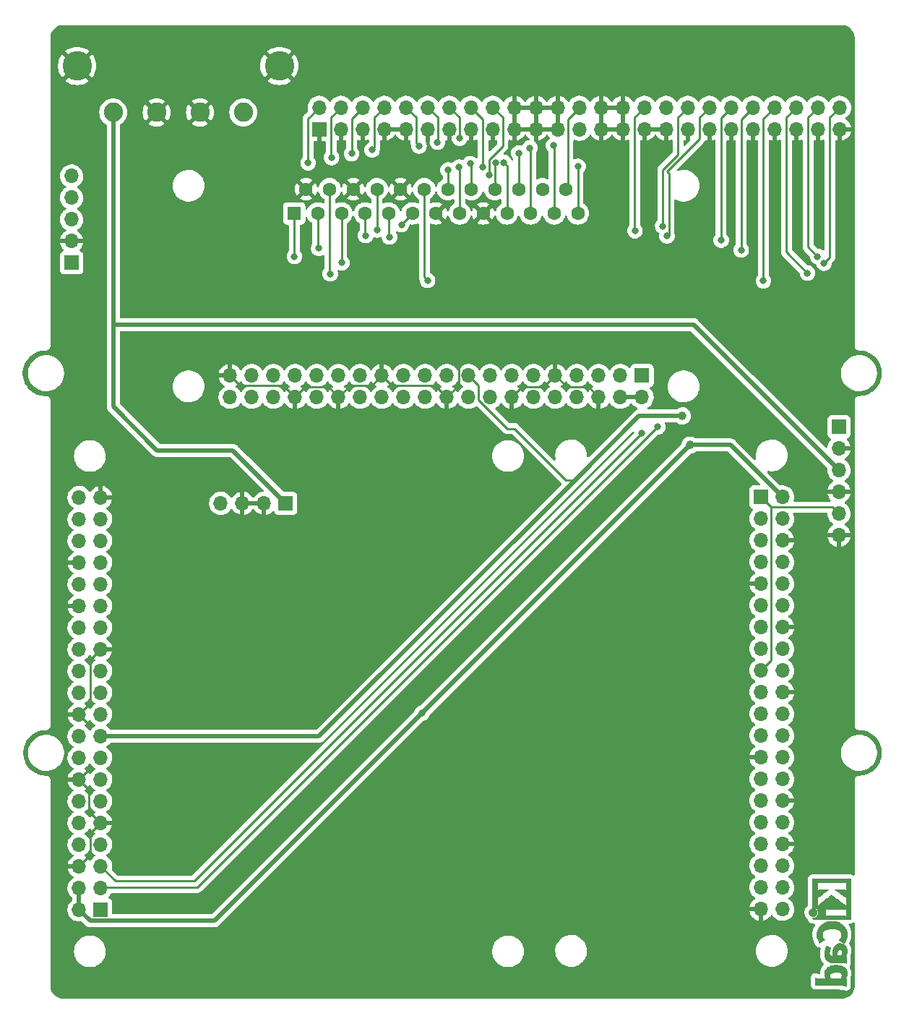
<source format=gbr>
%TF.GenerationSoftware,KiCad,Pcbnew,(6.0.5)*%
%TF.CreationDate,2022-06-02T22:48:02-05:00*%
%TF.ProjectId,rascsi_3p5_holder,72617363-7369-45f3-9370-355f686f6c64,rev?*%
%TF.SameCoordinates,Original*%
%TF.FileFunction,Copper,L2,Bot*%
%TF.FilePolarity,Positive*%
%FSLAX46Y46*%
G04 Gerber Fmt 4.6, Leading zero omitted, Abs format (unit mm)*
G04 Created by KiCad (PCBNEW (6.0.5)) date 2022-06-02 22:48:02*
%MOMM*%
%LPD*%
G01*
G04 APERTURE LIST*
%TA.AperFunction,EtchedComponent*%
%ADD10C,0.010000*%
%TD*%
%TA.AperFunction,ComponentPad*%
%ADD11R,1.700000X1.700000*%
%TD*%
%TA.AperFunction,ComponentPad*%
%ADD12O,1.700000X1.700000*%
%TD*%
%TA.AperFunction,ComponentPad*%
%ADD13C,2.250000*%
%TD*%
%TA.AperFunction,ComponentPad*%
%ADD14C,3.450000*%
%TD*%
%TA.AperFunction,ComponentPad*%
%ADD15R,1.600000X1.600000*%
%TD*%
%TA.AperFunction,ComponentPad*%
%ADD16C,1.600000*%
%TD*%
%TA.AperFunction,ViaPad*%
%ADD17C,1.000000*%
%TD*%
%TA.AperFunction,ViaPad*%
%ADD18C,0.800000*%
%TD*%
%TA.AperFunction,Conductor*%
%ADD19C,0.250000*%
%TD*%
%TA.AperFunction,Conductor*%
%ADD20C,0.500000*%
%TD*%
G04 APERTURE END LIST*
%TO.C,REF\u002A\u002A*%
G36*
X257170158Y-133464732D02*
G01*
X257321594Y-133473311D01*
X257458283Y-133492167D01*
X257584276Y-133522163D01*
X257703625Y-133564164D01*
X257820381Y-133619031D01*
X257931179Y-133685833D01*
X258044739Y-133776637D01*
X258140211Y-133880292D01*
X258217073Y-133996113D01*
X258274797Y-134123414D01*
X258312858Y-134261511D01*
X258318666Y-134299207D01*
X258324396Y-134378248D01*
X258324583Y-134466371D01*
X258319539Y-134555764D01*
X258309578Y-134638616D01*
X258295012Y-134707113D01*
X258285364Y-134737965D01*
X258255123Y-134815270D01*
X258217617Y-134892321D01*
X258176614Y-134961800D01*
X258135879Y-135016385D01*
X258116505Y-135039084D01*
X258098662Y-135061799D01*
X258091778Y-135073221D01*
X258093424Y-135074463D01*
X258111205Y-135077272D01*
X258144370Y-135079224D01*
X258187733Y-135079955D01*
X258283689Y-135079955D01*
X258283689Y-135938104D01*
X258222974Y-135903839D01*
X258213868Y-135898645D01*
X258199249Y-135890285D01*
X258185173Y-135882712D01*
X258170540Y-135875888D01*
X258154249Y-135869773D01*
X258135198Y-135864327D01*
X258112286Y-135859513D01*
X258084413Y-135855292D01*
X258050478Y-135851623D01*
X258009379Y-135848469D01*
X257960015Y-135845789D01*
X257901286Y-135843546D01*
X257832090Y-135841701D01*
X257751326Y-135840213D01*
X257657894Y-135839045D01*
X257550692Y-135838156D01*
X257428620Y-135837509D01*
X257290576Y-135837064D01*
X257135459Y-135836782D01*
X256962168Y-135836625D01*
X256769603Y-135836552D01*
X256556662Y-135836526D01*
X256322245Y-135836507D01*
X254637378Y-135836311D01*
X254637378Y-134930983D01*
X254674067Y-134955415D01*
X254683647Y-134961682D01*
X254729981Y-134987792D01*
X254777102Y-135005531D01*
X254832251Y-135017092D01*
X254902667Y-135024669D01*
X254909650Y-135025161D01*
X254947641Y-135026938D01*
X255001576Y-135028556D01*
X255068703Y-135030001D01*
X255146271Y-135031260D01*
X255231528Y-135032320D01*
X255321724Y-135033171D01*
X255414107Y-135033797D01*
X255505925Y-135034188D01*
X255594427Y-135034330D01*
X255676862Y-135034210D01*
X255750479Y-135033817D01*
X255812526Y-135033138D01*
X255860251Y-135032159D01*
X255890904Y-135030868D01*
X255901733Y-135029253D01*
X255897333Y-135021043D01*
X255882362Y-134999353D01*
X255860448Y-134969986D01*
X255826236Y-134921121D01*
X255779714Y-134832875D01*
X255746046Y-134734084D01*
X255743231Y-134719557D01*
X256297465Y-134719557D01*
X256309389Y-134804681D01*
X256336040Y-134888867D01*
X256376962Y-134967392D01*
X256420530Y-135034800D01*
X257570721Y-135034800D01*
X257617089Y-134964244D01*
X257640791Y-134923583D01*
X257666639Y-134869454D01*
X257684829Y-134820311D01*
X257700551Y-134756835D01*
X257711541Y-134660669D01*
X257703365Y-134576100D01*
X257675805Y-134502781D01*
X257628642Y-134440363D01*
X257561658Y-134388498D01*
X257474633Y-134346840D01*
X257367350Y-134315038D01*
X257355009Y-134312455D01*
X257293772Y-134304000D01*
X257216692Y-134298337D01*
X257129002Y-134295424D01*
X257035934Y-134295217D01*
X256942720Y-134297670D01*
X256854594Y-134302739D01*
X256776788Y-134310381D01*
X256714533Y-134320552D01*
X256708666Y-134321833D01*
X256598121Y-134350874D01*
X256507575Y-134385390D01*
X256434953Y-134426544D01*
X256378181Y-134475501D01*
X256335184Y-134533426D01*
X256319615Y-134565380D01*
X256300722Y-134638216D01*
X256297465Y-134719557D01*
X255743231Y-134719557D01*
X255724231Y-134621490D01*
X255713265Y-134491836D01*
X255712219Y-134399330D01*
X255722014Y-134277989D01*
X255746174Y-134167901D01*
X255785785Y-134064611D01*
X255841932Y-133963662D01*
X255872883Y-133918497D01*
X255964115Y-133813089D01*
X256073106Y-133721462D01*
X256199726Y-133643668D01*
X256343845Y-133579759D01*
X256505332Y-133529786D01*
X256684059Y-133493802D01*
X256879895Y-133471857D01*
X257035934Y-133466100D01*
X257092711Y-133464006D01*
X257170158Y-133464732D01*
G37*
D10*
X257170158Y-133464732D02*
X257321594Y-133473311D01*
X257458283Y-133492167D01*
X257584276Y-133522163D01*
X257703625Y-133564164D01*
X257820381Y-133619031D01*
X257931179Y-133685833D01*
X258044739Y-133776637D01*
X258140211Y-133880292D01*
X258217073Y-133996113D01*
X258274797Y-134123414D01*
X258312858Y-134261511D01*
X258318666Y-134299207D01*
X258324396Y-134378248D01*
X258324583Y-134466371D01*
X258319539Y-134555764D01*
X258309578Y-134638616D01*
X258295012Y-134707113D01*
X258285364Y-134737965D01*
X258255123Y-134815270D01*
X258217617Y-134892321D01*
X258176614Y-134961800D01*
X258135879Y-135016385D01*
X258116505Y-135039084D01*
X258098662Y-135061799D01*
X258091778Y-135073221D01*
X258093424Y-135074463D01*
X258111205Y-135077272D01*
X258144370Y-135079224D01*
X258187733Y-135079955D01*
X258283689Y-135079955D01*
X258283689Y-135938104D01*
X258222974Y-135903839D01*
X258213868Y-135898645D01*
X258199249Y-135890285D01*
X258185173Y-135882712D01*
X258170540Y-135875888D01*
X258154249Y-135869773D01*
X258135198Y-135864327D01*
X258112286Y-135859513D01*
X258084413Y-135855292D01*
X258050478Y-135851623D01*
X258009379Y-135848469D01*
X257960015Y-135845789D01*
X257901286Y-135843546D01*
X257832090Y-135841701D01*
X257751326Y-135840213D01*
X257657894Y-135839045D01*
X257550692Y-135838156D01*
X257428620Y-135837509D01*
X257290576Y-135837064D01*
X257135459Y-135836782D01*
X256962168Y-135836625D01*
X256769603Y-135836552D01*
X256556662Y-135836526D01*
X256322245Y-135836507D01*
X254637378Y-135836311D01*
X254637378Y-134930983D01*
X254674067Y-134955415D01*
X254683647Y-134961682D01*
X254729981Y-134987792D01*
X254777102Y-135005531D01*
X254832251Y-135017092D01*
X254902667Y-135024669D01*
X254909650Y-135025161D01*
X254947641Y-135026938D01*
X255001576Y-135028556D01*
X255068703Y-135030001D01*
X255146271Y-135031260D01*
X255231528Y-135032320D01*
X255321724Y-135033171D01*
X255414107Y-135033797D01*
X255505925Y-135034188D01*
X255594427Y-135034330D01*
X255676862Y-135034210D01*
X255750479Y-135033817D01*
X255812526Y-135033138D01*
X255860251Y-135032159D01*
X255890904Y-135030868D01*
X255901733Y-135029253D01*
X255897333Y-135021043D01*
X255882362Y-134999353D01*
X255860448Y-134969986D01*
X255826236Y-134921121D01*
X255779714Y-134832875D01*
X255746046Y-134734084D01*
X255743231Y-134719557D01*
X256297465Y-134719557D01*
X256309389Y-134804681D01*
X256336040Y-134888867D01*
X256376962Y-134967392D01*
X256420530Y-135034800D01*
X257570721Y-135034800D01*
X257617089Y-134964244D01*
X257640791Y-134923583D01*
X257666639Y-134869454D01*
X257684829Y-134820311D01*
X257700551Y-134756835D01*
X257711541Y-134660669D01*
X257703365Y-134576100D01*
X257675805Y-134502781D01*
X257628642Y-134440363D01*
X257561658Y-134388498D01*
X257474633Y-134346840D01*
X257367350Y-134315038D01*
X257355009Y-134312455D01*
X257293772Y-134304000D01*
X257216692Y-134298337D01*
X257129002Y-134295424D01*
X257035934Y-134295217D01*
X256942720Y-134297670D01*
X256854594Y-134302739D01*
X256776788Y-134310381D01*
X256714533Y-134320552D01*
X256708666Y-134321833D01*
X256598121Y-134350874D01*
X256507575Y-134385390D01*
X256434953Y-134426544D01*
X256378181Y-134475501D01*
X256335184Y-134533426D01*
X256319615Y-134565380D01*
X256300722Y-134638216D01*
X256297465Y-134719557D01*
X255743231Y-134719557D01*
X255724231Y-134621490D01*
X255713265Y-134491836D01*
X255712219Y-134399330D01*
X255722014Y-134277989D01*
X255746174Y-134167901D01*
X255785785Y-134064611D01*
X255841932Y-133963662D01*
X255872883Y-133918497D01*
X255964115Y-133813089D01*
X256073106Y-133721462D01*
X256199726Y-133643668D01*
X256343845Y-133579759D01*
X256505332Y-133529786D01*
X256684059Y-133493802D01*
X256879895Y-133471857D01*
X257035934Y-133466100D01*
X257092711Y-133464006D01*
X257170158Y-133464732D01*
G36*
X257527363Y-130922739D02*
G01*
X257602202Y-130926368D01*
X257664401Y-130933978D01*
X257720984Y-130946312D01*
X257847076Y-130990687D01*
X257961679Y-131053600D01*
X258062568Y-131133762D01*
X258148924Y-131230260D01*
X258219932Y-131342178D01*
X258274776Y-131468603D01*
X258312638Y-131608622D01*
X258318351Y-131644851D01*
X258324313Y-131723845D01*
X258324646Y-131812159D01*
X258319659Y-131901925D01*
X258309666Y-131985278D01*
X258294978Y-132054349D01*
X258264749Y-132140813D01*
X258210057Y-132250714D01*
X258142543Y-132348044D01*
X258091556Y-132410133D01*
X258187622Y-132413395D01*
X258283689Y-132416657D01*
X258283689Y-132839550D01*
X258283686Y-132850457D01*
X258283380Y-132944944D01*
X258282616Y-133031669D01*
X258281451Y-133108163D01*
X258279942Y-133171957D01*
X258278147Y-133220582D01*
X258276121Y-133251567D01*
X258273922Y-133262444D01*
X258273463Y-133262422D01*
X258257910Y-133255386D01*
X258235071Y-133239566D01*
X258229638Y-133235266D01*
X258215606Y-133224223D01*
X258202186Y-133214689D01*
X258187722Y-133206539D01*
X258170556Y-133199648D01*
X258149034Y-133193889D01*
X258121498Y-133189138D01*
X258086292Y-133185269D01*
X258041760Y-133182156D01*
X257986246Y-133179675D01*
X257918093Y-133177700D01*
X257835645Y-133176106D01*
X257737246Y-133174766D01*
X257621239Y-133173556D01*
X257485968Y-133172351D01*
X257329778Y-133171025D01*
X257187012Y-133169772D01*
X257041942Y-133168349D01*
X256916027Y-133166824D01*
X256807436Y-133165067D01*
X256714334Y-133162949D01*
X256634891Y-133160340D01*
X256567273Y-133157110D01*
X256509649Y-133153131D01*
X256460185Y-133148272D01*
X256417050Y-133142403D01*
X256378410Y-133135396D01*
X256342434Y-133127120D01*
X256307289Y-133117446D01*
X256271142Y-133106244D01*
X256232161Y-133093384D01*
X256189091Y-133077910D01*
X256096871Y-133035006D01*
X256017099Y-132981265D01*
X255942965Y-132912424D01*
X255879405Y-132834815D01*
X255817725Y-132730239D01*
X255770202Y-132610756D01*
X255736567Y-132475492D01*
X255716552Y-132323574D01*
X255709889Y-132154128D01*
X255710287Y-132096110D01*
X255712335Y-132030602D01*
X255716704Y-131969307D01*
X255724035Y-131907903D01*
X255734969Y-131842068D01*
X255750147Y-131767480D01*
X255770209Y-131679816D01*
X255795797Y-131574755D01*
X255802820Y-131546194D01*
X255820776Y-131470946D01*
X255836820Y-131400612D01*
X255850028Y-131339433D01*
X255859474Y-131291646D01*
X255864231Y-131261489D01*
X255867910Y-131233217D01*
X255873187Y-131206940D01*
X255877942Y-131196941D01*
X255886781Y-131200048D01*
X255914072Y-131210806D01*
X255956906Y-131228136D01*
X256012425Y-131250874D01*
X256077772Y-131277853D01*
X256150089Y-131307910D01*
X256165879Y-131314507D01*
X256256484Y-131353093D01*
X256326217Y-131384232D01*
X256375405Y-131408083D01*
X256404374Y-131424802D01*
X256413452Y-131434546D01*
X256411405Y-131442234D01*
X256401760Y-131468585D01*
X256386190Y-131507018D01*
X256366815Y-131552178D01*
X256328814Y-131646707D01*
X256287780Y-131783520D01*
X256262612Y-131924711D01*
X256258611Y-131962686D01*
X256256447Y-132065941D01*
X256269622Y-132153048D01*
X256298756Y-132224871D01*
X256344466Y-132282269D01*
X256407372Y-132326104D01*
X256488092Y-132357238D01*
X256587245Y-132376530D01*
X256646224Y-132383950D01*
X256639445Y-132222064D01*
X256639110Y-132196106D01*
X257161842Y-132196106D01*
X257161857Y-132204993D01*
X257162655Y-132260340D01*
X257164488Y-132307264D01*
X257167111Y-132341047D01*
X257170274Y-132356972D01*
X257176741Y-132361057D01*
X257198875Y-132365428D01*
X257237988Y-132368396D01*
X257295939Y-132370086D01*
X257374586Y-132370622D01*
X257570462Y-132370622D01*
X257626973Y-132325952D01*
X257642212Y-132313215D01*
X257684844Y-132266396D01*
X257720672Y-132205745D01*
X257725850Y-132195103D01*
X257742745Y-132156324D01*
X257752909Y-132121308D01*
X257758325Y-132081278D01*
X257760978Y-132027459D01*
X257761383Y-132009352D01*
X257758540Y-131933989D01*
X257746620Y-131873257D01*
X257724037Y-131821548D01*
X257689211Y-131773254D01*
X257684798Y-131768197D01*
X257629160Y-131719728D01*
X257565333Y-131691541D01*
X257490282Y-131682248D01*
X257418693Y-131689480D01*
X257355645Y-131714204D01*
X257297758Y-131758751D01*
X257250808Y-131813681D01*
X257210961Y-131886106D01*
X257183263Y-131972660D01*
X257167096Y-132075330D01*
X257161842Y-132196106D01*
X256639110Y-132196106D01*
X256637813Y-132095505D01*
X256644194Y-131944049D01*
X256658777Y-131795604D01*
X256680882Y-131659422D01*
X256695821Y-131594755D01*
X256738741Y-131462510D01*
X256795340Y-131340238D01*
X256864017Y-131230315D01*
X256943170Y-131135117D01*
X257031196Y-131057020D01*
X257126493Y-130998401D01*
X257178864Y-130974405D01*
X257249590Y-130948768D01*
X257320812Y-130932522D01*
X257399712Y-130924178D01*
X257490282Y-130922310D01*
X257493467Y-130922245D01*
X257527363Y-130922739D01*
G37*
X257527363Y-130922739D02*
X257602202Y-130926368D01*
X257664401Y-130933978D01*
X257720984Y-130946312D01*
X257847076Y-130990687D01*
X257961679Y-131053600D01*
X258062568Y-131133762D01*
X258148924Y-131230260D01*
X258219932Y-131342178D01*
X258274776Y-131468603D01*
X258312638Y-131608622D01*
X258318351Y-131644851D01*
X258324313Y-131723845D01*
X258324646Y-131812159D01*
X258319659Y-131901925D01*
X258309666Y-131985278D01*
X258294978Y-132054349D01*
X258264749Y-132140813D01*
X258210057Y-132250714D01*
X258142543Y-132348044D01*
X258091556Y-132410133D01*
X258187622Y-132413395D01*
X258283689Y-132416657D01*
X258283689Y-132839550D01*
X258283686Y-132850457D01*
X258283380Y-132944944D01*
X258282616Y-133031669D01*
X258281451Y-133108163D01*
X258279942Y-133171957D01*
X258278147Y-133220582D01*
X258276121Y-133251567D01*
X258273922Y-133262444D01*
X258273463Y-133262422D01*
X258257910Y-133255386D01*
X258235071Y-133239566D01*
X258229638Y-133235266D01*
X258215606Y-133224223D01*
X258202186Y-133214689D01*
X258187722Y-133206539D01*
X258170556Y-133199648D01*
X258149034Y-133193889D01*
X258121498Y-133189138D01*
X258086292Y-133185269D01*
X258041760Y-133182156D01*
X257986246Y-133179675D01*
X257918093Y-133177700D01*
X257835645Y-133176106D01*
X257737246Y-133174766D01*
X257621239Y-133173556D01*
X257485968Y-133172351D01*
X257329778Y-133171025D01*
X257187012Y-133169772D01*
X257041942Y-133168349D01*
X256916027Y-133166824D01*
X256807436Y-133165067D01*
X256714334Y-133162949D01*
X256634891Y-133160340D01*
X256567273Y-133157110D01*
X256509649Y-133153131D01*
X256460185Y-133148272D01*
X256417050Y-133142403D01*
X256378410Y-133135396D01*
X256342434Y-133127120D01*
X256307289Y-133117446D01*
X256271142Y-133106244D01*
X256232161Y-133093384D01*
X256189091Y-133077910D01*
X256096871Y-133035006D01*
X256017099Y-132981265D01*
X255942965Y-132912424D01*
X255879405Y-132834815D01*
X255817725Y-132730239D01*
X255770202Y-132610756D01*
X255736567Y-132475492D01*
X255716552Y-132323574D01*
X255709889Y-132154128D01*
X255710287Y-132096110D01*
X255712335Y-132030602D01*
X255716704Y-131969307D01*
X255724035Y-131907903D01*
X255734969Y-131842068D01*
X255750147Y-131767480D01*
X255770209Y-131679816D01*
X255795797Y-131574755D01*
X255802820Y-131546194D01*
X255820776Y-131470946D01*
X255836820Y-131400612D01*
X255850028Y-131339433D01*
X255859474Y-131291646D01*
X255864231Y-131261489D01*
X255867910Y-131233217D01*
X255873187Y-131206940D01*
X255877942Y-131196941D01*
X255886781Y-131200048D01*
X255914072Y-131210806D01*
X255956906Y-131228136D01*
X256012425Y-131250874D01*
X256077772Y-131277853D01*
X256150089Y-131307910D01*
X256165879Y-131314507D01*
X256256484Y-131353093D01*
X256326217Y-131384232D01*
X256375405Y-131408083D01*
X256404374Y-131424802D01*
X256413452Y-131434546D01*
X256411405Y-131442234D01*
X256401760Y-131468585D01*
X256386190Y-131507018D01*
X256366815Y-131552178D01*
X256328814Y-131646707D01*
X256287780Y-131783520D01*
X256262612Y-131924711D01*
X256258611Y-131962686D01*
X256256447Y-132065941D01*
X256269622Y-132153048D01*
X256298756Y-132224871D01*
X256344466Y-132282269D01*
X256407372Y-132326104D01*
X256488092Y-132357238D01*
X256587245Y-132376530D01*
X256646224Y-132383950D01*
X256639445Y-132222064D01*
X256639110Y-132196106D01*
X257161842Y-132196106D01*
X257161857Y-132204993D01*
X257162655Y-132260340D01*
X257164488Y-132307264D01*
X257167111Y-132341047D01*
X257170274Y-132356972D01*
X257176741Y-132361057D01*
X257198875Y-132365428D01*
X257237988Y-132368396D01*
X257295939Y-132370086D01*
X257374586Y-132370622D01*
X257570462Y-132370622D01*
X257626973Y-132325952D01*
X257642212Y-132313215D01*
X257684844Y-132266396D01*
X257720672Y-132205745D01*
X257725850Y-132195103D01*
X257742745Y-132156324D01*
X257752909Y-132121308D01*
X257758325Y-132081278D01*
X257760978Y-132027459D01*
X257761383Y-132009352D01*
X257758540Y-131933989D01*
X257746620Y-131873257D01*
X257724037Y-131821548D01*
X257689211Y-131773254D01*
X257684798Y-131768197D01*
X257629160Y-131719728D01*
X257565333Y-131691541D01*
X257490282Y-131682248D01*
X257418693Y-131689480D01*
X257355645Y-131714204D01*
X257297758Y-131758751D01*
X257250808Y-131813681D01*
X257210961Y-131886106D01*
X257183263Y-131972660D01*
X257167096Y-132075330D01*
X257161842Y-132196106D01*
X256639110Y-132196106D01*
X256637813Y-132095505D01*
X256644194Y-131944049D01*
X256658777Y-131795604D01*
X256680882Y-131659422D01*
X256695821Y-131594755D01*
X256738741Y-131462510D01*
X256795340Y-131340238D01*
X256864017Y-131230315D01*
X256943170Y-131135117D01*
X257031196Y-131057020D01*
X257126493Y-130998401D01*
X257178864Y-130974405D01*
X257249590Y-130948768D01*
X257320812Y-130932522D01*
X257399712Y-130924178D01*
X257490282Y-130922310D01*
X257493467Y-130922245D01*
X257527363Y-130922739D01*
G36*
X256671325Y-128332449D02*
G01*
X256872581Y-128349209D01*
X257067128Y-128382708D01*
X257250756Y-128432956D01*
X257368053Y-128476810D01*
X257530951Y-128554652D01*
X257684866Y-128648172D01*
X257826671Y-128755178D01*
X257953239Y-128873481D01*
X258061441Y-129000889D01*
X258114120Y-129078394D01*
X258183750Y-129205275D01*
X258242468Y-129342757D01*
X258287587Y-129484284D01*
X258316422Y-129623298D01*
X258318106Y-129637403D01*
X258321434Y-129680847D01*
X258324275Y-129738277D01*
X258326373Y-129803878D01*
X258327468Y-129871833D01*
X258325140Y-129998622D01*
X258312136Y-130146327D01*
X258287133Y-130284221D01*
X258249318Y-130417986D01*
X258240889Y-130441438D01*
X258221408Y-130489388D01*
X258196473Y-130545860D01*
X258167722Y-130607621D01*
X258136790Y-130671437D01*
X258105315Y-130734074D01*
X258074934Y-130792297D01*
X258047283Y-130842873D01*
X258023999Y-130882567D01*
X258006718Y-130908146D01*
X257997079Y-130916375D01*
X257993984Y-130914924D01*
X257974079Y-130903750D01*
X257938420Y-130882866D01*
X257889459Y-130853735D01*
X257829646Y-130817819D01*
X257761433Y-130776580D01*
X257687271Y-130731483D01*
X257390008Y-130550215D01*
X257434539Y-130503685D01*
X257512865Y-130412277D01*
X257587439Y-130298666D01*
X257641474Y-130180878D01*
X257674290Y-130060441D01*
X257685211Y-129938883D01*
X257683868Y-129897415D01*
X257665612Y-129779920D01*
X257626617Y-129669911D01*
X257567670Y-129568570D01*
X257489557Y-129477079D01*
X257393064Y-129396620D01*
X257278978Y-129328373D01*
X257244724Y-129312092D01*
X257121240Y-129266018D01*
X256982918Y-129230894D01*
X256833561Y-129206803D01*
X256676973Y-129193827D01*
X256516956Y-129192051D01*
X256357314Y-129201557D01*
X256201850Y-129222428D01*
X256054366Y-129254748D01*
X255918667Y-129298601D01*
X255832076Y-129336018D01*
X255718688Y-129400815D01*
X255625070Y-129476228D01*
X255550959Y-129562582D01*
X255496094Y-129660205D01*
X255460212Y-129769423D01*
X255443051Y-129890561D01*
X255441880Y-129959962D01*
X255456141Y-130082832D01*
X255491241Y-130198336D01*
X255546682Y-130305047D01*
X255621964Y-130401536D01*
X255636440Y-130417280D01*
X255662962Y-130447850D01*
X255680138Y-130470191D01*
X255684787Y-130480309D01*
X255682597Y-130482294D01*
X255663721Y-130496759D01*
X255630397Y-130520600D01*
X255585380Y-130551971D01*
X255531425Y-130589026D01*
X255471285Y-130629917D01*
X255407718Y-130672798D01*
X255343476Y-130715822D01*
X255281315Y-130757143D01*
X255223991Y-130794914D01*
X255174257Y-130827288D01*
X255134868Y-130852418D01*
X255108580Y-130868458D01*
X255098147Y-130873561D01*
X255093941Y-130868950D01*
X255088933Y-130849733D01*
X255086386Y-130840162D01*
X255075249Y-130812191D01*
X255056802Y-130770552D01*
X255032725Y-130719005D01*
X255004699Y-130661310D01*
X254999154Y-130650043D01*
X254919889Y-130472313D01*
X254860385Y-130302510D01*
X254820245Y-130138570D01*
X254799071Y-129978429D01*
X254796466Y-129820023D01*
X254812033Y-129661289D01*
X254829523Y-129565732D01*
X254874564Y-129401442D01*
X254937656Y-129247411D01*
X255019915Y-129101491D01*
X255122457Y-128961534D01*
X255246399Y-128825392D01*
X255291661Y-128781527D01*
X255423865Y-128669242D01*
X255561832Y-128576028D01*
X255709750Y-128499281D01*
X255871803Y-128436397D01*
X255883391Y-128432580D01*
X256069392Y-128382493D01*
X256265521Y-128349101D01*
X256467568Y-128332416D01*
X256671325Y-128332449D01*
G37*
X256671325Y-128332449D02*
X256872581Y-128349209D01*
X257067128Y-128382708D01*
X257250756Y-128432956D01*
X257368053Y-128476810D01*
X257530951Y-128554652D01*
X257684866Y-128648172D01*
X257826671Y-128755178D01*
X257953239Y-128873481D01*
X258061441Y-129000889D01*
X258114120Y-129078394D01*
X258183750Y-129205275D01*
X258242468Y-129342757D01*
X258287587Y-129484284D01*
X258316422Y-129623298D01*
X258318106Y-129637403D01*
X258321434Y-129680847D01*
X258324275Y-129738277D01*
X258326373Y-129803878D01*
X258327468Y-129871833D01*
X258325140Y-129998622D01*
X258312136Y-130146327D01*
X258287133Y-130284221D01*
X258249318Y-130417986D01*
X258240889Y-130441438D01*
X258221408Y-130489388D01*
X258196473Y-130545860D01*
X258167722Y-130607621D01*
X258136790Y-130671437D01*
X258105315Y-130734074D01*
X258074934Y-130792297D01*
X258047283Y-130842873D01*
X258023999Y-130882567D01*
X258006718Y-130908146D01*
X257997079Y-130916375D01*
X257993984Y-130914924D01*
X257974079Y-130903750D01*
X257938420Y-130882866D01*
X257889459Y-130853735D01*
X257829646Y-130817819D01*
X257761433Y-130776580D01*
X257687271Y-130731483D01*
X257390008Y-130550215D01*
X257434539Y-130503685D01*
X257512865Y-130412277D01*
X257587439Y-130298666D01*
X257641474Y-130180878D01*
X257674290Y-130060441D01*
X257685211Y-129938883D01*
X257683868Y-129897415D01*
X257665612Y-129779920D01*
X257626617Y-129669911D01*
X257567670Y-129568570D01*
X257489557Y-129477079D01*
X257393064Y-129396620D01*
X257278978Y-129328373D01*
X257244724Y-129312092D01*
X257121240Y-129266018D01*
X256982918Y-129230894D01*
X256833561Y-129206803D01*
X256676973Y-129193827D01*
X256516956Y-129192051D01*
X256357314Y-129201557D01*
X256201850Y-129222428D01*
X256054366Y-129254748D01*
X255918667Y-129298601D01*
X255832076Y-129336018D01*
X255718688Y-129400815D01*
X255625070Y-129476228D01*
X255550959Y-129562582D01*
X255496094Y-129660205D01*
X255460212Y-129769423D01*
X255443051Y-129890561D01*
X255441880Y-129959962D01*
X255456141Y-130082832D01*
X255491241Y-130198336D01*
X255546682Y-130305047D01*
X255621964Y-130401536D01*
X255636440Y-130417280D01*
X255662962Y-130447850D01*
X255680138Y-130470191D01*
X255684787Y-130480309D01*
X255682597Y-130482294D01*
X255663721Y-130496759D01*
X255630397Y-130520600D01*
X255585380Y-130551971D01*
X255531425Y-130589026D01*
X255471285Y-130629917D01*
X255407718Y-130672798D01*
X255343476Y-130715822D01*
X255281315Y-130757143D01*
X255223991Y-130794914D01*
X255174257Y-130827288D01*
X255134868Y-130852418D01*
X255108580Y-130868458D01*
X255098147Y-130873561D01*
X255093941Y-130868950D01*
X255088933Y-130849733D01*
X255086386Y-130840162D01*
X255075249Y-130812191D01*
X255056802Y-130770552D01*
X255032725Y-130719005D01*
X255004699Y-130661310D01*
X254999154Y-130650043D01*
X254919889Y-130472313D01*
X254860385Y-130302510D01*
X254820245Y-130138570D01*
X254799071Y-129978429D01*
X254796466Y-129820023D01*
X254812033Y-129661289D01*
X254829523Y-129565732D01*
X254874564Y-129401442D01*
X254937656Y-129247411D01*
X255019915Y-129101491D01*
X255122457Y-128961534D01*
X255246399Y-128825392D01*
X255291661Y-128781527D01*
X255423865Y-128669242D01*
X255561832Y-128576028D01*
X255709750Y-128499281D01*
X255871803Y-128436397D01*
X255883391Y-128432580D01*
X256069392Y-128382493D01*
X256265521Y-128349101D01*
X256467568Y-128332416D01*
X256671325Y-128332449D01*
G36*
X254384307Y-126845331D02*
G01*
X254425450Y-126847540D01*
X254457582Y-126853106D01*
X254488122Y-126863414D01*
X254524489Y-126879852D01*
X254551728Y-126893800D01*
X254637429Y-126952335D01*
X254706617Y-127024381D01*
X254757741Y-127108053D01*
X254789250Y-127201469D01*
X254796225Y-127234566D01*
X254803094Y-127275040D01*
X254804919Y-127308001D01*
X254801947Y-127342302D01*
X254794426Y-127386800D01*
X254782002Y-127438066D01*
X254744112Y-127528566D01*
X254689836Y-127607655D01*
X254621770Y-127673472D01*
X254542511Y-127724160D01*
X254454654Y-127757860D01*
X254360795Y-127772714D01*
X254263530Y-127766864D01*
X254167220Y-127740601D01*
X254078494Y-127695582D01*
X254003419Y-127634627D01*
X253943641Y-127559816D01*
X253900809Y-127473232D01*
X253876571Y-127376957D01*
X253872576Y-127273072D01*
X253882850Y-127195438D01*
X253910053Y-127112687D01*
X253955484Y-127037594D01*
X254021302Y-126965702D01*
X254065567Y-126927154D01*
X254123961Y-126887744D01*
X254184586Y-126862554D01*
X254253865Y-126849139D01*
X254338222Y-126845052D01*
X254384307Y-126845331D01*
G37*
X254384307Y-126845331D02*
X254425450Y-126847540D01*
X254457582Y-126853106D01*
X254488122Y-126863414D01*
X254524489Y-126879852D01*
X254551728Y-126893800D01*
X254637429Y-126952335D01*
X254706617Y-127024381D01*
X254757741Y-127108053D01*
X254789250Y-127201469D01*
X254796225Y-127234566D01*
X254803094Y-127275040D01*
X254804919Y-127308001D01*
X254801947Y-127342302D01*
X254794426Y-127386800D01*
X254782002Y-127438066D01*
X254744112Y-127528566D01*
X254689836Y-127607655D01*
X254621770Y-127673472D01*
X254542511Y-127724160D01*
X254454654Y-127757860D01*
X254360795Y-127772714D01*
X254263530Y-127766864D01*
X254167220Y-127740601D01*
X254078494Y-127695582D01*
X254003419Y-127634627D01*
X253943641Y-127559816D01*
X253900809Y-127473232D01*
X253876571Y-127376957D01*
X253872576Y-127273072D01*
X253882850Y-127195438D01*
X253910053Y-127112687D01*
X253955484Y-127037594D01*
X254021302Y-126965702D01*
X254065567Y-126927154D01*
X254123961Y-126887744D01*
X254184586Y-126862554D01*
X254253865Y-126849139D01*
X254338222Y-126845052D01*
X254384307Y-126845331D01*
G36*
X255093011Y-123373941D02*
G01*
X255240216Y-123373638D01*
X255404349Y-123373452D01*
X255586352Y-123373358D01*
X255787165Y-123373329D01*
X256007732Y-123373339D01*
X256248992Y-123373364D01*
X256511889Y-123373378D01*
X256554040Y-123373378D01*
X256814668Y-123373354D01*
X257053796Y-123373315D01*
X257272360Y-123373292D01*
X257471295Y-123373313D01*
X257651535Y-123373407D01*
X257814015Y-123373605D01*
X257959670Y-123373937D01*
X258089434Y-123374431D01*
X258204243Y-123375117D01*
X258305030Y-123376024D01*
X258392730Y-123377183D01*
X258468279Y-123378622D01*
X258532611Y-123380371D01*
X258586661Y-123382460D01*
X258631363Y-123384917D01*
X258667652Y-123387773D01*
X258696463Y-123391057D01*
X258718731Y-123394798D01*
X258735390Y-123399026D01*
X258747375Y-123403771D01*
X258755621Y-123409061D01*
X258761062Y-123414927D01*
X258764634Y-123421398D01*
X258767270Y-123428503D01*
X258769906Y-123436272D01*
X258773477Y-123444734D01*
X258775145Y-123449092D01*
X258777111Y-123457605D01*
X258778911Y-123470306D01*
X258780555Y-123488115D01*
X258782047Y-123511951D01*
X258783397Y-123542734D01*
X258784611Y-123581383D01*
X258785697Y-123628818D01*
X258786661Y-123685957D01*
X258787511Y-123753721D01*
X258788253Y-123833029D01*
X258788897Y-123924801D01*
X258789447Y-124029956D01*
X258789913Y-124149413D01*
X258790300Y-124284092D01*
X258790616Y-124434912D01*
X258790869Y-124602794D01*
X258791066Y-124788655D01*
X258791213Y-124993417D01*
X258791318Y-125217998D01*
X258791389Y-125463318D01*
X258791432Y-125730296D01*
X258791437Y-125768679D01*
X258791480Y-126034078D01*
X258791525Y-126277950D01*
X258791548Y-126501217D01*
X258791524Y-126704804D01*
X258791430Y-126889633D01*
X258791243Y-127056627D01*
X258790939Y-127206710D01*
X258790494Y-127340804D01*
X258789885Y-127459834D01*
X258789089Y-127564721D01*
X258788080Y-127656390D01*
X258786837Y-127735763D01*
X258785335Y-127803763D01*
X258783551Y-127861314D01*
X258781461Y-127909338D01*
X258779042Y-127948760D01*
X258776270Y-127980501D01*
X258773121Y-128005486D01*
X258769572Y-128024636D01*
X258765598Y-128038877D01*
X258761178Y-128049129D01*
X258756286Y-128056318D01*
X258750900Y-128061365D01*
X258744996Y-128065195D01*
X258738549Y-128068729D01*
X258731537Y-128072892D01*
X258729687Y-128073975D01*
X258724180Y-128076187D01*
X258715868Y-128078214D01*
X258703809Y-128080062D01*
X258687063Y-128081739D01*
X258664687Y-128083255D01*
X258635740Y-128084617D01*
X258599280Y-128085833D01*
X258554367Y-128086911D01*
X258500057Y-128087860D01*
X258435410Y-128088688D01*
X258359484Y-128089403D01*
X258271338Y-128090013D01*
X258170029Y-128090526D01*
X258054617Y-128090950D01*
X257924160Y-128091294D01*
X257777716Y-128091566D01*
X257614344Y-128091773D01*
X257433101Y-128091924D01*
X257233048Y-128092028D01*
X257013241Y-128092092D01*
X256772739Y-128092124D01*
X256510602Y-128092133D01*
X254319031Y-128092133D01*
X254280649Y-128053751D01*
X254256911Y-128026645D01*
X254245111Y-127999747D01*
X254242267Y-127963440D01*
X254242267Y-127911511D01*
X254330206Y-127911511D01*
X254380102Y-127909573D01*
X254490523Y-127890801D01*
X254591987Y-127853783D01*
X254683152Y-127800631D01*
X254762673Y-127733454D01*
X254784249Y-127707805D01*
X255754978Y-127707805D01*
X256931845Y-127710880D01*
X258108711Y-127713955D01*
X258167622Y-127740593D01*
X258192183Y-127752515D01*
X258222434Y-127769754D01*
X258239560Y-127782926D01*
X258247591Y-127790924D01*
X258262493Y-127798622D01*
X258263765Y-127794740D01*
X258265791Y-127771480D01*
X258267626Y-127729126D01*
X258269227Y-127669868D01*
X258270549Y-127595893D01*
X258271548Y-127509390D01*
X258272180Y-127412548D01*
X258272400Y-127307555D01*
X258272349Y-127238644D01*
X258272091Y-127140393D01*
X258271637Y-127050970D01*
X258271010Y-126972667D01*
X258270235Y-126907777D01*
X258269335Y-126858589D01*
X258268334Y-126827396D01*
X258267257Y-126816489D01*
X258264037Y-126817678D01*
X258246452Y-126827824D01*
X258220158Y-126844960D01*
X258207691Y-126853460D01*
X258193622Y-126862671D01*
X258179351Y-126870767D01*
X258163479Y-126877815D01*
X258144609Y-126883883D01*
X258121341Y-126889039D01*
X258092278Y-126893349D01*
X258056021Y-126896881D01*
X258011170Y-126899703D01*
X257956328Y-126901882D01*
X257890097Y-126903486D01*
X257811077Y-126904581D01*
X257717871Y-126905235D01*
X257609079Y-126905516D01*
X257483303Y-126905491D01*
X257339145Y-126905228D01*
X257175207Y-126904794D01*
X256990089Y-126904255D01*
X256811232Y-126903721D01*
X256652374Y-126903195D01*
X256513316Y-126902650D01*
X256392665Y-126902055D01*
X256289028Y-126901381D01*
X256201011Y-126900597D01*
X256127223Y-126899674D01*
X256066269Y-126898581D01*
X256016757Y-126897288D01*
X255977293Y-126895765D01*
X255946484Y-126893981D01*
X255922938Y-126891908D01*
X255905260Y-126889514D01*
X255892059Y-126886770D01*
X255881940Y-126883644D01*
X255873511Y-126880108D01*
X255865375Y-126876209D01*
X255828544Y-126856562D01*
X255798391Y-126837775D01*
X255796908Y-126836728D01*
X255774659Y-126822398D01*
X255761702Y-126816489D01*
X255761249Y-126817496D01*
X255759803Y-126834695D01*
X255758480Y-126871344D01*
X255757316Y-126925038D01*
X255756347Y-126993370D01*
X255755611Y-127073936D01*
X255755142Y-127164330D01*
X255754978Y-127262147D01*
X255754978Y-127707805D01*
X254784249Y-127707805D01*
X254829205Y-127654362D01*
X254881406Y-127565466D01*
X254917930Y-127468875D01*
X254937434Y-127366700D01*
X254938573Y-127261050D01*
X254920005Y-127154036D01*
X254880384Y-127047768D01*
X254822516Y-126950781D01*
X254747684Y-126865707D01*
X254659615Y-126796985D01*
X254560616Y-126746082D01*
X254452993Y-126714465D01*
X254339054Y-126703600D01*
X254242267Y-126703600D01*
X254242267Y-125475884D01*
X254851867Y-125475884D01*
X254852117Y-126607644D01*
X254882722Y-126568133D01*
X254890089Y-126558752D01*
X254944438Y-126495817D01*
X255012259Y-126427003D01*
X255095516Y-126350404D01*
X255196178Y-126264112D01*
X255216847Y-126246948D01*
X255266409Y-126206167D01*
X255327326Y-126156412D01*
X255397898Y-126099045D01*
X255476424Y-126035431D01*
X255561204Y-125966931D01*
X255650537Y-125894910D01*
X255742722Y-125820730D01*
X255761702Y-125805483D01*
X255836060Y-125745754D01*
X255928848Y-125671347D01*
X256019388Y-125598869D01*
X256105978Y-125529686D01*
X256186918Y-125465159D01*
X256260506Y-125406653D01*
X256325044Y-125355530D01*
X256378829Y-125313153D01*
X256420162Y-125280885D01*
X256447342Y-125260090D01*
X256458668Y-125252131D01*
X256462771Y-125253889D01*
X256483334Y-125266770D01*
X256519561Y-125291115D01*
X256569824Y-125325753D01*
X256632492Y-125369514D01*
X256705936Y-125421225D01*
X256788527Y-125479716D01*
X256878636Y-125543816D01*
X256974631Y-125612354D01*
X257074885Y-125684157D01*
X257177768Y-125758056D01*
X257281650Y-125832879D01*
X257384901Y-125907455D01*
X257485892Y-125980613D01*
X257582994Y-126051181D01*
X257674577Y-126117989D01*
X257759011Y-126179865D01*
X257834667Y-126235639D01*
X257899916Y-126284138D01*
X257953128Y-126324193D01*
X257992673Y-126354631D01*
X258018026Y-126375056D01*
X258072295Y-126421101D01*
X258128775Y-126471388D01*
X258178669Y-126518185D01*
X258272400Y-126609349D01*
X258272400Y-125454910D01*
X258196200Y-125455544D01*
X258154160Y-125454426D01*
X258118334Y-125448696D01*
X258080772Y-125436110D01*
X258032577Y-125414432D01*
X258025897Y-125411211D01*
X257976359Y-125385812D01*
X257928369Y-125359004D01*
X257891466Y-125336083D01*
X257884834Y-125331515D01*
X257853593Y-125309484D01*
X257808654Y-125277307D01*
X257752147Y-125236543D01*
X257686204Y-125188755D01*
X257612957Y-125135502D01*
X257534536Y-125078345D01*
X257453072Y-125018845D01*
X257370698Y-124958563D01*
X257289544Y-124899060D01*
X257211742Y-124841895D01*
X257139423Y-124788630D01*
X257074718Y-124740826D01*
X257019759Y-124700043D01*
X256976676Y-124667842D01*
X256947602Y-124645784D01*
X256934667Y-124635429D01*
X256930351Y-124630956D01*
X256928312Y-124626764D01*
X256930926Y-124623357D01*
X256939986Y-124620675D01*
X256957285Y-124618659D01*
X256984614Y-124617252D01*
X257023765Y-124616395D01*
X257076533Y-124616030D01*
X257144707Y-124616097D01*
X257230082Y-124616540D01*
X257334449Y-124617298D01*
X257459600Y-124618315D01*
X257504300Y-124618692D01*
X257625395Y-124619831D01*
X257726688Y-124621028D01*
X257810262Y-124622364D01*
X257878204Y-124623923D01*
X257932599Y-124625785D01*
X257975532Y-124628034D01*
X258009089Y-124630752D01*
X258035355Y-124634021D01*
X258056416Y-124637922D01*
X258074357Y-124642539D01*
X258100770Y-124650808D01*
X258162772Y-124674417D01*
X258215573Y-124700315D01*
X258252645Y-124725465D01*
X258254075Y-124726661D01*
X258258424Y-124728832D01*
X258262026Y-124726672D01*
X258264951Y-124718356D01*
X258267269Y-124702060D01*
X258269051Y-124675959D01*
X258270367Y-124638229D01*
X258271286Y-124587044D01*
X258271878Y-124520580D01*
X258272215Y-124437013D01*
X258272365Y-124334517D01*
X258272400Y-124211268D01*
X258272400Y-123679704D01*
X258214783Y-123718477D01*
X258205893Y-123724568D01*
X258191069Y-123735024D01*
X258177422Y-123744421D01*
X258163765Y-123752817D01*
X258148911Y-123760267D01*
X258131670Y-123766827D01*
X258110855Y-123772554D01*
X258085280Y-123777505D01*
X258053755Y-123781734D01*
X258015093Y-123785299D01*
X257968107Y-123788256D01*
X257911608Y-123790660D01*
X257844409Y-123792569D01*
X257765322Y-123794038D01*
X257673160Y-123795124D01*
X257566734Y-123795882D01*
X257444857Y-123796370D01*
X257306341Y-123796642D01*
X257149999Y-123796757D01*
X256974642Y-123796769D01*
X256779082Y-123796735D01*
X256562133Y-123796711D01*
X256439513Y-123796720D01*
X256234447Y-123796757D01*
X256050116Y-123796773D01*
X255885334Y-123796712D01*
X255738916Y-123796516D01*
X255609674Y-123796130D01*
X255496422Y-123795495D01*
X255397975Y-123794556D01*
X255313144Y-123793255D01*
X255240744Y-123791536D01*
X255179589Y-123789341D01*
X255128492Y-123786615D01*
X255086267Y-123783299D01*
X255051727Y-123779338D01*
X255023686Y-123774675D01*
X255000958Y-123769253D01*
X254982356Y-123763014D01*
X254966693Y-123755903D01*
X254952784Y-123747862D01*
X254939441Y-123738834D01*
X254925479Y-123728764D01*
X254909711Y-123717593D01*
X254851867Y-123677803D01*
X254851867Y-124737686D01*
X254914966Y-124699689D01*
X254940005Y-124685007D01*
X254967586Y-124670469D01*
X254995700Y-124658373D01*
X255026551Y-124648468D01*
X255062344Y-124640506D01*
X255105283Y-124634239D01*
X255157574Y-124629418D01*
X255221419Y-124625794D01*
X255299025Y-124623119D01*
X255392594Y-124621143D01*
X255504333Y-124619618D01*
X255636445Y-124618296D01*
X255756434Y-124617387D01*
X255873063Y-124616980D01*
X255968531Y-124617233D01*
X256042556Y-124618143D01*
X256094855Y-124619707D01*
X256125149Y-124621921D01*
X256133156Y-124624780D01*
X256129858Y-124627839D01*
X256108408Y-124645994D01*
X256071889Y-124675725D01*
X256022442Y-124715361D01*
X255962207Y-124763229D01*
X255893327Y-124817657D01*
X255817943Y-124876973D01*
X255738196Y-124939505D01*
X255656228Y-125003579D01*
X255574180Y-125067525D01*
X255494194Y-125129669D01*
X255418411Y-125188339D01*
X255348973Y-125241863D01*
X255288021Y-125288570D01*
X255237696Y-125326786D01*
X255200140Y-125354839D01*
X255177495Y-125371057D01*
X255105212Y-125416365D01*
X255025463Y-125456339D01*
X254957188Y-125477870D01*
X254899844Y-125481173D01*
X254851867Y-125475884D01*
X254242267Y-125475884D01*
X254242267Y-125083247D01*
X254242280Y-124872103D01*
X254242330Y-124667980D01*
X254242430Y-124484314D01*
X254242592Y-124320009D01*
X254242829Y-124173971D01*
X254243153Y-124045106D01*
X254243575Y-123932317D01*
X254244109Y-123834512D01*
X254244767Y-123750596D01*
X254245561Y-123679473D01*
X254246504Y-123620050D01*
X254247608Y-123571232D01*
X254248884Y-123531923D01*
X254250347Y-123501031D01*
X254252007Y-123477459D01*
X254253878Y-123460114D01*
X254255972Y-123447901D01*
X254258300Y-123439725D01*
X254260876Y-123434492D01*
X254264445Y-123428496D01*
X254267978Y-123421721D01*
X254271488Y-123415522D01*
X254275918Y-123409874D01*
X254282208Y-123404753D01*
X254291301Y-123400131D01*
X254304139Y-123395985D01*
X254321662Y-123392287D01*
X254344813Y-123389013D01*
X254374534Y-123386137D01*
X254411765Y-123383633D01*
X254457449Y-123381476D01*
X254512527Y-123379640D01*
X254577941Y-123378100D01*
X254654633Y-123376830D01*
X254743544Y-123375805D01*
X254845617Y-123374999D01*
X254851867Y-123374966D01*
X254961792Y-123374386D01*
X255093011Y-123373941D01*
G37*
X255093011Y-123373941D02*
X255240216Y-123373638D01*
X255404349Y-123373452D01*
X255586352Y-123373358D01*
X255787165Y-123373329D01*
X256007732Y-123373339D01*
X256248992Y-123373364D01*
X256511889Y-123373378D01*
X256554040Y-123373378D01*
X256814668Y-123373354D01*
X257053796Y-123373315D01*
X257272360Y-123373292D01*
X257471295Y-123373313D01*
X257651535Y-123373407D01*
X257814015Y-123373605D01*
X257959670Y-123373937D01*
X258089434Y-123374431D01*
X258204243Y-123375117D01*
X258305030Y-123376024D01*
X258392730Y-123377183D01*
X258468279Y-123378622D01*
X258532611Y-123380371D01*
X258586661Y-123382460D01*
X258631363Y-123384917D01*
X258667652Y-123387773D01*
X258696463Y-123391057D01*
X258718731Y-123394798D01*
X258735390Y-123399026D01*
X258747375Y-123403771D01*
X258755621Y-123409061D01*
X258761062Y-123414927D01*
X258764634Y-123421398D01*
X258767270Y-123428503D01*
X258769906Y-123436272D01*
X258773477Y-123444734D01*
X258775145Y-123449092D01*
X258777111Y-123457605D01*
X258778911Y-123470306D01*
X258780555Y-123488115D01*
X258782047Y-123511951D01*
X258783397Y-123542734D01*
X258784611Y-123581383D01*
X258785697Y-123628818D01*
X258786661Y-123685957D01*
X258787511Y-123753721D01*
X258788253Y-123833029D01*
X258788897Y-123924801D01*
X258789447Y-124029956D01*
X258789913Y-124149413D01*
X258790300Y-124284092D01*
X258790616Y-124434912D01*
X258790869Y-124602794D01*
X258791066Y-124788655D01*
X258791213Y-124993417D01*
X258791318Y-125217998D01*
X258791389Y-125463318D01*
X258791432Y-125730296D01*
X258791437Y-125768679D01*
X258791480Y-126034078D01*
X258791525Y-126277950D01*
X258791548Y-126501217D01*
X258791524Y-126704804D01*
X258791430Y-126889633D01*
X258791243Y-127056627D01*
X258790939Y-127206710D01*
X258790494Y-127340804D01*
X258789885Y-127459834D01*
X258789089Y-127564721D01*
X258788080Y-127656390D01*
X258786837Y-127735763D01*
X258785335Y-127803763D01*
X258783551Y-127861314D01*
X258781461Y-127909338D01*
X258779042Y-127948760D01*
X258776270Y-127980501D01*
X258773121Y-128005486D01*
X258769572Y-128024636D01*
X258765598Y-128038877D01*
X258761178Y-128049129D01*
X258756286Y-128056318D01*
X258750900Y-128061365D01*
X258744996Y-128065195D01*
X258738549Y-128068729D01*
X258731537Y-128072892D01*
X258729687Y-128073975D01*
X258724180Y-128076187D01*
X258715868Y-128078214D01*
X258703809Y-128080062D01*
X258687063Y-128081739D01*
X258664687Y-128083255D01*
X258635740Y-128084617D01*
X258599280Y-128085833D01*
X258554367Y-128086911D01*
X258500057Y-128087860D01*
X258435410Y-128088688D01*
X258359484Y-128089403D01*
X258271338Y-128090013D01*
X258170029Y-128090526D01*
X258054617Y-128090950D01*
X257924160Y-128091294D01*
X257777716Y-128091566D01*
X257614344Y-128091773D01*
X257433101Y-128091924D01*
X257233048Y-128092028D01*
X257013241Y-128092092D01*
X256772739Y-128092124D01*
X256510602Y-128092133D01*
X254319031Y-128092133D01*
X254280649Y-128053751D01*
X254256911Y-128026645D01*
X254245111Y-127999747D01*
X254242267Y-127963440D01*
X254242267Y-127911511D01*
X254330206Y-127911511D01*
X254380102Y-127909573D01*
X254490523Y-127890801D01*
X254591987Y-127853783D01*
X254683152Y-127800631D01*
X254762673Y-127733454D01*
X254784249Y-127707805D01*
X255754978Y-127707805D01*
X256931845Y-127710880D01*
X258108711Y-127713955D01*
X258167622Y-127740593D01*
X258192183Y-127752515D01*
X258222434Y-127769754D01*
X258239560Y-127782926D01*
X258247591Y-127790924D01*
X258262493Y-127798622D01*
X258263765Y-127794740D01*
X258265791Y-127771480D01*
X258267626Y-127729126D01*
X258269227Y-127669868D01*
X258270549Y-127595893D01*
X258271548Y-127509390D01*
X258272180Y-127412548D01*
X258272400Y-127307555D01*
X258272349Y-127238644D01*
X258272091Y-127140393D01*
X258271637Y-127050970D01*
X258271010Y-126972667D01*
X258270235Y-126907777D01*
X258269335Y-126858589D01*
X258268334Y-126827396D01*
X258267257Y-126816489D01*
X258264037Y-126817678D01*
X258246452Y-126827824D01*
X258220158Y-126844960D01*
X258207691Y-126853460D01*
X258193622Y-126862671D01*
X258179351Y-126870767D01*
X258163479Y-126877815D01*
X258144609Y-126883883D01*
X258121341Y-126889039D01*
X258092278Y-126893349D01*
X258056021Y-126896881D01*
X258011170Y-126899703D01*
X257956328Y-126901882D01*
X257890097Y-126903486D01*
X257811077Y-126904581D01*
X257717871Y-126905235D01*
X257609079Y-126905516D01*
X257483303Y-126905491D01*
X257339145Y-126905228D01*
X257175207Y-126904794D01*
X256990089Y-126904255D01*
X256811232Y-126903721D01*
X256652374Y-126903195D01*
X256513316Y-126902650D01*
X256392665Y-126902055D01*
X256289028Y-126901381D01*
X256201011Y-126900597D01*
X256127223Y-126899674D01*
X256066269Y-126898581D01*
X256016757Y-126897288D01*
X255977293Y-126895765D01*
X255946484Y-126893981D01*
X255922938Y-126891908D01*
X255905260Y-126889514D01*
X255892059Y-126886770D01*
X255881940Y-126883644D01*
X255873511Y-126880108D01*
X255865375Y-126876209D01*
X255828544Y-126856562D01*
X255798391Y-126837775D01*
X255796908Y-126836728D01*
X255774659Y-126822398D01*
X255761702Y-126816489D01*
X255761249Y-126817496D01*
X255759803Y-126834695D01*
X255758480Y-126871344D01*
X255757316Y-126925038D01*
X255756347Y-126993370D01*
X255755611Y-127073936D01*
X255755142Y-127164330D01*
X255754978Y-127262147D01*
X255754978Y-127707805D01*
X254784249Y-127707805D01*
X254829205Y-127654362D01*
X254881406Y-127565466D01*
X254917930Y-127468875D01*
X254937434Y-127366700D01*
X254938573Y-127261050D01*
X254920005Y-127154036D01*
X254880384Y-127047768D01*
X254822516Y-126950781D01*
X254747684Y-126865707D01*
X254659615Y-126796985D01*
X254560616Y-126746082D01*
X254452993Y-126714465D01*
X254339054Y-126703600D01*
X254242267Y-126703600D01*
X254242267Y-125475884D01*
X254851867Y-125475884D01*
X254852117Y-126607644D01*
X254882722Y-126568133D01*
X254890089Y-126558752D01*
X254944438Y-126495817D01*
X255012259Y-126427003D01*
X255095516Y-126350404D01*
X255196178Y-126264112D01*
X255216847Y-126246948D01*
X255266409Y-126206167D01*
X255327326Y-126156412D01*
X255397898Y-126099045D01*
X255476424Y-126035431D01*
X255561204Y-125966931D01*
X255650537Y-125894910D01*
X255742722Y-125820730D01*
X255761702Y-125805483D01*
X255836060Y-125745754D01*
X255928848Y-125671347D01*
X256019388Y-125598869D01*
X256105978Y-125529686D01*
X256186918Y-125465159D01*
X256260506Y-125406653D01*
X256325044Y-125355530D01*
X256378829Y-125313153D01*
X256420162Y-125280885D01*
X256447342Y-125260090D01*
X256458668Y-125252131D01*
X256462771Y-125253889D01*
X256483334Y-125266770D01*
X256519561Y-125291115D01*
X256569824Y-125325753D01*
X256632492Y-125369514D01*
X256705936Y-125421225D01*
X256788527Y-125479716D01*
X256878636Y-125543816D01*
X256974631Y-125612354D01*
X257074885Y-125684157D01*
X257177768Y-125758056D01*
X257281650Y-125832879D01*
X257384901Y-125907455D01*
X257485892Y-125980613D01*
X257582994Y-126051181D01*
X257674577Y-126117989D01*
X257759011Y-126179865D01*
X257834667Y-126235639D01*
X257899916Y-126284138D01*
X257953128Y-126324193D01*
X257992673Y-126354631D01*
X258018026Y-126375056D01*
X258072295Y-126421101D01*
X258128775Y-126471388D01*
X258178669Y-126518185D01*
X258272400Y-126609349D01*
X258272400Y-125454910D01*
X258196200Y-125455544D01*
X258154160Y-125454426D01*
X258118334Y-125448696D01*
X258080772Y-125436110D01*
X258032577Y-125414432D01*
X258025897Y-125411211D01*
X257976359Y-125385812D01*
X257928369Y-125359004D01*
X257891466Y-125336083D01*
X257884834Y-125331515D01*
X257853593Y-125309484D01*
X257808654Y-125277307D01*
X257752147Y-125236543D01*
X257686204Y-125188755D01*
X257612957Y-125135502D01*
X257534536Y-125078345D01*
X257453072Y-125018845D01*
X257370698Y-124958563D01*
X257289544Y-124899060D01*
X257211742Y-124841895D01*
X257139423Y-124788630D01*
X257074718Y-124740826D01*
X257019759Y-124700043D01*
X256976676Y-124667842D01*
X256947602Y-124645784D01*
X256934667Y-124635429D01*
X256930351Y-124630956D01*
X256928312Y-124626764D01*
X256930926Y-124623357D01*
X256939986Y-124620675D01*
X256957285Y-124618659D01*
X256984614Y-124617252D01*
X257023765Y-124616395D01*
X257076533Y-124616030D01*
X257144707Y-124616097D01*
X257230082Y-124616540D01*
X257334449Y-124617298D01*
X257459600Y-124618315D01*
X257504300Y-124618692D01*
X257625395Y-124619831D01*
X257726688Y-124621028D01*
X257810262Y-124622364D01*
X257878204Y-124623923D01*
X257932599Y-124625785D01*
X257975532Y-124628034D01*
X258009089Y-124630752D01*
X258035355Y-124634021D01*
X258056416Y-124637922D01*
X258074357Y-124642539D01*
X258100770Y-124650808D01*
X258162772Y-124674417D01*
X258215573Y-124700315D01*
X258252645Y-124725465D01*
X258254075Y-124726661D01*
X258258424Y-124728832D01*
X258262026Y-124726672D01*
X258264951Y-124718356D01*
X258267269Y-124702060D01*
X258269051Y-124675959D01*
X258270367Y-124638229D01*
X258271286Y-124587044D01*
X258271878Y-124520580D01*
X258272215Y-124437013D01*
X258272365Y-124334517D01*
X258272400Y-124211268D01*
X258272400Y-123679704D01*
X258214783Y-123718477D01*
X258205893Y-123724568D01*
X258191069Y-123735024D01*
X258177422Y-123744421D01*
X258163765Y-123752817D01*
X258148911Y-123760267D01*
X258131670Y-123766827D01*
X258110855Y-123772554D01*
X258085280Y-123777505D01*
X258053755Y-123781734D01*
X258015093Y-123785299D01*
X257968107Y-123788256D01*
X257911608Y-123790660D01*
X257844409Y-123792569D01*
X257765322Y-123794038D01*
X257673160Y-123795124D01*
X257566734Y-123795882D01*
X257444857Y-123796370D01*
X257306341Y-123796642D01*
X257149999Y-123796757D01*
X256974642Y-123796769D01*
X256779082Y-123796735D01*
X256562133Y-123796711D01*
X256439513Y-123796720D01*
X256234447Y-123796757D01*
X256050116Y-123796773D01*
X255885334Y-123796712D01*
X255738916Y-123796516D01*
X255609674Y-123796130D01*
X255496422Y-123795495D01*
X255397975Y-123794556D01*
X255313144Y-123793255D01*
X255240744Y-123791536D01*
X255179589Y-123789341D01*
X255128492Y-123786615D01*
X255086267Y-123783299D01*
X255051727Y-123779338D01*
X255023686Y-123774675D01*
X255000958Y-123769253D01*
X254982356Y-123763014D01*
X254966693Y-123755903D01*
X254952784Y-123747862D01*
X254939441Y-123738834D01*
X254925479Y-123728764D01*
X254909711Y-123717593D01*
X254851867Y-123677803D01*
X254851867Y-124737686D01*
X254914966Y-124699689D01*
X254940005Y-124685007D01*
X254967586Y-124670469D01*
X254995700Y-124658373D01*
X255026551Y-124648468D01*
X255062344Y-124640506D01*
X255105283Y-124634239D01*
X255157574Y-124629418D01*
X255221419Y-124625794D01*
X255299025Y-124623119D01*
X255392594Y-124621143D01*
X255504333Y-124619618D01*
X255636445Y-124618296D01*
X255756434Y-124617387D01*
X255873063Y-124616980D01*
X255968531Y-124617233D01*
X256042556Y-124618143D01*
X256094855Y-124619707D01*
X256125149Y-124621921D01*
X256133156Y-124624780D01*
X256129858Y-124627839D01*
X256108408Y-124645994D01*
X256071889Y-124675725D01*
X256022442Y-124715361D01*
X255962207Y-124763229D01*
X255893327Y-124817657D01*
X255817943Y-124876973D01*
X255738196Y-124939505D01*
X255656228Y-125003579D01*
X255574180Y-125067525D01*
X255494194Y-125129669D01*
X255418411Y-125188339D01*
X255348973Y-125241863D01*
X255288021Y-125288570D01*
X255237696Y-125326786D01*
X255200140Y-125354839D01*
X255177495Y-125371057D01*
X255105212Y-125416365D01*
X255025463Y-125456339D01*
X254957188Y-125477870D01*
X254899844Y-125481173D01*
X254851867Y-125475884D01*
X254242267Y-125475884D01*
X254242267Y-125083247D01*
X254242280Y-124872103D01*
X254242330Y-124667980D01*
X254242430Y-124484314D01*
X254242592Y-124320009D01*
X254242829Y-124173971D01*
X254243153Y-124045106D01*
X254243575Y-123932317D01*
X254244109Y-123834512D01*
X254244767Y-123750596D01*
X254245561Y-123679473D01*
X254246504Y-123620050D01*
X254247608Y-123571232D01*
X254248884Y-123531923D01*
X254250347Y-123501031D01*
X254252007Y-123477459D01*
X254253878Y-123460114D01*
X254255972Y-123447901D01*
X254258300Y-123439725D01*
X254260876Y-123434492D01*
X254264445Y-123428496D01*
X254267978Y-123421721D01*
X254271488Y-123415522D01*
X254275918Y-123409874D01*
X254282208Y-123404753D01*
X254291301Y-123400131D01*
X254304139Y-123395985D01*
X254321662Y-123392287D01*
X254344813Y-123389013D01*
X254374534Y-123386137D01*
X254411765Y-123383633D01*
X254457449Y-123381476D01*
X254512527Y-123379640D01*
X254577941Y-123378100D01*
X254654633Y-123376830D01*
X254743544Y-123375805D01*
X254845617Y-123374999D01*
X254851867Y-123374966D01*
X254961792Y-123374386D01*
X255093011Y-123373941D01*
%TD*%
D11*
%TO.P,J1,1,Pin_1*%
%TO.N,+3V3*%
X234330000Y-64450000D03*
D12*
%TO.P,J1,2,Pin_2*%
%TO.N,+5V*%
X234330000Y-66990000D03*
%TO.P,J1,3,Pin_3*%
%TO.N,GPIO02*%
X231790000Y-64450000D03*
%TO.P,J1,4,Pin_4*%
%TO.N,+5V*%
X231790000Y-66990000D03*
%TO.P,J1,5,Pin_5*%
%TO.N,GPIO03*%
X229250000Y-64450000D03*
%TO.P,J1,6,Pin_6*%
%TO.N,GND*%
X229250000Y-66990000D03*
%TO.P,J1,7,Pin_7*%
%TO.N,GPIO04*%
X226710000Y-64450000D03*
%TO.P,J1,8,Pin_8*%
%TO.N,GPIO14*%
X226710000Y-66990000D03*
%TO.P,J1,9,Pin_9*%
%TO.N,GND*%
X224170000Y-64450000D03*
%TO.P,J1,10,Pin_10*%
%TO.N,GPIO15*%
X224170000Y-66990000D03*
%TO.P,J1,11,Pin_11*%
%TO.N,GPIO17*%
X221630000Y-64450000D03*
%TO.P,J1,12,Pin_12*%
%TO.N,GPIO18*%
X221630000Y-66990000D03*
%TO.P,J1,13,Pin_13*%
%TO.N,GPIO27*%
X219090000Y-64450000D03*
%TO.P,J1,14,Pin_14*%
%TO.N,GND*%
X219090000Y-66990000D03*
%TO.P,J1,15,Pin_15*%
%TO.N,GPIO22*%
X216550000Y-64450000D03*
%TO.P,J1,16,Pin_16*%
%TO.N,GPIO23*%
X216550000Y-66990000D03*
%TO.P,J1,17,Pin_17*%
%TO.N,+3V3*%
X214010000Y-64450000D03*
%TO.P,J1,18,Pin_18*%
%TO.N,GPIO24*%
X214010000Y-66990000D03*
%TO.P,J1,19,Pin_19*%
%TO.N,GPIO10*%
X211470000Y-64450000D03*
%TO.P,J1,20,Pin_20*%
%TO.N,GND*%
X211470000Y-66990000D03*
%TO.P,J1,21,Pin_21*%
%TO.N,GPIO09*%
X208930000Y-64450000D03*
%TO.P,J1,22,Pin_22*%
%TO.N,GPIO25*%
X208930000Y-66990000D03*
%TO.P,J1,23,Pin_23*%
%TO.N,GPIO11*%
X206390000Y-64450000D03*
%TO.P,J1,24,Pin_24*%
%TO.N,GPIO08*%
X206390000Y-66990000D03*
%TO.P,J1,25,Pin_25*%
%TO.N,GND*%
X203850000Y-64450000D03*
%TO.P,J1,26,Pin_26*%
%TO.N,GPIO07*%
X203850000Y-66990000D03*
%TO.P,J1,27,Pin_27*%
%TO.N,ID_SD*%
X201310000Y-64450000D03*
%TO.P,J1,28,Pin_28*%
%TO.N,ID_SC*%
X201310000Y-66990000D03*
%TO.P,J1,29,Pin_29*%
%TO.N,GPIO05*%
X198770000Y-64450000D03*
%TO.P,J1,30,Pin_30*%
%TO.N,GND*%
X198770000Y-66990000D03*
%TO.P,J1,31,Pin_31*%
%TO.N,GPIO06*%
X196230000Y-64450000D03*
%TO.P,J1,32,Pin_32*%
%TO.N,GPIO12*%
X196230000Y-66990000D03*
%TO.P,J1,33,Pin_33*%
%TO.N,GPIO13*%
X193690000Y-64450000D03*
%TO.P,J1,34,Pin_34*%
%TO.N,GND*%
X193690000Y-66990000D03*
%TO.P,J1,35,Pin_35*%
%TO.N,GPIO19*%
X191150000Y-64450000D03*
%TO.P,J1,36,Pin_36*%
%TO.N,GPIO16*%
X191150000Y-66990000D03*
%TO.P,J1,37,Pin_37*%
%TO.N,GPIO26*%
X188610000Y-64450000D03*
%TO.P,J1,38,Pin_38*%
%TO.N,GPIO20*%
X188610000Y-66990000D03*
%TO.P,J1,39,Pin_39*%
%TO.N,GND*%
X186070000Y-64450000D03*
%TO.P,J1,40,Pin_40*%
%TO.N,GPIO21*%
X186070000Y-66990000D03*
%TD*%
D11*
%TO.P,J8,1,Pin_1*%
%TO.N,+5V*%
X257400000Y-70450000D03*
D12*
%TO.P,J8,2,Pin_2*%
%TO.N,GND*%
X257400000Y-72990000D03*
%TO.P,J8,3,Pin_3*%
%TO.N,+12V*%
X257400000Y-75530000D03*
%TO.P,J8,4,Pin_4*%
%TO.N,GND*%
X257400000Y-78070000D03*
%TO.P,J8,5,Pin_5*%
%TO.N,+3V3*%
X257400000Y-80610000D03*
%TO.P,J8,6,Pin_6*%
%TO.N,GND*%
X257400000Y-83150000D03*
%TD*%
D13*
%TO.P,J4,1,1*%
%TO.N,+12V*%
X172370000Y-33650000D03*
%TO.P,J4,2,2*%
%TO.N,GND*%
X177450000Y-33650000D03*
%TO.P,J4,3,3*%
X182530000Y-33650000D03*
%TO.P,J4,4,4*%
%TO.N,unconnected-(J4-Pad4)*%
X187610000Y-33650000D03*
D14*
%TO.P,J4,MH1,MH1*%
%TO.N,GND*%
X168140000Y-28200000D03*
%TO.P,J4,MH2,MH2*%
X191840000Y-28200000D03*
%TD*%
D11*
%TO.P,J6,1,Pin_1*%
%TO.N,+3V3*%
X170905000Y-126995000D03*
D12*
%TO.P,J6,2,Pin_2*%
%TO.N,+5V*%
X168365000Y-126995000D03*
%TO.P,J6,3,Pin_3*%
%TO.N,GPIO02*%
X170905000Y-124455000D03*
%TO.P,J6,4,Pin_4*%
%TO.N,+5V*%
X168365000Y-124455000D03*
%TO.P,J6,5,Pin_5*%
%TO.N,GPIO03*%
X170905000Y-121915000D03*
%TO.P,J6,6,Pin_6*%
%TO.N,GND*%
X168365000Y-121915000D03*
%TO.P,J6,7,Pin_7*%
%TO.N,unconnected-(J6-Pad7)*%
X170905000Y-119375000D03*
%TO.P,J6,8,Pin_8*%
%TO.N,unconnected-(J6-Pad8)*%
X168365000Y-119375000D03*
%TO.P,J6,9,Pin_9*%
%TO.N,GND*%
X170905000Y-116835000D03*
%TO.P,J6,10,Pin_10*%
%TO.N,unconnected-(J6-Pad10)*%
X168365000Y-116835000D03*
%TO.P,J6,11,Pin_11*%
%TO.N,unconnected-(J6-Pad11)*%
X170905000Y-114295000D03*
%TO.P,J6,12,Pin_12*%
%TO.N,unconnected-(J6-Pad12)*%
X168365000Y-114295000D03*
%TO.P,J6,13,Pin_13*%
%TO.N,unconnected-(J6-Pad13)*%
X170905000Y-111755000D03*
%TO.P,J6,14,Pin_14*%
%TO.N,GND*%
X168365000Y-111755000D03*
%TO.P,J6,15,Pin_15*%
%TO.N,unconnected-(J6-Pad15)*%
X170905000Y-109215000D03*
%TO.P,J6,16,Pin_16*%
%TO.N,unconnected-(J6-Pad16)*%
X168365000Y-109215000D03*
%TO.P,J6,17,Pin_17*%
%TO.N,+3V3*%
X170905000Y-106675000D03*
%TO.P,J6,18,Pin_18*%
%TO.N,unconnected-(J6-Pad18)*%
X168365000Y-106675000D03*
%TO.P,J6,19,Pin_19*%
%TO.N,unconnected-(J6-Pad19)*%
X170905000Y-104135000D03*
%TO.P,J6,20,Pin_20*%
%TO.N,GND*%
X168365000Y-104135000D03*
%TO.P,J6,21,Pin_21*%
%TO.N,unconnected-(J6-Pad21)*%
X170905000Y-101595000D03*
%TO.P,J6,22,Pin_22*%
%TO.N,unconnected-(J6-Pad22)*%
X168365000Y-101595000D03*
%TO.P,J6,23,Pin_23*%
%TO.N,unconnected-(J6-Pad23)*%
X170905000Y-99055000D03*
%TO.P,J6,24,Pin_24*%
%TO.N,unconnected-(J6-Pad24)*%
X168365000Y-99055000D03*
%TO.P,J6,25,Pin_25*%
%TO.N,GND*%
X170905000Y-96515000D03*
%TO.P,J6,26,Pin_26*%
%TO.N,unconnected-(J6-Pad26)*%
X168365000Y-96515000D03*
%TO.P,J6,27,Pin_27*%
%TO.N,unconnected-(J6-Pad27)*%
X170905000Y-93975000D03*
%TO.P,J6,28,Pin_28*%
%TO.N,unconnected-(J6-Pad28)*%
X168365000Y-93975000D03*
%TO.P,J6,29,Pin_29*%
%TO.N,unconnected-(J6-Pad29)*%
X170905000Y-91435000D03*
%TO.P,J6,30,Pin_30*%
%TO.N,GND*%
X168365000Y-91435000D03*
%TO.P,J6,31,Pin_31*%
%TO.N,unconnected-(J6-Pad31)*%
X170905000Y-88895000D03*
%TO.P,J6,32,Pin_32*%
%TO.N,unconnected-(J6-Pad32)*%
X168365000Y-88895000D03*
%TO.P,J6,33,Pin_33*%
%TO.N,unconnected-(J6-Pad33)*%
X170905000Y-86355000D03*
%TO.P,J6,34,Pin_34*%
%TO.N,GND*%
X168365000Y-86355000D03*
%TO.P,J6,35,Pin_35*%
%TO.N,unconnected-(J6-Pad35)*%
X170905000Y-83815000D03*
%TO.P,J6,36,Pin_36*%
%TO.N,unconnected-(J6-Pad36)*%
X168365000Y-83815000D03*
%TO.P,J6,37,Pin_37*%
%TO.N,unconnected-(J6-Pad37)*%
X170905000Y-81275000D03*
%TO.P,J6,38,Pin_38*%
%TO.N,unconnected-(J6-Pad38)*%
X168365000Y-81275000D03*
%TO.P,J6,39,Pin_39*%
%TO.N,GND*%
X170905000Y-78735000D03*
%TO.P,J6,40,Pin_40*%
%TO.N,unconnected-(J6-Pad40)*%
X168365000Y-78735000D03*
%TD*%
D11*
%TO.P,J9,1,Pin_1*%
%TO.N,+5V*%
X167500000Y-51250000D03*
D12*
%TO.P,J9,2,Pin_2*%
%TO.N,GND*%
X167500000Y-48710000D03*
%TO.P,J9,3,Pin_3*%
%TO.N,+3V3*%
X167500000Y-46170000D03*
%TO.P,J9,4,Pin_4*%
%TO.N,GPIO03*%
X167500000Y-43630000D03*
%TO.P,J9,5,Pin_5*%
%TO.N,GPIO02*%
X167500000Y-41090000D03*
%TD*%
D11*
%TO.P,J2,1,Pin_1*%
%TO.N,GND*%
X196525000Y-35600000D03*
D12*
%TO.P,J2,2,Pin_2*%
%TO.N,SCSI_D0*%
X196525000Y-33060000D03*
%TO.P,J2,3,Pin_3*%
%TO.N,GND*%
X199065000Y-35600000D03*
%TO.P,J2,4,Pin_4*%
%TO.N,SCSI_D1*%
X199065000Y-33060000D03*
%TO.P,J2,5,Pin_5*%
%TO.N,GND*%
X201605000Y-35600000D03*
%TO.P,J2,6,Pin_6*%
%TO.N,SCSI_D2*%
X201605000Y-33060000D03*
%TO.P,J2,7,Pin_7*%
%TO.N,GND*%
X204145000Y-35600000D03*
%TO.P,J2,8,Pin_8*%
%TO.N,SCSI_D3*%
X204145000Y-33060000D03*
%TO.P,J2,9,Pin_9*%
%TO.N,GND*%
X206685000Y-35600000D03*
%TO.P,J2,10,Pin_10*%
%TO.N,SCSI_D4*%
X206685000Y-33060000D03*
%TO.P,J2,11,Pin_11*%
%TO.N,GND*%
X209225000Y-35600000D03*
%TO.P,J2,12,Pin_12*%
%TO.N,SCSI_D5*%
X209225000Y-33060000D03*
%TO.P,J2,13,Pin_13*%
%TO.N,GND*%
X211765000Y-35600000D03*
%TO.P,J2,14,Pin_14*%
%TO.N,SCSI_D6*%
X211765000Y-33060000D03*
%TO.P,J2,15,Pin_15*%
%TO.N,GND*%
X214305000Y-35600000D03*
%TO.P,J2,16,Pin_16*%
%TO.N,SCSI_D7*%
X214305000Y-33060000D03*
%TO.P,J2,17,Pin_17*%
%TO.N,GND*%
X216845000Y-35600000D03*
%TO.P,J2,18,Pin_18*%
%TO.N,SCSI_DP*%
X216845000Y-33060000D03*
%TO.P,J2,19,Pin_19*%
%TO.N,GND*%
X219385000Y-35600000D03*
%TO.P,J2,20,Pin_20*%
X219385000Y-33060000D03*
%TO.P,J2,21,Pin_21*%
X221925000Y-35600000D03*
%TO.P,J2,22,Pin_22*%
X221925000Y-33060000D03*
%TO.P,J2,23,Pin_23*%
X224465000Y-35600000D03*
%TO.P,J2,24,Pin_24*%
X224465000Y-33060000D03*
%TO.P,J2,25,Pin_25*%
%TO.N,unconnected-(J2-Pad25)*%
X227005000Y-35600000D03*
%TO.P,J2,26,Pin_26*%
%TO.N,TPWR*%
X227005000Y-33060000D03*
%TO.P,J2,27,Pin_27*%
%TO.N,GND*%
X229545000Y-35600000D03*
%TO.P,J2,28,Pin_28*%
X229545000Y-33060000D03*
%TO.P,J2,29,Pin_29*%
X232085000Y-35600000D03*
%TO.P,J2,30,Pin_30*%
X232085000Y-33060000D03*
%TO.P,J2,31,Pin_31*%
X234625000Y-35600000D03*
%TO.P,J2,32,Pin_32*%
%TO.N,SCSI_ATN*%
X234625000Y-33060000D03*
%TO.P,J2,33,Pin_33*%
%TO.N,GND*%
X237165000Y-35600000D03*
%TO.P,J2,34,Pin_34*%
%TO.N,unconnected-(J2-Pad34)*%
X237165000Y-33060000D03*
%TO.P,J2,35,Pin_35*%
%TO.N,GND*%
X239705000Y-35600000D03*
%TO.P,J2,36,Pin_36*%
%TO.N,SCSI_BSY*%
X239705000Y-33060000D03*
%TO.P,J2,37,Pin_37*%
%TO.N,GND*%
X242245000Y-35600000D03*
%TO.P,J2,38,Pin_38*%
%TO.N,SCSI_ACK*%
X242245000Y-33060000D03*
%TO.P,J2,39,Pin_39*%
%TO.N,GND*%
X244785000Y-35600000D03*
%TO.P,J2,40,Pin_40*%
%TO.N,SCSI_RST*%
X244785000Y-33060000D03*
%TO.P,J2,41,Pin_41*%
%TO.N,GND*%
X247325000Y-35600000D03*
%TO.P,J2,42,Pin_42*%
%TO.N,SCSI_MSG*%
X247325000Y-33060000D03*
%TO.P,J2,43,Pin_43*%
%TO.N,GND*%
X249865000Y-35600000D03*
%TO.P,J2,44,Pin_44*%
%TO.N,SCSI_SEL*%
X249865000Y-33060000D03*
%TO.P,J2,45,Pin_45*%
%TO.N,GND*%
X252405000Y-35600000D03*
%TO.P,J2,46,Pin_46*%
%TO.N,SCSI_CD*%
X252405000Y-33060000D03*
%TO.P,J2,47,Pin_47*%
%TO.N,GND*%
X254945000Y-35600000D03*
%TO.P,J2,48,Pin_48*%
%TO.N,SCSI_REQ*%
X254945000Y-33060000D03*
%TO.P,J2,49,Pin_49*%
%TO.N,GND*%
X257485000Y-35600000D03*
%TO.P,J2,50,Pin_50*%
%TO.N,SCSI_IO*%
X257485000Y-33060000D03*
%TD*%
D11*
%TO.P,J5,1,Pin_1*%
%TO.N,+3V3*%
X248250000Y-78670000D03*
D12*
%TO.P,J5,2,Pin_2*%
%TO.N,+5V*%
X250790000Y-78670000D03*
%TO.P,J5,3,Pin_3*%
%TO.N,GPIO02*%
X248250000Y-81210000D03*
%TO.P,J5,4,Pin_4*%
%TO.N,+5V*%
X250790000Y-81210000D03*
%TO.P,J5,5,Pin_5*%
%TO.N,GPIO03*%
X248250000Y-83750000D03*
%TO.P,J5,6,Pin_6*%
%TO.N,GND*%
X250790000Y-83750000D03*
%TO.P,J5,7,Pin_7*%
%TO.N,GPIO04*%
X248250000Y-86290000D03*
%TO.P,J5,8,Pin_8*%
%TO.N,GPIO14*%
X250790000Y-86290000D03*
%TO.P,J5,9,Pin_9*%
%TO.N,GND*%
X248250000Y-88830000D03*
%TO.P,J5,10,Pin_10*%
%TO.N,GPIO15*%
X250790000Y-88830000D03*
%TO.P,J5,11,Pin_11*%
%TO.N,GPIO17*%
X248250000Y-91370000D03*
%TO.P,J5,12,Pin_12*%
%TO.N,GPIO18*%
X250790000Y-91370000D03*
%TO.P,J5,13,Pin_13*%
%TO.N,GPIO27*%
X248250000Y-93910000D03*
%TO.P,J5,14,Pin_14*%
%TO.N,GND*%
X250790000Y-93910000D03*
%TO.P,J5,15,Pin_15*%
%TO.N,GPIO22*%
X248250000Y-96450000D03*
%TO.P,J5,16,Pin_16*%
%TO.N,GPIO23*%
X250790000Y-96450000D03*
%TO.P,J5,17,Pin_17*%
%TO.N,+3V3*%
X248250000Y-98990000D03*
%TO.P,J5,18,Pin_18*%
%TO.N,GPIO24*%
X250790000Y-98990000D03*
%TO.P,J5,19,Pin_19*%
%TO.N,GPIO10*%
X248250000Y-101530000D03*
%TO.P,J5,20,Pin_20*%
%TO.N,GND*%
X250790000Y-101530000D03*
%TO.P,J5,21,Pin_21*%
%TO.N,GPIO09*%
X248250000Y-104070000D03*
%TO.P,J5,22,Pin_22*%
%TO.N,GPIO25*%
X250790000Y-104070000D03*
%TO.P,J5,23,Pin_23*%
%TO.N,GPIO11*%
X248250000Y-106610000D03*
%TO.P,J5,24,Pin_24*%
%TO.N,GPIO08*%
X250790000Y-106610000D03*
%TO.P,J5,25,Pin_25*%
%TO.N,GND*%
X248250000Y-109150000D03*
%TO.P,J5,26,Pin_26*%
%TO.N,GPIO07*%
X250790000Y-109150000D03*
%TO.P,J5,27,Pin_27*%
%TO.N,ID_SD*%
X248250000Y-111690000D03*
%TO.P,J5,28,Pin_28*%
%TO.N,ID_SC*%
X250790000Y-111690000D03*
%TO.P,J5,29,Pin_29*%
%TO.N,GPIO05*%
X248250000Y-114230000D03*
%TO.P,J5,30,Pin_30*%
%TO.N,GND*%
X250790000Y-114230000D03*
%TO.P,J5,31,Pin_31*%
%TO.N,GPIO06*%
X248250000Y-116770000D03*
%TO.P,J5,32,Pin_32*%
%TO.N,GPIO12*%
X250790000Y-116770000D03*
%TO.P,J5,33,Pin_33*%
%TO.N,GPIO13*%
X248250000Y-119310000D03*
%TO.P,J5,34,Pin_34*%
%TO.N,GND*%
X250790000Y-119310000D03*
%TO.P,J5,35,Pin_35*%
%TO.N,GPIO19*%
X248250000Y-121850000D03*
%TO.P,J5,36,Pin_36*%
%TO.N,GPIO16*%
X250790000Y-121850000D03*
%TO.P,J5,37,Pin_37*%
%TO.N,GPIO26*%
X248250000Y-124390000D03*
%TO.P,J5,38,Pin_38*%
%TO.N,GPIO20*%
X250790000Y-124390000D03*
%TO.P,J5,39,Pin_39*%
%TO.N,GND*%
X248250000Y-126930000D03*
%TO.P,J5,40,Pin_40*%
%TO.N,GPIO21*%
X250790000Y-126930000D03*
%TD*%
D15*
%TO.P,J3,1,1*%
%TO.N,SCSI_REQ*%
X193573680Y-45468800D03*
D16*
%TO.P,J3,2,2*%
%TO.N,SCSI_MSG*%
X196343680Y-45468800D03*
%TO.P,J3,3,3*%
%TO.N,SCSI_IO*%
X199113680Y-45468800D03*
%TO.P,J3,4,4*%
%TO.N,SCSI_RST*%
X201883680Y-45468800D03*
%TO.P,J3,5,5*%
%TO.N,SCSI_ACK*%
X204653680Y-45468800D03*
%TO.P,J3,6,6*%
%TO.N,SCSI_BSY*%
X207423680Y-45468800D03*
%TO.P,J3,7,7*%
%TO.N,GND*%
X210193680Y-45468800D03*
%TO.P,J3,8,8*%
%TO.N,SCSI_D0*%
X212963680Y-45468800D03*
%TO.P,J3,9,9*%
%TO.N,GND*%
X215733680Y-45468800D03*
%TO.P,J3,10,10*%
%TO.N,SCSI_D3*%
X218503680Y-45468800D03*
%TO.P,J3,11,11*%
%TO.N,SCSI_D5*%
X221273680Y-45468800D03*
%TO.P,J3,12,12*%
%TO.N,SCSI_D6*%
X224043680Y-45468800D03*
%TO.P,J3,13,13*%
%TO.N,SCSI_D7*%
X226813680Y-45468800D03*
%TO.P,J3,14,P14*%
%TO.N,GND*%
X194958680Y-42628800D03*
%TO.P,J3,15,P15*%
%TO.N,SCSI_CD*%
X197728680Y-42628800D03*
%TO.P,J3,16,P16*%
%TO.N,GND*%
X200498680Y-42628800D03*
%TO.P,J3,17,P17*%
%TO.N,SCSI_ATN*%
X203268680Y-42628800D03*
%TO.P,J3,18,P18*%
%TO.N,GND*%
X206038680Y-42628800D03*
%TO.P,J3,19,P19*%
%TO.N,SCSI_SEL*%
X208808680Y-42628800D03*
%TO.P,J3,20,P20*%
%TO.N,SCSI_DP*%
X211578680Y-42628800D03*
%TO.P,J3,21,P21*%
%TO.N,SCSI_D1*%
X214348680Y-42628800D03*
%TO.P,J3,22,P22*%
%TO.N,SCSI_D2*%
X217118680Y-42628800D03*
%TO.P,J3,23,P23*%
%TO.N,SCSI_D4*%
X219888680Y-42628800D03*
%TO.P,J3,24,P24*%
%TO.N,GND*%
X222658680Y-42628800D03*
%TO.P,J3,25,P25*%
%TO.N,TPWR*%
X225428680Y-42628800D03*
%TD*%
D11*
%TO.P,J7,1,Pin_1*%
%TO.N,+12V*%
X192585000Y-79405000D03*
D12*
%TO.P,J7,2,Pin_2*%
%TO.N,GND*%
X190045000Y-79405000D03*
%TO.P,J7,3,Pin_3*%
X187505000Y-79405000D03*
%TO.P,J7,4,Pin_4*%
%TO.N,unconnected-(J7-Pad4)*%
X184965000Y-79405000D03*
%TD*%
D17*
%TO.N,+3V3*%
X239050000Y-69170000D03*
D18*
%TO.N,+5V*%
X208535000Y-103985000D03*
D17*
X239930000Y-72590000D03*
D18*
%TO.N,GPIO02*%
X236149495Y-70470505D03*
%TO.N,GPIO03*%
X234329495Y-71190505D03*
D17*
%TO.N,GND*%
X176050000Y-126450000D03*
D18*
X258000000Y-42250000D03*
X174000000Y-55550000D03*
X202900000Y-125400000D03*
X254850000Y-42250000D03*
X247150000Y-42250000D03*
X194200000Y-98100000D03*
X229150000Y-42250000D03*
X178250000Y-61100000D03*
D17*
X175200000Y-115820000D03*
D18*
X242100000Y-80250000D03*
X173700000Y-62050000D03*
X169000000Y-60000000D03*
X209700000Y-56000000D03*
X234850000Y-124200000D03*
X228400000Y-81050000D03*
X252600000Y-42250000D03*
X180350000Y-71150000D03*
X178350000Y-54050000D03*
X243450000Y-76600000D03*
X221650000Y-76650000D03*
D17*
X201600000Y-93170000D03*
X176050000Y-130900000D03*
D18*
X234450000Y-61000000D03*
X177750000Y-75600000D03*
X257200000Y-89750000D03*
X257400000Y-121950000D03*
X235250000Y-56000000D03*
X235100000Y-42250000D03*
X249900000Y-42250000D03*
X183450000Y-75650000D03*
X237600000Y-72100000D03*
D17*
X207300000Y-109070000D03*
X175200000Y-94070000D03*
D18*
X251250000Y-56850000D03*
X235600000Y-73800000D03*
X242100000Y-93950000D03*
X170400000Y-51400000D03*
X208800000Y-60700000D03*
X244800000Y-42250000D03*
X231400000Y-42250000D03*
X184650000Y-97000000D03*
X231000000Y-69200000D03*
X176900000Y-79850000D03*
%TO.N,SCSI_D0*%
X212900000Y-40050000D03*
X195200000Y-39550000D03*
%TO.N,SCSI_D1*%
X214200000Y-39650000D03*
X197950000Y-38925500D03*
%TO.N,SCSI_D2*%
X200300000Y-38475980D03*
X217150000Y-39500000D03*
%TO.N,SCSI_D3*%
X218150000Y-39500000D03*
X202700000Y-38026460D03*
%TO.N,SCSI_D4*%
X208200000Y-37576940D03*
X219900000Y-38400000D03*
%TO.N,SCSI_D5*%
X210350000Y-37127420D03*
X221200000Y-37800000D03*
%TO.N,SCSI_D6*%
X223950000Y-37500000D03*
X212950000Y-36677900D03*
%TO.N,SCSI_D7*%
X215700000Y-40024500D03*
X226850000Y-39950000D03*
%TO.N,SCSI_DP*%
X216394180Y-40949011D03*
X211600000Y-40374500D03*
%TO.N,SCSI_ATN*%
X233500000Y-47500000D03*
X203300000Y-47400000D03*
%TO.N,SCSI_BSY*%
X236750000Y-46950000D03*
X206150000Y-46775500D03*
%TO.N,SCSI_ACK*%
X204750000Y-48224500D03*
X237250000Y-48100000D03*
%TO.N,SCSI_RST*%
X201950000Y-48050000D03*
X243600000Y-48600000D03*
%TO.N,SCSI_MSG*%
X196450000Y-49550000D03*
X245950000Y-49750000D03*
%TO.N,SCSI_SEL*%
X248550000Y-53350000D03*
X209200000Y-53300000D03*
%TO.N,SCSI_CD*%
X197800000Y-52550000D03*
X253700000Y-52450000D03*
%TO.N,SCSI_REQ*%
X254900000Y-50500000D03*
X193600000Y-50500000D03*
%TO.N,SCSI_IO*%
X199150000Y-51250000D03*
X255650000Y-51300000D03*
%TD*%
D19*
%TO.N,+3V3*%
X225428893Y-76678893D02*
X226478893Y-76678893D01*
X249424511Y-79844511D02*
X256634511Y-79844511D01*
X248250000Y-78670000D02*
X249424511Y-79844511D01*
X219400000Y-70650000D02*
X225428893Y-76678893D01*
X249424511Y-97815489D02*
X249424511Y-79844511D01*
X248250000Y-98990000D02*
X249424511Y-97815489D01*
D20*
X196482786Y-106675000D02*
X226478893Y-76678893D01*
D19*
X218548990Y-70650000D02*
X219400000Y-70650000D01*
D20*
X226478893Y-76678893D02*
X233987787Y-69170000D01*
X170905000Y-106675000D02*
X196482786Y-106675000D01*
X233987787Y-69170000D02*
X239050000Y-69170000D01*
D19*
X256634511Y-79844511D02*
X257400000Y-80610000D01*
X215184511Y-65624511D02*
X215184511Y-67285521D01*
X215184511Y-67285521D02*
X218548990Y-70650000D01*
X214010000Y-64450000D02*
X215184511Y-65624511D01*
D20*
%TO.N,+5V*%
X184225489Y-128294511D02*
X208535000Y-103985000D01*
X168365000Y-126995000D02*
X169664511Y-128294511D01*
X168365000Y-124455000D02*
X168365000Y-126995000D01*
X244710000Y-72590000D02*
X250790000Y-78670000D01*
X231790000Y-66990000D02*
X234330000Y-66990000D01*
X169664511Y-128294511D02*
X184225489Y-128294511D01*
X239930000Y-72590000D02*
X244710000Y-72590000D01*
X208535000Y-103985000D02*
X239930000Y-72590000D01*
D19*
%TO.N,GPIO02*%
X182215000Y-124405000D02*
X236149495Y-70470505D01*
X170955000Y-124405000D02*
X182215000Y-124405000D01*
X170905000Y-124455000D02*
X170955000Y-124405000D01*
%TO.N,GPIO03*%
X172640000Y-123650000D02*
X181870000Y-123650000D01*
X170905000Y-121915000D02*
X172640000Y-123650000D01*
X181870000Y-123650000D02*
X234329495Y-71190505D01*
%TO.N,GND*%
X168365000Y-111755000D02*
X169539511Y-112929511D01*
X211470000Y-66990000D02*
X210104511Y-65624511D01*
X214350000Y-61950000D02*
X223650000Y-61950000D01*
X169730489Y-110389511D02*
X168365000Y-111755000D01*
X193690000Y-66990000D02*
X192324511Y-65624511D01*
X197595489Y-65815489D02*
X194864511Y-65815489D01*
X169539511Y-112929511D02*
X169539511Y-115469511D01*
X223650000Y-61950000D02*
X224170000Y-62470000D01*
X200135489Y-65624511D02*
X198770000Y-66990000D01*
X194864511Y-65815489D02*
X193690000Y-66990000D01*
X224170000Y-62470000D02*
X224170000Y-64450000D01*
X169539511Y-115469511D02*
X170905000Y-116835000D01*
X169730489Y-102769511D02*
X168365000Y-104135000D01*
X222804511Y-65815489D02*
X224170000Y-64450000D01*
X228075489Y-65815489D02*
X225535489Y-65815489D01*
X202675489Y-65624511D02*
X200135489Y-65624511D01*
X229250000Y-66990000D02*
X228075489Y-65815489D01*
X169730489Y-97689511D02*
X169730489Y-102769511D01*
X169730489Y-120549511D02*
X168365000Y-121915000D01*
X198770000Y-66990000D02*
X197595489Y-65815489D01*
X212835489Y-63464511D02*
X214350000Y-61950000D01*
X170905000Y-116835000D02*
X169730489Y-118009511D01*
X211470000Y-66990000D02*
X212835489Y-65624511D01*
X205024511Y-65624511D02*
X203850000Y-64450000D01*
X219090000Y-66990000D02*
X220264511Y-65815489D01*
X225535489Y-65815489D02*
X224170000Y-64450000D01*
X212835489Y-65624511D02*
X212835489Y-63464511D01*
X203850000Y-64450000D02*
X202675489Y-65624511D01*
X168365000Y-104135000D02*
X169730489Y-105500489D01*
X169730489Y-118009511D02*
X169730489Y-120549511D01*
X187244511Y-65624511D02*
X186070000Y-64450000D01*
X210104511Y-65624511D02*
X205024511Y-65624511D01*
X170905000Y-96515000D02*
X169730489Y-97689511D01*
X192324511Y-65624511D02*
X187244511Y-65624511D01*
X220264511Y-65815489D02*
X222804511Y-65815489D01*
D20*
%TO.N,+12V*%
X172370000Y-58480000D02*
X172370000Y-33650000D01*
X186380000Y-73200000D02*
X177500000Y-73200000D01*
X172370000Y-68070000D02*
X172370000Y-58480000D01*
X240350000Y-58480000D02*
X172370000Y-58480000D01*
X177500000Y-73200000D02*
X172370000Y-68070000D01*
X257400000Y-75530000D02*
X240350000Y-58480000D01*
X192585000Y-79405000D02*
X186380000Y-73200000D01*
D19*
%TO.N,SCSI_D0*%
X212900000Y-40050000D02*
X212963680Y-40113680D01*
X195200000Y-39550000D02*
X195200000Y-34385000D01*
X212963680Y-40113680D02*
X212963680Y-45468800D01*
X195200000Y-34385000D02*
X196525000Y-33060000D01*
%TO.N,SCSI_D1*%
X214348680Y-39798680D02*
X214348680Y-42628800D01*
X199065000Y-33060000D02*
X197890489Y-34234511D01*
X197890489Y-34234511D02*
X197890489Y-38865989D01*
X197890489Y-38865989D02*
X197950000Y-38925500D01*
X214200000Y-39650000D02*
X214348680Y-39798680D01*
%TO.N,SCSI_D2*%
X217150000Y-39500000D02*
X217118680Y-39531320D01*
X201605000Y-33060000D02*
X200300000Y-34365000D01*
X217118680Y-39531320D02*
X217118680Y-42628800D01*
X200300000Y-34365000D02*
X200300000Y-38475980D01*
%TO.N,SCSI_D3*%
X204145000Y-33060000D02*
X202970489Y-34234511D01*
X202970489Y-34234511D02*
X202970489Y-37755971D01*
X218150000Y-39500000D02*
X218503680Y-39853680D01*
X218503680Y-39853680D02*
X218503680Y-45468800D01*
X202970489Y-37755971D02*
X202700000Y-38026460D01*
%TO.N,SCSI_D4*%
X207859511Y-34234511D02*
X207859511Y-37236451D01*
X206685000Y-33060000D02*
X207859511Y-34234511D01*
X219888680Y-38411320D02*
X219888680Y-42628800D01*
X207859511Y-37236451D02*
X208200000Y-37576940D01*
X219900000Y-38400000D02*
X219888680Y-38411320D01*
%TO.N,SCSI_D5*%
X221200000Y-37800000D02*
X221273680Y-37873680D01*
X221273680Y-37873680D02*
X221273680Y-45468800D01*
X209225000Y-33060000D02*
X210399511Y-34234511D01*
X210399511Y-34234511D02*
X210399511Y-37077909D01*
X210399511Y-37077909D02*
X210350000Y-37127420D01*
%TO.N,SCSI_D6*%
X211765000Y-33060000D02*
X212939511Y-34234511D01*
X212939511Y-36667411D02*
X212950000Y-36677900D01*
X212939511Y-34234511D02*
X212939511Y-36667411D01*
X223950000Y-37500000D02*
X224043680Y-37593680D01*
X224043680Y-37593680D02*
X224043680Y-45468800D01*
%TO.N,SCSI_D7*%
X226813680Y-39986320D02*
X226813680Y-45468800D01*
X226850000Y-39950000D02*
X226813680Y-39986320D01*
X215670489Y-34425489D02*
X215670489Y-39994989D01*
X214305000Y-33060000D02*
X215670489Y-34425489D01*
X215670489Y-39994989D02*
X215700000Y-40024500D01*
%TO.N,SCSI_DP*%
X216394180Y-40949011D02*
X216424511Y-40918680D01*
X218019511Y-37580489D02*
X218019511Y-34234511D01*
X211600000Y-40374500D02*
X211600000Y-42607480D01*
X211600000Y-42607480D02*
X211578680Y-42628800D01*
X218019511Y-34234511D02*
X216845000Y-33060000D01*
X216424511Y-39175489D02*
X218019511Y-37580489D01*
X216424511Y-40918680D02*
X216424511Y-39175489D01*
%TO.N,TPWR*%
X225639511Y-34425489D02*
X227005000Y-33060000D01*
X225428680Y-42628800D02*
X225639511Y-42417969D01*
X225639511Y-42417969D02*
X225639511Y-34425489D01*
%TO.N,SCSI_ATN*%
X233450489Y-47450489D02*
X233500000Y-47500000D01*
X203268680Y-47368680D02*
X203268680Y-42628800D01*
X233450489Y-34234511D02*
X233450489Y-47450489D01*
X234625000Y-33060000D02*
X233450489Y-34234511D01*
X203300000Y-47400000D02*
X203268680Y-47368680D01*
%TO.N,SCSI_BSY*%
X206150000Y-46742480D02*
X207423680Y-45468800D01*
X236750000Y-40350000D02*
X236750000Y-46950000D01*
X238530489Y-34234511D02*
X238530489Y-38569511D01*
X236750000Y-40350000D02*
X238530489Y-38569511D01*
X206150000Y-46775500D02*
X206150000Y-46742480D01*
X239705000Y-33060000D02*
X238530489Y-34234511D01*
%TO.N,SCSI_ACK*%
X241070489Y-36729511D02*
X237250000Y-40550000D01*
X204653680Y-48128180D02*
X204653680Y-45468800D01*
X237250000Y-40550000D02*
X237474511Y-40774511D01*
X237474511Y-40774511D02*
X237474511Y-47875489D01*
X237474511Y-47875489D02*
X237250000Y-48100000D01*
X241070489Y-34234511D02*
X241070489Y-36729511D01*
X242245000Y-33060000D02*
X241070489Y-34234511D01*
X204750000Y-48224500D02*
X204653680Y-48128180D01*
%TO.N,SCSI_RST*%
X244785000Y-33060000D02*
X243600000Y-34245000D01*
X201883680Y-47983680D02*
X201883680Y-45468800D01*
X243600000Y-34245000D02*
X243600000Y-48600000D01*
X201950000Y-48050000D02*
X201883680Y-47983680D01*
%TO.N,SCSI_MSG*%
X245959511Y-49740489D02*
X245950000Y-49750000D01*
X247325000Y-33060000D02*
X245959511Y-34425489D01*
X196343680Y-49443680D02*
X196343680Y-45468800D01*
X245959511Y-34425489D02*
X245959511Y-49740489D01*
X196450000Y-49550000D02*
X196343680Y-49443680D01*
%TO.N,SCSI_SEL*%
X249865000Y-33060000D02*
X248550000Y-34375000D01*
X248550000Y-34375000D02*
X248550000Y-53350000D01*
X208808680Y-52908680D02*
X208808680Y-42628800D01*
X209200000Y-53300000D02*
X208808680Y-52908680D01*
%TO.N,SCSI_CD*%
X197728680Y-42628800D02*
X197728680Y-52478680D01*
X253700000Y-52450000D02*
X251230489Y-49980489D01*
X251230489Y-49980489D02*
X251230489Y-34234511D01*
X251230489Y-34234511D02*
X252405000Y-33060000D01*
X197728680Y-52478680D02*
X197800000Y-52550000D01*
%TO.N,SCSI_REQ*%
X253770489Y-49370489D02*
X253770489Y-34234511D01*
X193573680Y-50473680D02*
X193600000Y-50500000D01*
X193573680Y-45468800D02*
X193573680Y-50473680D01*
X254900000Y-50500000D02*
X253770489Y-49370489D01*
X253770489Y-34234511D02*
X254945000Y-33060000D01*
%TO.N,SCSI_IO*%
X256310489Y-50639511D02*
X255650000Y-51300000D01*
X256310489Y-34234511D02*
X256310489Y-50639511D01*
X199150000Y-51250000D02*
X199113680Y-51213680D01*
X199113680Y-51213680D02*
X199113680Y-45468800D01*
X257485000Y-33060000D02*
X256310489Y-34234511D01*
%TD*%
%TA.AperFunction,Conductor*%
%TO.N,GND*%
G36*
X257720018Y-23410000D02*
G01*
X257734851Y-23412310D01*
X257734855Y-23412310D01*
X257743724Y-23413691D01*
X257758981Y-23411696D01*
X257784302Y-23410953D01*
X257953285Y-23423039D01*
X257971064Y-23425596D01*
X258161392Y-23466999D01*
X258178641Y-23472063D01*
X258361150Y-23540136D01*
X258377502Y-23547604D01*
X258548458Y-23640952D01*
X258563582Y-23650672D01*
X258719514Y-23767402D01*
X258733100Y-23779175D01*
X258870825Y-23916900D01*
X258882598Y-23930486D01*
X258999328Y-24086418D01*
X259009048Y-24101542D01*
X259102396Y-24272498D01*
X259109864Y-24288850D01*
X259177937Y-24471359D01*
X259183001Y-24488607D01*
X259224404Y-24678936D01*
X259226962Y-24696721D01*
X259238540Y-24858601D01*
X259237793Y-24876565D01*
X259237692Y-24884845D01*
X259236309Y-24893724D01*
X259237474Y-24902630D01*
X259240436Y-24925283D01*
X259241500Y-24941621D01*
X259241500Y-60991377D01*
X259241498Y-60992147D01*
X259241024Y-61069721D01*
X259243491Y-61078352D01*
X259249150Y-61098153D01*
X259252728Y-61114915D01*
X259256920Y-61144187D01*
X259260634Y-61152355D01*
X259260634Y-61152356D01*
X259267548Y-61167562D01*
X259273996Y-61185086D01*
X259281051Y-61209771D01*
X259285843Y-61217365D01*
X259285844Y-61217368D01*
X259296830Y-61234780D01*
X259304969Y-61249863D01*
X259317208Y-61276782D01*
X259323069Y-61283584D01*
X259333970Y-61296235D01*
X259345073Y-61311239D01*
X259358776Y-61332958D01*
X259365501Y-61338897D01*
X259365504Y-61338901D01*
X259380938Y-61352532D01*
X259392982Y-61364724D01*
X259406427Y-61380327D01*
X259406430Y-61380329D01*
X259412287Y-61387127D01*
X259419816Y-61392007D01*
X259419817Y-61392008D01*
X259433835Y-61401094D01*
X259448709Y-61412385D01*
X259461217Y-61423431D01*
X259467951Y-61429378D01*
X259494711Y-61441942D01*
X259509691Y-61450263D01*
X259526983Y-61461471D01*
X259526988Y-61461473D01*
X259534515Y-61466352D01*
X259543108Y-61468922D01*
X259543113Y-61468924D01*
X259559120Y-61473711D01*
X259576564Y-61480372D01*
X259591676Y-61487467D01*
X259591678Y-61487468D01*
X259599800Y-61491281D01*
X259608667Y-61492662D01*
X259608668Y-61492662D01*
X259618310Y-61494163D01*
X259629017Y-61495830D01*
X259645732Y-61499613D01*
X259665466Y-61505515D01*
X259665472Y-61505516D01*
X259674066Y-61508086D01*
X259683038Y-61508141D01*
X259683039Y-61508141D01*
X259699740Y-61508243D01*
X259718354Y-61509741D01*
X259734851Y-61512310D01*
X259734855Y-61512310D01*
X259743724Y-61513691D01*
X259752626Y-61512527D01*
X259752628Y-61512527D01*
X259758285Y-61511787D01*
X259761330Y-61511389D01*
X259784988Y-61510538D01*
X260052817Y-61526137D01*
X260067366Y-61527838D01*
X260157148Y-61543669D01*
X260358863Y-61579237D01*
X260373120Y-61582616D01*
X260537375Y-61631790D01*
X260656684Y-61667509D01*
X260670446Y-61672518D01*
X260900024Y-61771548D01*
X260942228Y-61789753D01*
X260955322Y-61796329D01*
X261211653Y-61944322D01*
X261223895Y-61952373D01*
X261461334Y-62129140D01*
X261472534Y-62138538D01*
X261687847Y-62341675D01*
X261697894Y-62352324D01*
X261888158Y-62579074D01*
X261896907Y-62590827D01*
X262059550Y-62838112D01*
X262066877Y-62850802D01*
X262199722Y-63115320D01*
X262205525Y-63128773D01*
X262306757Y-63406904D01*
X262310960Y-63420941D01*
X262379222Y-63708961D01*
X262381766Y-63723391D01*
X262416128Y-64017377D01*
X262416980Y-64032005D01*
X262416980Y-64327995D01*
X262416128Y-64342623D01*
X262381766Y-64636609D01*
X262379222Y-64651039D01*
X262310960Y-64939059D01*
X262306757Y-64953096D01*
X262205525Y-65231227D01*
X262199722Y-65244680D01*
X262066877Y-65509198D01*
X262059550Y-65521888D01*
X261896907Y-65769173D01*
X261888158Y-65780926D01*
X261697894Y-66007676D01*
X261687847Y-66018325D01*
X261472534Y-66221462D01*
X261461334Y-66230860D01*
X261300509Y-66350590D01*
X261223895Y-66407627D01*
X261211654Y-66415678D01*
X260969094Y-66555720D01*
X260955322Y-66563671D01*
X260942229Y-66570246D01*
X260893466Y-66591281D01*
X260670449Y-66687481D01*
X260656684Y-66692491D01*
X260603499Y-66708414D01*
X260373120Y-66777384D01*
X260358863Y-66780763D01*
X260194993Y-66809658D01*
X260067366Y-66832162D01*
X260052817Y-66833863D01*
X259858475Y-66845182D01*
X259792255Y-66849039D01*
X259765543Y-66847752D01*
X259765148Y-66847690D01*
X259765144Y-66847690D01*
X259756276Y-66846309D01*
X259726950Y-66850144D01*
X259709857Y-66851205D01*
X259680279Y-66851024D01*
X259655596Y-66858079D01*
X259637308Y-66861866D01*
X259611848Y-66865195D01*
X259603636Y-66868808D01*
X259603634Y-66868809D01*
X259584774Y-66877108D01*
X259568662Y-66882925D01*
X259540229Y-66891051D01*
X259518511Y-66904755D01*
X259502029Y-66913517D01*
X259478526Y-66923859D01*
X259471656Y-66929634D01*
X259455891Y-66942886D01*
X259442050Y-66952997D01*
X259424635Y-66963985D01*
X259424633Y-66963986D01*
X259417042Y-66968776D01*
X259411100Y-66975504D01*
X259400047Y-66988019D01*
X259386687Y-67001057D01*
X259367027Y-67017583D01*
X259362056Y-67025050D01*
X259362052Y-67025055D01*
X259350635Y-67042207D01*
X259340197Y-67055786D01*
X259320622Y-67077951D01*
X259316807Y-67086077D01*
X259316805Y-67086080D01*
X259309712Y-67101189D01*
X259300549Y-67117453D01*
X259286316Y-67138834D01*
X259277494Y-67167071D01*
X259271289Y-67183026D01*
X259258719Y-67209800D01*
X259257339Y-67218665D01*
X259254769Y-67235168D01*
X259250537Y-67253352D01*
X259242879Y-67277864D01*
X259242715Y-67286839D01*
X259242237Y-67312905D01*
X259242047Y-67316874D01*
X259241500Y-67320386D01*
X259241500Y-67351946D01*
X259241479Y-67354255D01*
X259240453Y-67410250D01*
X259240210Y-67423498D01*
X259241247Y-67427303D01*
X259241500Y-67431378D01*
X259241500Y-105441377D01*
X259241498Y-105442147D01*
X259241024Y-105519721D01*
X259243491Y-105528352D01*
X259249150Y-105548153D01*
X259252728Y-105564915D01*
X259256920Y-105594187D01*
X259260634Y-105602355D01*
X259260634Y-105602356D01*
X259267548Y-105617562D01*
X259273996Y-105635086D01*
X259281051Y-105659771D01*
X259285843Y-105667365D01*
X259285844Y-105667368D01*
X259296830Y-105684780D01*
X259304969Y-105699863D01*
X259317208Y-105726782D01*
X259323069Y-105733584D01*
X259333970Y-105746235D01*
X259345073Y-105761239D01*
X259358776Y-105782958D01*
X259365501Y-105788897D01*
X259365504Y-105788901D01*
X259380938Y-105802532D01*
X259392982Y-105814724D01*
X259406427Y-105830327D01*
X259406430Y-105830329D01*
X259412287Y-105837127D01*
X259419816Y-105842007D01*
X259419817Y-105842008D01*
X259433835Y-105851094D01*
X259448709Y-105862385D01*
X259461217Y-105873431D01*
X259467951Y-105879378D01*
X259490055Y-105889756D01*
X259494711Y-105891942D01*
X259509691Y-105900263D01*
X259526983Y-105911471D01*
X259526988Y-105911473D01*
X259534515Y-105916352D01*
X259543108Y-105918922D01*
X259543113Y-105918924D01*
X259559120Y-105923711D01*
X259576564Y-105930372D01*
X259591676Y-105937467D01*
X259591678Y-105937468D01*
X259599800Y-105941281D01*
X259608667Y-105942662D01*
X259608668Y-105942662D01*
X259618310Y-105944163D01*
X259629017Y-105945830D01*
X259645732Y-105949613D01*
X259665466Y-105955515D01*
X259665472Y-105955516D01*
X259674066Y-105958086D01*
X259683038Y-105958141D01*
X259683039Y-105958141D01*
X259699740Y-105958243D01*
X259718354Y-105959741D01*
X259734851Y-105962310D01*
X259734855Y-105962310D01*
X259743724Y-105963691D01*
X259752626Y-105962527D01*
X259752628Y-105962527D01*
X259756825Y-105961978D01*
X259761330Y-105961389D01*
X259784988Y-105960538D01*
X260052817Y-105976137D01*
X260067366Y-105977838D01*
X260157148Y-105993669D01*
X260358863Y-106029237D01*
X260373120Y-106032616D01*
X260537375Y-106081790D01*
X260656684Y-106117509D01*
X260670446Y-106122518D01*
X260849166Y-106199610D01*
X260942228Y-106239753D01*
X260955321Y-106246329D01*
X261142801Y-106354570D01*
X261211653Y-106394322D01*
X261223895Y-106402373D01*
X261461334Y-106579140D01*
X261472534Y-106588538D01*
X261687847Y-106791675D01*
X261697894Y-106802324D01*
X261888158Y-107029074D01*
X261896907Y-107040827D01*
X262059550Y-107288112D01*
X262066877Y-107300802D01*
X262199722Y-107565320D01*
X262205525Y-107578773D01*
X262306757Y-107856904D01*
X262310960Y-107870941D01*
X262379222Y-108158961D01*
X262381766Y-108173391D01*
X262416128Y-108467377D01*
X262416980Y-108482005D01*
X262416980Y-108777995D01*
X262416128Y-108792623D01*
X262381766Y-109086609D01*
X262379222Y-109101039D01*
X262310960Y-109389059D01*
X262306757Y-109403096D01*
X262205525Y-109681227D01*
X262199722Y-109694680D01*
X262066877Y-109959198D01*
X262059550Y-109971888D01*
X261896907Y-110219173D01*
X261888158Y-110230926D01*
X261697894Y-110457676D01*
X261687847Y-110468325D01*
X261472534Y-110671462D01*
X261461334Y-110680860D01*
X261258133Y-110832138D01*
X261223895Y-110857627D01*
X261211654Y-110865678D01*
X261117986Y-110919757D01*
X260955322Y-111013671D01*
X260942229Y-111020246D01*
X260732210Y-111110840D01*
X260670449Y-111137481D01*
X260656684Y-111142491D01*
X260549701Y-111174520D01*
X260373120Y-111227384D01*
X260358863Y-111230763D01*
X260157148Y-111266331D01*
X260067366Y-111282162D01*
X260052817Y-111283863D01*
X259858475Y-111295182D01*
X259792255Y-111299039D01*
X259765543Y-111297752D01*
X259765148Y-111297690D01*
X259765144Y-111297690D01*
X259756276Y-111296309D01*
X259726950Y-111300144D01*
X259709857Y-111301205D01*
X259680279Y-111301024D01*
X259655596Y-111308079D01*
X259637308Y-111311866D01*
X259611848Y-111315195D01*
X259603636Y-111318808D01*
X259603634Y-111318809D01*
X259584774Y-111327108D01*
X259568662Y-111332925D01*
X259540229Y-111341051D01*
X259518511Y-111354755D01*
X259502029Y-111363517D01*
X259478526Y-111373859D01*
X259471656Y-111379634D01*
X259455891Y-111392886D01*
X259442050Y-111402997D01*
X259424635Y-111413985D01*
X259424633Y-111413986D01*
X259417042Y-111418776D01*
X259411100Y-111425504D01*
X259400047Y-111438019D01*
X259386687Y-111451057D01*
X259367027Y-111467583D01*
X259362056Y-111475050D01*
X259362052Y-111475055D01*
X259350635Y-111492207D01*
X259340197Y-111505786D01*
X259320622Y-111527951D01*
X259316807Y-111536077D01*
X259316805Y-111536080D01*
X259309712Y-111551189D01*
X259300549Y-111567453D01*
X259286316Y-111588834D01*
X259277494Y-111617071D01*
X259271289Y-111633026D01*
X259258719Y-111659800D01*
X259257339Y-111668665D01*
X259254769Y-111685168D01*
X259250537Y-111703352D01*
X259242879Y-111727864D01*
X259242715Y-111736839D01*
X259242237Y-111762905D01*
X259242047Y-111766874D01*
X259241500Y-111770386D01*
X259241500Y-111801946D01*
X259241479Y-111804255D01*
X259240473Y-111859172D01*
X259240210Y-111873498D01*
X259241247Y-111877303D01*
X259241500Y-111881378D01*
X259241500Y-122877547D01*
X259221498Y-122945668D01*
X259167842Y-122992161D01*
X259097568Y-123002265D01*
X259036204Y-122975466D01*
X259021668Y-122963694D01*
X259010624Y-122959073D01*
X259005920Y-122956679D01*
X259004448Y-122955471D01*
X258998888Y-122953101D01*
X258998885Y-122953099D01*
X258988864Y-122948827D01*
X258982245Y-122945487D01*
X258982163Y-122945656D01*
X258977791Y-122943521D01*
X258973590Y-122941052D01*
X258954695Y-122933571D01*
X258955514Y-122931502D01*
X258950571Y-122930454D01*
X258950499Y-122930670D01*
X258941992Y-122927842D01*
X258939497Y-122926596D01*
X258933788Y-122924352D01*
X258901851Y-122909777D01*
X258901849Y-122909777D01*
X258893684Y-122906050D01*
X258874219Y-122903235D01*
X258852511Y-122898099D01*
X258847864Y-122896554D01*
X258847862Y-122896554D01*
X258843252Y-122895021D01*
X258838466Y-122894217D01*
X258838454Y-122894214D01*
X258829697Y-122892743D01*
X258819586Y-122890614D01*
X258813661Y-122889110D01*
X258813648Y-122889108D01*
X258809315Y-122888008D01*
X258805482Y-122887599D01*
X258799913Y-122886435D01*
X258792035Y-122884551D01*
X258792033Y-122884551D01*
X258783303Y-122882463D01*
X258774338Y-122882909D01*
X258771886Y-122882682D01*
X258762646Y-122881479D01*
X258749612Y-122879289D01*
X258749602Y-122879288D01*
X258745179Y-122878545D01*
X258740748Y-122878438D01*
X258740525Y-122878420D01*
X258738543Y-122878231D01*
X258737346Y-122878170D01*
X258721577Y-122876929D01*
X258719068Y-122876732D01*
X258714712Y-122876312D01*
X258701412Y-122874796D01*
X258701409Y-122874795D01*
X258701444Y-122874492D01*
X258700421Y-122874585D01*
X258699483Y-122874386D01*
X258696264Y-122874209D01*
X258693671Y-122873913D01*
X258693670Y-122873913D01*
X258693636Y-122873909D01*
X258693630Y-122873909D01*
X258689175Y-122873401D01*
X258684690Y-122873530D01*
X258682039Y-122873418D01*
X258680578Y-122873347D01*
X258667058Y-122872604D01*
X258664108Y-122872406D01*
X258647568Y-122871104D01*
X258647632Y-122870290D01*
X258646555Y-122870415D01*
X258646537Y-122870890D01*
X258645803Y-122870862D01*
X258643752Y-122870742D01*
X258643488Y-122870773D01*
X258643235Y-122870763D01*
X258639905Y-122870501D01*
X258639896Y-122870500D01*
X258639513Y-122870470D01*
X258634896Y-122870107D01*
X258634566Y-122870128D01*
X258631675Y-122869256D01*
X258631634Y-122870315D01*
X258627033Y-122870137D01*
X258611738Y-122869546D01*
X258609686Y-122869450D01*
X258586789Y-122868191D01*
X258586806Y-122867887D01*
X258585468Y-122867908D01*
X258585456Y-122868118D01*
X258578029Y-122867710D01*
X258578055Y-122867245D01*
X258576270Y-122866513D01*
X258576233Y-122867867D01*
X258576231Y-122867867D01*
X258572077Y-122867754D01*
X258550180Y-122867159D01*
X258548853Y-122867115D01*
X258515601Y-122865830D01*
X258515599Y-122865830D01*
X258515650Y-122864507D01*
X258514816Y-122864292D01*
X258514785Y-122865915D01*
X258480603Y-122865264D01*
X258479577Y-122865240D01*
X258449832Y-122864431D01*
X258449829Y-122864431D01*
X258445379Y-122864310D01*
X258443752Y-122864498D01*
X258441631Y-122864522D01*
X258441513Y-122864520D01*
X258440842Y-122864482D01*
X258439511Y-122864256D01*
X258401184Y-122863750D01*
X258400743Y-122863743D01*
X258365647Y-122863074D01*
X258364419Y-122863226D01*
X258363263Y-122863248D01*
X258351345Y-122863091D01*
X258350532Y-122863051D01*
X258349648Y-122862905D01*
X258321111Y-122862648D01*
X258310978Y-122862557D01*
X258310447Y-122862551D01*
X258288755Y-122862264D01*
X258274950Y-122862082D01*
X258274062Y-122862197D01*
X258273253Y-122862217D01*
X258251437Y-122862021D01*
X258248522Y-122861995D01*
X258247947Y-122861968D01*
X258247309Y-122861865D01*
X258208078Y-122861630D01*
X258207972Y-122861629D01*
X258197446Y-122861535D01*
X258173825Y-122861322D01*
X258173813Y-122861322D01*
X258171996Y-122861306D01*
X258171359Y-122861391D01*
X258170791Y-122861407D01*
X258144158Y-122861249D01*
X258132241Y-122861178D01*
X258131849Y-122861161D01*
X258131388Y-122861087D01*
X258103522Y-122860981D01*
X258092157Y-122860938D01*
X258091882Y-122860937D01*
X258055634Y-122860720D01*
X258055175Y-122860783D01*
X258054776Y-122860795D01*
X258001432Y-122860592D01*
X258001160Y-122860581D01*
X258000839Y-122860530D01*
X257961661Y-122860441D01*
X257961466Y-122860440D01*
X257944980Y-122860377D01*
X257924756Y-122860300D01*
X257924422Y-122860346D01*
X257924162Y-122860355D01*
X257882691Y-122860260D01*
X257855053Y-122860197D01*
X257854865Y-122860189D01*
X257854640Y-122860154D01*
X257853971Y-122860153D01*
X257853966Y-122860153D01*
X257815038Y-122860106D01*
X257814902Y-122860106D01*
X257778317Y-122860022D01*
X257778089Y-122860054D01*
X257777900Y-122860061D01*
X257724070Y-122859995D01*
X257692066Y-122859956D01*
X257691949Y-122859951D01*
X257691802Y-122859928D01*
X257659321Y-122859911D01*
X257652767Y-122859908D01*
X257652677Y-122859908D01*
X257615292Y-122859862D01*
X257615140Y-122859884D01*
X257615012Y-122859888D01*
X257549574Y-122859854D01*
X257511514Y-122859834D01*
X257511438Y-122859831D01*
X257511348Y-122859817D01*
X257477458Y-122859814D01*
X257470660Y-122859813D01*
X257470605Y-122859813D01*
X257434957Y-122859794D01*
X257434694Y-122859794D01*
X257434607Y-122859806D01*
X257434536Y-122859809D01*
X257353610Y-122859800D01*
X257312384Y-122859796D01*
X257312348Y-122859795D01*
X257312305Y-122859788D01*
X257312174Y-122859788D01*
X257277353Y-122859792D01*
X257270584Y-122859792D01*
X257235683Y-122859788D01*
X257235545Y-122859788D01*
X257235499Y-122859795D01*
X257235458Y-122859796D01*
X257133291Y-122859807D01*
X257093742Y-122859811D01*
X257093726Y-122859810D01*
X257093711Y-122859808D01*
X257093666Y-122859808D01*
X257044450Y-122859816D01*
X257044444Y-122859816D01*
X257039584Y-122859817D01*
X257016873Y-122859819D01*
X257016864Y-122859821D01*
X257016857Y-122859821D01*
X256818097Y-122859853D01*
X256818089Y-122859853D01*
X256549785Y-122859878D01*
X256514163Y-122859878D01*
X256251096Y-122859864D01*
X256251090Y-122859864D01*
X256241408Y-122859863D01*
X256047774Y-122859843D01*
X256047765Y-122859843D01*
X256047754Y-122859841D01*
X256017677Y-122859839D01*
X256012977Y-122859839D01*
X255970957Y-122859835D01*
X255970916Y-122859835D01*
X255970902Y-122859837D01*
X255970889Y-122859837D01*
X255930966Y-122859835D01*
X255827165Y-122859831D01*
X255827130Y-122859830D01*
X255827090Y-122859823D01*
X255826967Y-122859823D01*
X255789398Y-122859829D01*
X255782346Y-122859829D01*
X255750443Y-122859827D01*
X255750319Y-122859827D01*
X255750278Y-122859833D01*
X255750245Y-122859834D01*
X255708907Y-122859840D01*
X255626232Y-122859852D01*
X255626165Y-122859849D01*
X255626086Y-122859837D01*
X255625846Y-122859837D01*
X255586056Y-122859858D01*
X255586007Y-122859858D01*
X255579842Y-122859859D01*
X255549409Y-122859863D01*
X255549329Y-122859875D01*
X255549264Y-122859877D01*
X255510191Y-122859897D01*
X255444005Y-122859931D01*
X255443895Y-122859927D01*
X255443766Y-122859907D01*
X255443376Y-122859907D01*
X255404142Y-122859952D01*
X255404064Y-122859952D01*
X255398053Y-122859955D01*
X255367215Y-122859971D01*
X255367084Y-122859990D01*
X255366973Y-122859994D01*
X255332409Y-122860033D01*
X255279517Y-122860093D01*
X255279353Y-122860087D01*
X255279158Y-122860057D01*
X255278583Y-122860058D01*
X255278578Y-122860058D01*
X255239720Y-122860138D01*
X255239605Y-122860138D01*
X255203356Y-122860179D01*
X255203347Y-122860179D01*
X255202765Y-122860180D01*
X255202568Y-122860209D01*
X255202401Y-122860215D01*
X255173790Y-122860274D01*
X255131786Y-122860361D01*
X255131558Y-122860352D01*
X255131269Y-122860308D01*
X255121424Y-122860341D01*
X255091551Y-122860442D01*
X255091386Y-122860443D01*
X255055912Y-122860516D01*
X255055904Y-122860516D01*
X255055085Y-122860518D01*
X255054803Y-122860559D01*
X255054561Y-122860569D01*
X255012813Y-122860710D01*
X254999830Y-122860754D01*
X254999481Y-122860742D01*
X254999082Y-122860682D01*
X254997910Y-122860688D01*
X254997905Y-122860688D01*
X254959688Y-122860889D01*
X254959457Y-122860890D01*
X254924350Y-122861010D01*
X254924349Y-122861010D01*
X254923182Y-122861014D01*
X254922785Y-122861072D01*
X254922435Y-122861086D01*
X254895185Y-122861230D01*
X254889156Y-122861262D01*
X254889131Y-122861262D01*
X254883567Y-122861292D01*
X254882611Y-122861297D01*
X254882113Y-122861281D01*
X254881560Y-122861199D01*
X254854006Y-122861417D01*
X254852302Y-122861419D01*
X254781460Y-122860986D01*
X254778750Y-122861761D01*
X254777087Y-122861884D01*
X254763010Y-122862046D01*
X254738595Y-122862328D01*
X254738525Y-122862328D01*
X254702622Y-122862612D01*
X254701853Y-122862728D01*
X254701170Y-122862759D01*
X254700903Y-122862762D01*
X254688161Y-122862909D01*
X254687184Y-122862885D01*
X254686125Y-122862738D01*
X254647562Y-122863377D01*
X254647316Y-122863380D01*
X254611847Y-122863789D01*
X254610789Y-122863953D01*
X254609803Y-122864002D01*
X254608685Y-122864021D01*
X254607316Y-122863995D01*
X254605843Y-122863801D01*
X254590211Y-122864169D01*
X254568144Y-122864688D01*
X254567267Y-122864706D01*
X254537790Y-122865194D01*
X254536426Y-122865217D01*
X254536400Y-122863642D01*
X254535356Y-122863854D01*
X254535397Y-122865092D01*
X254535396Y-122865092D01*
X254498445Y-122866324D01*
X254497281Y-122866357D01*
X254478174Y-122866807D01*
X254475189Y-122866877D01*
X254475188Y-122866877D01*
X254475154Y-122865448D01*
X254473146Y-122865880D01*
X254473183Y-122866661D01*
X254471863Y-122866723D01*
X254457202Y-122867415D01*
X254437667Y-122868337D01*
X254435934Y-122868407D01*
X254431544Y-122868554D01*
X254421089Y-122868902D01*
X254420660Y-122868907D01*
X254417216Y-122868606D01*
X254407436Y-122869264D01*
X254404673Y-122869450D01*
X254404626Y-122868751D01*
X254403057Y-122868465D01*
X254403130Y-122869554D01*
X254403129Y-122869554D01*
X254383676Y-122870862D01*
X254381230Y-122871003D01*
X254374680Y-122871312D01*
X254371206Y-122871427D01*
X254369759Y-122871455D01*
X254364889Y-122871172D01*
X254360045Y-122871641D01*
X254360038Y-122871641D01*
X254356677Y-122871967D01*
X254352739Y-122872348D01*
X254351455Y-122872408D01*
X254349610Y-122872096D01*
X254349663Y-122872645D01*
X254334358Y-122874126D01*
X254330728Y-122874423D01*
X254325976Y-122874743D01*
X254319192Y-122874924D01*
X254317374Y-122875039D01*
X254312514Y-122874971D01*
X254303378Y-122876263D01*
X254303290Y-122876269D01*
X254303198Y-122876288D01*
X254296148Y-122877285D01*
X254296011Y-122877268D01*
X254293939Y-122877598D01*
X254286820Y-122878604D01*
X254281389Y-122879251D01*
X254262845Y-122881045D01*
X254260438Y-122881226D01*
X254259619Y-122881334D01*
X254254767Y-122881594D01*
X254250019Y-122882596D01*
X254250004Y-122882598D01*
X254236746Y-122885396D01*
X254228388Y-122886868D01*
X254225516Y-122887275D01*
X254222121Y-122887755D01*
X254212076Y-122888620D01*
X254210686Y-122888864D01*
X254201712Y-122889145D01*
X254193181Y-122891933D01*
X254193178Y-122891933D01*
X254176660Y-122897330D01*
X254170704Y-122898927D01*
X254170726Y-122899005D01*
X254166423Y-122900239D01*
X254162033Y-122901165D01*
X254140097Y-122909178D01*
X254139525Y-122909387D01*
X254135426Y-122910804D01*
X254123120Y-122914825D01*
X254122468Y-122915013D01*
X254122371Y-122915070D01*
X254121432Y-122915377D01*
X254118702Y-122916258D01*
X254118314Y-122916355D01*
X254117720Y-122916379D01*
X254114496Y-122917307D01*
X254112562Y-122917790D01*
X254112266Y-122916603D01*
X254109578Y-122916713D01*
X254110005Y-122918427D01*
X254086605Y-122924261D01*
X254066267Y-122936146D01*
X254065797Y-122935341D01*
X254063934Y-122936998D01*
X254058856Y-122938853D01*
X254051626Y-122944177D01*
X254045760Y-122947325D01*
X254035346Y-122953633D01*
X254034593Y-122954001D01*
X254032735Y-122950200D01*
X254032591Y-122950253D01*
X254034456Y-122954069D01*
X254007789Y-122967102D01*
X254007785Y-122967105D01*
X253999721Y-122971046D01*
X253994612Y-122975703D01*
X253989359Y-122978793D01*
X253987181Y-122980312D01*
X253979166Y-122984350D01*
X253972608Y-122990474D01*
X253972607Y-122990475D01*
X253960916Y-123001393D01*
X253947368Y-123012391D01*
X253926786Y-123026853D01*
X253921184Y-123033869D01*
X253919060Y-123035866D01*
X253914511Y-123039091D01*
X253908938Y-123046130D01*
X253902505Y-123054255D01*
X253901651Y-123055222D01*
X253898218Y-123057838D01*
X253892897Y-123065058D01*
X253892895Y-123065060D01*
X253887365Y-123072564D01*
X253878535Y-123083259D01*
X253848631Y-123115666D01*
X253842334Y-123128353D01*
X253841367Y-123130301D01*
X253832744Y-123143219D01*
X253833458Y-123143681D01*
X253828587Y-123151213D01*
X253822690Y-123157986D01*
X253818932Y-123166140D01*
X253809070Y-123187539D01*
X253798002Y-123206856D01*
X253792627Y-123214567D01*
X253789899Y-123222683D01*
X253789838Y-123222789D01*
X253789772Y-123223062D01*
X253789769Y-123223071D01*
X253789767Y-123223075D01*
X253789133Y-123224961D01*
X253789133Y-123224965D01*
X253786773Y-123231985D01*
X253786772Y-123231986D01*
X253785211Y-123236631D01*
X253783008Y-123242569D01*
X253781311Y-123246016D01*
X253779919Y-123250287D01*
X253778880Y-123252840D01*
X253776894Y-123256105D01*
X253776092Y-123259097D01*
X253775384Y-123260633D01*
X253774050Y-123265318D01*
X253774048Y-123265323D01*
X253773947Y-123265678D01*
X253769082Y-123279606D01*
X253758535Y-123304929D01*
X253757549Y-123313849D01*
X253755305Y-123322547D01*
X253755127Y-123322501D01*
X253752686Y-123333803D01*
X253747259Y-123350449D01*
X253746984Y-123359416D01*
X253746983Y-123359420D01*
X253746623Y-123371153D01*
X253745956Y-123380790D01*
X253745535Y-123384695D01*
X253744325Y-123391914D01*
X253744386Y-123391923D01*
X253743670Y-123396743D01*
X253742585Y-123401487D01*
X253742391Y-123404243D01*
X253742366Y-123404497D01*
X253742308Y-123404966D01*
X253742340Y-123404971D01*
X253741533Y-123409676D01*
X253741410Y-123414148D01*
X253741409Y-123414155D01*
X253741371Y-123415543D01*
X253740272Y-123429027D01*
X253737205Y-123451581D01*
X253737854Y-123455897D01*
X253737515Y-123459044D01*
X253737671Y-123463515D01*
X253737508Y-123468002D01*
X253737320Y-123467995D01*
X253737070Y-123474659D01*
X253736952Y-123475285D01*
X253736794Y-123480148D01*
X253736794Y-123480151D01*
X253736657Y-123484389D01*
X253736411Y-123489169D01*
X253735526Y-123501736D01*
X253735848Y-123506212D01*
X253735849Y-123506880D01*
X253735707Y-123512947D01*
X253735479Y-123517760D01*
X253735478Y-123517765D01*
X253734137Y-123517701D01*
X253734402Y-123519623D01*
X253735144Y-123519640D01*
X253735034Y-123524488D01*
X253735034Y-123524492D01*
X253734954Y-123528041D01*
X253734845Y-123531152D01*
X253734596Y-123536411D01*
X253734215Y-123544459D01*
X253734492Y-123547372D01*
X253734493Y-123548439D01*
X253734312Y-123556428D01*
X253734278Y-123557658D01*
X253733842Y-123571102D01*
X253732285Y-123571051D01*
X253732412Y-123571897D01*
X253733703Y-123571917D01*
X253733613Y-123577593D01*
X253733563Y-123579684D01*
X253733182Y-123591418D01*
X253732001Y-123591380D01*
X253731575Y-123593068D01*
X253733367Y-123593096D01*
X253733103Y-123609758D01*
X253733089Y-123610495D01*
X253732567Y-123633584D01*
X253732567Y-123633586D01*
X253730857Y-123633547D01*
X253730883Y-123633704D01*
X253732540Y-123633722D01*
X253732526Y-123634983D01*
X253732502Y-123636424D01*
X253732302Y-123645294D01*
X253730678Y-123645257D01*
X253730473Y-123646109D01*
X253732402Y-123646131D01*
X253732110Y-123672227D01*
X253732102Y-123672815D01*
X253731541Y-123708189D01*
X253729641Y-123708159D01*
X253729564Y-123708487D01*
X253731581Y-123708503D01*
X253731581Y-123708504D01*
X253731289Y-123745729D01*
X253730887Y-123781730D01*
X253730980Y-123782437D01*
X253730996Y-123783049D01*
X253730937Y-123790741D01*
X253730915Y-123791213D01*
X253730835Y-123791710D01*
X253730619Y-123831203D01*
X253730336Y-123867354D01*
X253730404Y-123867853D01*
X253730417Y-123868303D01*
X253730299Y-123889723D01*
X253730286Y-123890034D01*
X253730228Y-123890397D01*
X253730080Y-123929858D01*
X253729881Y-123966382D01*
X253729931Y-123966748D01*
X253729941Y-123967068D01*
X253729806Y-124003322D01*
X253729796Y-124003555D01*
X253729755Y-124003816D01*
X253729655Y-124043804D01*
X253729519Y-124080053D01*
X253729556Y-124080318D01*
X253729563Y-124080524D01*
X253729431Y-124132798D01*
X253729425Y-124132953D01*
X253729395Y-124133139D01*
X253729331Y-124172399D01*
X253729238Y-124209549D01*
X253729265Y-124209739D01*
X253729271Y-124209909D01*
X253729158Y-124279258D01*
X253729154Y-124279369D01*
X253729132Y-124279504D01*
X253729094Y-124318323D01*
X253729033Y-124356045D01*
X253729052Y-124356182D01*
X253729056Y-124356296D01*
X253729026Y-124386646D01*
X253728970Y-124443861D01*
X253728967Y-124443941D01*
X253728952Y-124444035D01*
X253728930Y-124483947D01*
X253728894Y-124520677D01*
X253728907Y-124520770D01*
X253728910Y-124520850D01*
X253728852Y-124627740D01*
X253728850Y-124627792D01*
X253728840Y-124627855D01*
X253728831Y-124665874D01*
X253728810Y-124704569D01*
X253728819Y-124704633D01*
X253728821Y-124704689D01*
X253728790Y-124831995D01*
X253728789Y-124832031D01*
X253728782Y-124832072D01*
X253728780Y-124870472D01*
X253728771Y-124908846D01*
X253728776Y-124908883D01*
X253728777Y-124908914D01*
X253728770Y-125043232D01*
X253728767Y-125043248D01*
X253728767Y-125078051D01*
X253728765Y-125120084D01*
X253728767Y-125120095D01*
X253728767Y-126481528D01*
X253708765Y-126549649D01*
X253681506Y-126579895D01*
X253669565Y-126589453D01*
X253666276Y-126593045D01*
X253664221Y-126594968D01*
X253662704Y-126596447D01*
X253662809Y-126596552D01*
X253659650Y-126599726D01*
X253656268Y-126602671D01*
X253653336Y-126606068D01*
X253653331Y-126606073D01*
X253637762Y-126624111D01*
X253635312Y-126626868D01*
X253625482Y-126637605D01*
X253616872Y-126646118D01*
X253609523Y-126651014D01*
X253589741Y-126674570D01*
X253570423Y-126697573D01*
X253566872Y-126701621D01*
X253554871Y-126714730D01*
X253554863Y-126714740D01*
X253551841Y-126718041D01*
X253549320Y-126721734D01*
X253541754Y-126731711D01*
X253536838Y-126737565D01*
X253534317Y-126741732D01*
X253525620Y-126756107D01*
X253521875Y-126761928D01*
X253489902Y-126808757D01*
X253489454Y-126810133D01*
X253486121Y-126813664D01*
X253482040Y-126821657D01*
X253482038Y-126821660D01*
X253462900Y-126859145D01*
X253458486Y-126867071D01*
X253453938Y-126874588D01*
X253453933Y-126874599D01*
X253451617Y-126878426D01*
X253449866Y-126882545D01*
X253449863Y-126882552D01*
X253446203Y-126891165D01*
X253442461Y-126899178D01*
X253434727Y-126914326D01*
X253433208Y-126918948D01*
X253430804Y-126926261D01*
X253427069Y-126936190D01*
X253408655Y-126979521D01*
X253407604Y-126988436D01*
X253405409Y-126996700D01*
X253404040Y-127003395D01*
X253392664Y-127042078D01*
X253391488Y-127045859D01*
X253383518Y-127070101D01*
X253382735Y-127074519D01*
X253381642Y-127078866D01*
X253381515Y-127078834D01*
X253380862Y-127081615D01*
X253380413Y-127083736D01*
X253379036Y-127088416D01*
X253378396Y-127093254D01*
X253375750Y-127113249D01*
X253374906Y-127118705D01*
X253371053Y-127140450D01*
X253369602Y-127140193D01*
X253369599Y-127140828D01*
X253370944Y-127141066D01*
X253364354Y-127178261D01*
X253365273Y-127186647D01*
X253364633Y-127195217D01*
X253362761Y-127211279D01*
X253362525Y-127213173D01*
X253358677Y-127242254D01*
X253358709Y-127245270D01*
X253358494Y-127247705D01*
X253358483Y-127247989D01*
X253357918Y-127252835D01*
X253358105Y-127257698D01*
X253358105Y-127257699D01*
X253359058Y-127282461D01*
X253359144Y-127285962D01*
X253359765Y-127344192D01*
X253358144Y-127344209D01*
X253358964Y-127348304D01*
X253358441Y-127350990D01*
X253362749Y-127397596D01*
X253363697Y-127407854D01*
X253364139Y-127414605D01*
X253364867Y-127433532D01*
X253365672Y-127437938D01*
X253366302Y-127441390D01*
X253367818Y-127452433D01*
X253368844Y-127463534D01*
X253373309Y-127481270D01*
X253375070Y-127489386D01*
X253384606Y-127541588D01*
X253387267Y-127546890D01*
X253388792Y-127553046D01*
X253388878Y-127557256D01*
X253405578Y-127610314D01*
X253407567Y-127617343D01*
X253411849Y-127634351D01*
X253413551Y-127638504D01*
X253413551Y-127638505D01*
X253415422Y-127643071D01*
X253419018Y-127653014D01*
X253422811Y-127665066D01*
X253424970Y-127669430D01*
X253424971Y-127669433D01*
X253430296Y-127680197D01*
X253433948Y-127688285D01*
X253453496Y-127735994D01*
X253457602Y-127741140D01*
X253460374Y-127746818D01*
X253461380Y-127751016D01*
X253465837Y-127758806D01*
X253465838Y-127758808D01*
X253488659Y-127798693D01*
X253492230Y-127805396D01*
X253499726Y-127820548D01*
X253502262Y-127824242D01*
X253502265Y-127824247D01*
X253505439Y-127828870D01*
X253510923Y-127837605D01*
X253515089Y-127844886D01*
X253515096Y-127844897D01*
X253517511Y-127849117D01*
X253527654Y-127861810D01*
X253533084Y-127869136D01*
X253561897Y-127911106D01*
X253567252Y-127915478D01*
X253571138Y-127920403D01*
X253572957Y-127924170D01*
X253578975Y-127930835D01*
X253578975Y-127930836D01*
X253609781Y-127964958D01*
X253614692Y-127970739D01*
X253622475Y-127980479D01*
X253622479Y-127980483D01*
X253625273Y-127983980D01*
X253628533Y-127987044D01*
X253628536Y-127987047D01*
X253632607Y-127990873D01*
X253639834Y-127998246D01*
X253648696Y-128008062D01*
X253652476Y-128011131D01*
X253652477Y-128011132D01*
X253661332Y-128018322D01*
X253668199Y-128024323D01*
X253705315Y-128059205D01*
X253703972Y-128060634D01*
X253741121Y-128107225D01*
X253747415Y-128127290D01*
X253760074Y-128183791D01*
X253764415Y-128191646D01*
X253764417Y-128191650D01*
X253769228Y-128200354D01*
X253780032Y-128226444D01*
X253781275Y-128230762D01*
X253781277Y-128230765D01*
X253783759Y-128239389D01*
X253788562Y-128246968D01*
X253788562Y-128246969D01*
X253821549Y-128299027D01*
X253822161Y-128300003D01*
X253825302Y-128305062D01*
X253859425Y-128360018D01*
X253866108Y-128366007D01*
X253866110Y-128366009D01*
X253878535Y-128377143D01*
X253887966Y-128386788D01*
X253889266Y-128388567D01*
X253902586Y-128401887D01*
X253908281Y-128407971D01*
X253911833Y-128412027D01*
X253913294Y-128413985D01*
X253913351Y-128413936D01*
X253919170Y-128420772D01*
X253923960Y-128428365D01*
X253938721Y-128441401D01*
X253964734Y-128464375D01*
X253970422Y-128469722D01*
X253982002Y-128481302D01*
X253986193Y-128484443D01*
X253990493Y-128487666D01*
X253998331Y-128494048D01*
X254034209Y-128525733D01*
X254042332Y-128529547D01*
X254044363Y-128530881D01*
X254060587Y-128540630D01*
X254062719Y-128541797D01*
X254069900Y-128547179D01*
X254106776Y-128561003D01*
X254114709Y-128563977D01*
X254124029Y-128567904D01*
X254167354Y-128588245D01*
X254176225Y-128589626D01*
X254178543Y-128590335D01*
X254196831Y-128595133D01*
X254199222Y-128595659D01*
X254207631Y-128598811D01*
X254216584Y-128599476D01*
X254216587Y-128599477D01*
X254255355Y-128602358D01*
X254265398Y-128603510D01*
X254279032Y-128605633D01*
X254294760Y-128605633D01*
X254304098Y-128605980D01*
X254345365Y-128609047D01*
X254345366Y-128609047D01*
X254354316Y-128609712D01*
X254363091Y-128607839D01*
X254370805Y-128607313D01*
X254386725Y-128605633D01*
X254497108Y-128605633D01*
X254565229Y-128625635D01*
X254611722Y-128679291D01*
X254621826Y-128749565D01*
X254597484Y-128806296D01*
X254597963Y-128806617D01*
X254596248Y-128809176D01*
X254596040Y-128809661D01*
X254592238Y-128814481D01*
X254589844Y-128818727D01*
X254589557Y-128819156D01*
X254587315Y-128822920D01*
X254586556Y-128824128D01*
X254583905Y-128827746D01*
X254581797Y-128831698D01*
X254581796Y-128831699D01*
X254569517Y-128854716D01*
X254568108Y-128857284D01*
X254495690Y-128985747D01*
X254493791Y-128989001D01*
X254480154Y-129011586D01*
X254480151Y-129011592D01*
X254477635Y-129015759D01*
X254475787Y-129020270D01*
X254475609Y-129020624D01*
X254474096Y-129024053D01*
X254472231Y-129027362D01*
X254470608Y-129031534D01*
X254470603Y-129031544D01*
X254460286Y-129058062D01*
X254459459Y-129060134D01*
X254414847Y-129169049D01*
X254403879Y-129195825D01*
X254402247Y-129199630D01*
X254389913Y-129227098D01*
X254388628Y-129231787D01*
X254388478Y-129232204D01*
X254387088Y-129236819D01*
X254385407Y-129240922D01*
X254384313Y-129245271D01*
X254384310Y-129245279D01*
X254377722Y-129271458D01*
X254377048Y-129274023D01*
X254340201Y-129408428D01*
X254337660Y-129416598D01*
X254331615Y-129433936D01*
X254330737Y-129438732D01*
X254330737Y-129438733D01*
X254329396Y-129446057D01*
X254326971Y-129456685D01*
X254325737Y-129461185D01*
X254325736Y-129461192D01*
X254324549Y-129465520D01*
X254323989Y-129469968D01*
X254323988Y-129469971D01*
X254322149Y-129484570D01*
X254321078Y-129491506D01*
X254311122Y-129545897D01*
X254309196Y-129554648D01*
X254304889Y-129571363D01*
X254304414Y-129576210D01*
X254303586Y-129584653D01*
X254302128Y-129595041D01*
X254300286Y-129605104D01*
X254299854Y-129616245D01*
X254299583Y-129623223D01*
X254299076Y-129630636D01*
X254286775Y-129756069D01*
X254286773Y-129756087D01*
X254286180Y-129761100D01*
X254282378Y-129788473D01*
X254282458Y-129793337D01*
X254282203Y-129797527D01*
X254282198Y-129797650D01*
X254282376Y-129797655D01*
X254282256Y-129802138D01*
X254281819Y-129806598D01*
X254282018Y-129811072D01*
X254282018Y-129811076D01*
X254283099Y-129835350D01*
X254283207Y-129838871D01*
X254284190Y-129898691D01*
X254285416Y-129973232D01*
X254285400Y-129978199D01*
X254284759Y-130006085D01*
X254285397Y-130010908D01*
X254285608Y-130014803D01*
X254285781Y-130014788D01*
X254286173Y-130019261D01*
X254286247Y-130023736D01*
X254290340Y-130049309D01*
X254290843Y-130052454D01*
X254291337Y-130055833D01*
X254308124Y-130182799D01*
X254309140Y-130190486D01*
X254309764Y-130196213D01*
X254311965Y-130221840D01*
X254313122Y-130226567D01*
X254313125Y-130226582D01*
X254313204Y-130226903D01*
X254314464Y-130233601D01*
X254314517Y-130233590D01*
X254315421Y-130237993D01*
X254316008Y-130242431D01*
X254321960Y-130263631D01*
X254323245Y-130268209D01*
X254324319Y-130272298D01*
X254357081Y-130406103D01*
X254358597Y-130413171D01*
X254362551Y-130434582D01*
X254365520Y-130443053D01*
X254368995Y-130454760D01*
X254370386Y-130460443D01*
X254372060Y-130464605D01*
X254372063Y-130464615D01*
X254378868Y-130481537D01*
X254380876Y-130486876D01*
X254421376Y-130602447D01*
X254427474Y-130619849D01*
X254430164Y-130628512D01*
X254434623Y-130644938D01*
X254440178Y-130657395D01*
X254444003Y-130667017D01*
X254447476Y-130676928D01*
X254449542Y-130680903D01*
X254455708Y-130692767D01*
X254458979Y-130699550D01*
X254514833Y-130824788D01*
X254517463Y-130831748D01*
X254517507Y-130831731D01*
X254519311Y-130836246D01*
X254520765Y-130840899D01*
X254532883Y-130865522D01*
X254533069Y-130865899D01*
X254535092Y-130870214D01*
X254543371Y-130888776D01*
X254545197Y-130892870D01*
X254547584Y-130896662D01*
X254549696Y-130900616D01*
X254549650Y-130900641D01*
X254553066Y-130906790D01*
X254568708Y-130938991D01*
X254569519Y-130940693D01*
X254573695Y-130949634D01*
X254588866Y-130982116D01*
X254589900Y-130984390D01*
X254593113Y-130991641D01*
X254600095Y-131014977D01*
X254602084Y-131021261D01*
X254603552Y-131030115D01*
X254607444Y-131038198D01*
X254607734Y-131039113D01*
X254613895Y-131054779D01*
X254625192Y-131091228D01*
X254630149Y-131098711D01*
X254632531Y-131102308D01*
X254643681Y-131123154D01*
X254648824Y-131135416D01*
X254654474Y-131142379D01*
X254654479Y-131142387D01*
X254655709Y-131143902D01*
X254662495Y-131153085D01*
X254663477Y-131154548D01*
X254667373Y-131162639D01*
X254686108Y-131183437D01*
X254686881Y-131184358D01*
X254687607Y-131185454D01*
X254699117Y-131198072D01*
X254701627Y-131200824D01*
X254706352Y-131206313D01*
X254741505Y-131249635D01*
X254748890Y-131254738D01*
X254753433Y-131258944D01*
X254758933Y-131264519D01*
X254759812Y-131265252D01*
X254765822Y-131271924D01*
X254773461Y-131276639D01*
X254773464Y-131276642D01*
X254791334Y-131287673D01*
X254805259Y-131297636D01*
X254818182Y-131308280D01*
X254828399Y-131316696D01*
X254851704Y-131326675D01*
X254855631Y-131328494D01*
X254862516Y-131333251D01*
X254867997Y-131335069D01*
X254869210Y-131335744D01*
X254883347Y-131344470D01*
X254883351Y-131344472D01*
X254890987Y-131349185D01*
X254899637Y-131351565D01*
X254899639Y-131351566D01*
X254919890Y-131357138D01*
X254936059Y-131362795D01*
X254955363Y-131371061D01*
X254955366Y-131371062D01*
X254963615Y-131374594D01*
X254989424Y-131377708D01*
X255007746Y-131381314D01*
X255032805Y-131388209D01*
X255041781Y-131388066D01*
X255041782Y-131388066D01*
X255062772Y-131387731D01*
X255079875Y-131388622D01*
X255100735Y-131391139D01*
X255100736Y-131391139D01*
X255109646Y-131392214D01*
X255131765Y-131388544D01*
X255202240Y-131397126D01*
X255256888Y-131442448D01*
X255278359Y-131510121D01*
X255275213Y-131540953D01*
X255270642Y-131560927D01*
X255270243Y-131562619D01*
X255262569Y-131594125D01*
X255262289Y-131597012D01*
X255261658Y-131600182D01*
X255258334Y-131614710D01*
X255256676Y-131621160D01*
X255256627Y-131621332D01*
X255254936Y-131625890D01*
X255253967Y-131630653D01*
X255248506Y-131657488D01*
X255247861Y-131660472D01*
X255243256Y-131680595D01*
X255241363Y-131688866D01*
X255240993Y-131693328D01*
X255240745Y-131694929D01*
X255239705Y-131700736D01*
X255239404Y-131702216D01*
X255237571Y-131709112D01*
X255237653Y-131709132D01*
X255236488Y-131713856D01*
X255234961Y-131718479D01*
X255230302Y-131746530D01*
X255229476Y-131751002D01*
X255224430Y-131775802D01*
X255224168Y-131780275D01*
X255223589Y-131784716D01*
X255223094Y-131784651D01*
X255220892Y-131797801D01*
X255221159Y-131797854D01*
X255220211Y-131802628D01*
X255218898Y-131807312D01*
X255218322Y-131812138D01*
X255218321Y-131812142D01*
X255215890Y-131832508D01*
X255215079Y-131838190D01*
X255211433Y-131860143D01*
X255211333Y-131864626D01*
X255210914Y-131869094D01*
X255210701Y-131869074D01*
X255208927Y-131883308D01*
X255209156Y-131883342D01*
X255208437Y-131888151D01*
X255207347Y-131892900D01*
X255207001Y-131897758D01*
X255205587Y-131917587D01*
X255205018Y-131923562D01*
X255202454Y-131945042D01*
X255202559Y-131949526D01*
X255202346Y-131953995D01*
X255202040Y-131953980D01*
X255201147Y-131964893D01*
X255201761Y-131964960D01*
X255201235Y-131969793D01*
X255200336Y-131974577D01*
X255200184Y-131979440D01*
X255200183Y-131979449D01*
X255199484Y-132001801D01*
X255199227Y-132006823D01*
X255197513Y-132030869D01*
X255197831Y-132035338D01*
X255197831Y-132039828D01*
X255197577Y-132039828D01*
X255197513Y-132049889D01*
X255197073Y-132052590D01*
X255196919Y-132075063D01*
X255196852Y-132084798D01*
X255196793Y-132087870D01*
X255196025Y-132112426D01*
X255196026Y-132112444D01*
X255195886Y-132116915D01*
X255195939Y-132117391D01*
X255195667Y-132124625D01*
X255195957Y-132124636D01*
X255195772Y-132129511D01*
X255195214Y-132134336D01*
X255196016Y-132154710D01*
X255196206Y-132159552D01*
X255196300Y-132165368D01*
X255196148Y-132187474D01*
X255196956Y-132193404D01*
X255198010Y-132205443D01*
X255202635Y-132323059D01*
X255202697Y-132330965D01*
X255202227Y-132350991D01*
X255202863Y-132355817D01*
X255202863Y-132355819D01*
X255203618Y-132361545D01*
X255204601Y-132373057D01*
X255204897Y-132380591D01*
X255205706Y-132385000D01*
X255205707Y-132385005D01*
X255208677Y-132401180D01*
X255209669Y-132407476D01*
X255225598Y-132528394D01*
X255226175Y-132533614D01*
X255227649Y-132550079D01*
X255228590Y-132560589D01*
X255229764Y-132565312D01*
X255230189Y-132567839D01*
X255230657Y-132570312D01*
X255230797Y-132570283D01*
X255231695Y-132574664D01*
X255232282Y-132579119D01*
X255239895Y-132606282D01*
X255240845Y-132609878D01*
X255269872Y-132726613D01*
X255270445Y-132729016D01*
X255278275Y-132763368D01*
X255280074Y-132767891D01*
X255280283Y-132768563D01*
X255280353Y-132768757D01*
X255280774Y-132770450D01*
X255293999Y-132802994D01*
X255295558Y-132806831D01*
X255295907Y-132807699D01*
X255313291Y-132851408D01*
X255313340Y-132851562D01*
X255313347Y-132851632D01*
X255313426Y-132851830D01*
X255351829Y-132948415D01*
X255355106Y-132956658D01*
X255357576Y-132960845D01*
X255357578Y-132960850D01*
X255371774Y-132984918D01*
X255372518Y-132986197D01*
X255408863Y-133049558D01*
X255410794Y-133051414D01*
X255412285Y-133053602D01*
X255417564Y-133062553D01*
X255418789Y-133064630D01*
X255418861Y-133064752D01*
X255454316Y-133125023D01*
X255454319Y-133125028D01*
X255456789Y-133129226D01*
X255459875Y-133132995D01*
X255459877Y-133132997D01*
X255477570Y-133154601D01*
X255478443Y-133155679D01*
X255524490Y-133213191D01*
X255526506Y-133214603D01*
X255528157Y-133216369D01*
X255540610Y-133231574D01*
X255542051Y-133233367D01*
X255561002Y-133257389D01*
X255564237Y-133261490D01*
X255567806Y-133264804D01*
X255567966Y-133264978D01*
X255569053Y-133266305D01*
X255571957Y-133268969D01*
X255571964Y-133268976D01*
X255584304Y-133280296D01*
X255620980Y-133341085D01*
X255618969Y-133412054D01*
X255594399Y-133455602D01*
X255580841Y-133471267D01*
X255579504Y-133472786D01*
X255538231Y-133518953D01*
X255538227Y-133518959D01*
X255532247Y-133525648D01*
X255530741Y-133528807D01*
X255528567Y-133531664D01*
X255494001Y-133571601D01*
X255490472Y-133575510D01*
X255475255Y-133591674D01*
X255475249Y-133591682D01*
X255471912Y-133595226D01*
X255469159Y-133599243D01*
X255467605Y-133601173D01*
X255465996Y-133603258D01*
X255466108Y-133603342D01*
X255463423Y-133606931D01*
X255460487Y-133610323D01*
X255445208Y-133634097D01*
X255443182Y-133637149D01*
X255429794Y-133656685D01*
X255425239Y-133662913D01*
X255417286Y-133673118D01*
X255412616Y-133679110D01*
X255410251Y-133683362D01*
X255407665Y-133688011D01*
X255401495Y-133697980D01*
X255400048Y-133700091D01*
X255400042Y-133700101D01*
X255397508Y-133703799D01*
X255395523Y-133707820D01*
X255395519Y-133707827D01*
X255388017Y-133723025D01*
X255385150Y-133728493D01*
X255340552Y-133808677D01*
X255339783Y-133810038D01*
X255320654Y-133843397D01*
X255319350Y-133846797D01*
X255319106Y-133847236D01*
X255318525Y-133848754D01*
X255318523Y-133848759D01*
X255292606Y-133916516D01*
X255289499Y-133924638D01*
X255270442Y-133974330D01*
X255253185Y-134018758D01*
X255252143Y-134023506D01*
X255246272Y-134050257D01*
X255246055Y-134051229D01*
X255229125Y-134125560D01*
X255229233Y-134127349D01*
X255228975Y-134129069D01*
X255222195Y-134159965D01*
X255221694Y-134162150D01*
X255213397Y-134196803D01*
X255213006Y-134201654D01*
X255212899Y-134202323D01*
X255212547Y-134203927D01*
X255210147Y-134236394D01*
X255209585Y-134243995D01*
X255209527Y-134244739D01*
X255202173Y-134335849D01*
X255202047Y-134337408D01*
X255201167Y-134345246D01*
X255199804Y-134354706D01*
X255198300Y-134365140D01*
X255198355Y-134369995D01*
X255198420Y-134375733D01*
X255198019Y-134387301D01*
X255197778Y-134390283D01*
X255197778Y-134390291D01*
X255197639Y-134392010D01*
X255197638Y-134392014D01*
X255197416Y-134394769D01*
X255196816Y-134394721D01*
X255177129Y-134459525D01*
X255123042Y-134505516D01*
X255069060Y-134516390D01*
X255043876Y-134515848D01*
X255015280Y-134515232D01*
X255014214Y-134515204D01*
X254984073Y-134514300D01*
X254971973Y-134513937D01*
X254905912Y-134492868D01*
X254891309Y-134483143D01*
X254889156Y-134482115D01*
X254887168Y-134480908D01*
X254862512Y-134464927D01*
X254862511Y-134464926D01*
X254854981Y-134460046D01*
X254831992Y-134453171D01*
X254813834Y-134446171D01*
X254800278Y-134439702D01*
X254800273Y-134439701D01*
X254792173Y-134435835D01*
X254760623Y-134430720D01*
X254744684Y-134427060D01*
X254722661Y-134420473D01*
X254722657Y-134420472D01*
X254714059Y-134417901D01*
X254705088Y-134417846D01*
X254705086Y-134417846D01*
X254699531Y-134417812D01*
X254690059Y-134417755D01*
X254670661Y-134416132D01*
X254655836Y-134413728D01*
X254655835Y-134413728D01*
X254646979Y-134412292D01*
X254638078Y-134413399D01*
X254638077Y-134413399D01*
X254615258Y-134416237D01*
X254598939Y-134417198D01*
X254596159Y-134417181D01*
X254566971Y-134417003D01*
X254558340Y-134419470D01*
X254558338Y-134419470D01*
X254543903Y-134423596D01*
X254524826Y-134427485D01*
X254519665Y-134428126D01*
X254509921Y-134429338D01*
X254509919Y-134429339D01*
X254501014Y-134430446D01*
X254471671Y-134443138D01*
X254456282Y-134448638D01*
X254425544Y-134457423D01*
X254417950Y-134462214D01*
X254417951Y-134462214D01*
X254405254Y-134470225D01*
X254388038Y-134479310D01*
X254374246Y-134485275D01*
X254374245Y-134485276D01*
X254366011Y-134488837D01*
X254359106Y-134494567D01*
X254359105Y-134494568D01*
X254341409Y-134509254D01*
X254328189Y-134518849D01*
X254301146Y-134535912D01*
X254295204Y-134542640D01*
X254295203Y-134542641D01*
X254285263Y-134553896D01*
X254271289Y-134567447D01*
X254252823Y-134582772D01*
X254247802Y-134590213D01*
X254234937Y-134609278D01*
X254224936Y-134622203D01*
X254213515Y-134635136D01*
X254203778Y-134646161D01*
X254199963Y-134654287D01*
X254193583Y-134667876D01*
X254183974Y-134684804D01*
X254170549Y-134704701D01*
X254167819Y-134713250D01*
X254160826Y-134735148D01*
X254154853Y-134750367D01*
X254141266Y-134779306D01*
X254139885Y-134788177D01*
X254137575Y-134803014D01*
X254133103Y-134821961D01*
X254129962Y-134831798D01*
X254125803Y-134844820D01*
X254125389Y-134861651D01*
X254124940Y-134879872D01*
X254124614Y-134886253D01*
X254123878Y-134890984D01*
X254123878Y-134921433D01*
X254123840Y-134924535D01*
X254122182Y-134991865D01*
X254123534Y-134996950D01*
X254123878Y-135002795D01*
X254123878Y-135827749D01*
X254123876Y-135828532D01*
X254123390Y-135906658D01*
X254125855Y-135915288D01*
X254125856Y-135915292D01*
X254131624Y-135935482D01*
X254135198Y-135952230D01*
X254138176Y-135973023D01*
X254138177Y-135973027D01*
X254139450Y-135981915D01*
X254150204Y-136005566D01*
X254156656Y-136023107D01*
X254163793Y-136048090D01*
X254168579Y-136055677D01*
X254168581Y-136055682D01*
X254179794Y-136073458D01*
X254187924Y-136088528D01*
X254200331Y-136115815D01*
X254217295Y-136135503D01*
X254228405Y-136150520D01*
X254242268Y-136172497D01*
X254264739Y-136192347D01*
X254276771Y-136204529D01*
X254285622Y-136214800D01*
X254296345Y-136227245D01*
X254303875Y-136232125D01*
X254303879Y-136232129D01*
X254318151Y-136241379D01*
X254333039Y-136252681D01*
X254345044Y-136263286D01*
X254352506Y-136269878D01*
X254379652Y-136282627D01*
X254394606Y-136290934D01*
X254419775Y-136307248D01*
X254444674Y-136314694D01*
X254462120Y-136321357D01*
X254485643Y-136332405D01*
X254515270Y-136337021D01*
X254531970Y-136340802D01*
X254560697Y-136349393D01*
X254569672Y-136349448D01*
X254569673Y-136349448D01*
X254577972Y-136349499D01*
X254595466Y-136349605D01*
X254596238Y-136349638D01*
X254597319Y-136349806D01*
X254624889Y-136349809D01*
X254628513Y-136349810D01*
X254629266Y-136349812D01*
X254645490Y-136349911D01*
X254707785Y-136350291D01*
X254709116Y-136349911D01*
X254710458Y-136349819D01*
X256273030Y-136350001D01*
X256282186Y-136350002D01*
X256282194Y-136350002D01*
X256282204Y-136350004D01*
X256325892Y-136350007D01*
X256336079Y-136350008D01*
X256336086Y-136350008D01*
X256359036Y-136350011D01*
X256359054Y-136350011D01*
X256359060Y-136350010D01*
X256561702Y-136350026D01*
X256561707Y-136350026D01*
X256767005Y-136350051D01*
X256767038Y-136350051D01*
X256961264Y-136350125D01*
X256961330Y-136350125D01*
X257134965Y-136350282D01*
X257135080Y-136350282D01*
X257289377Y-136350562D01*
X257289554Y-136350563D01*
X257359396Y-136350788D01*
X257426264Y-136351004D01*
X257547078Y-136351644D01*
X257553036Y-136351693D01*
X257652367Y-136352517D01*
X257652897Y-136352523D01*
X257704484Y-136353168D01*
X257743072Y-136353650D01*
X257743651Y-136353659D01*
X257803446Y-136354761D01*
X257820120Y-136355068D01*
X257821154Y-136355092D01*
X257834159Y-136355439D01*
X257883980Y-136356766D01*
X257885271Y-136356808D01*
X257935247Y-136358717D01*
X257937207Y-136358807D01*
X257951739Y-136359596D01*
X257959760Y-136360032D01*
X258021459Y-136380115D01*
X258057918Y-136403747D01*
X258066086Y-136409041D01*
X258111739Y-136422695D01*
X258121377Y-136426008D01*
X258157401Y-136440045D01*
X258157406Y-136440046D01*
X258165767Y-136443304D01*
X258174705Y-136444084D01*
X258176525Y-136444509D01*
X258196569Y-136448339D01*
X258198407Y-136448614D01*
X258207008Y-136451186D01*
X258215984Y-136451241D01*
X258215985Y-136451241D01*
X258254650Y-136451477D01*
X258264837Y-136451952D01*
X258303359Y-136455315D01*
X258303362Y-136455315D01*
X258312300Y-136456095D01*
X258321101Y-136454334D01*
X258322954Y-136454232D01*
X258343285Y-136452281D01*
X258345123Y-136452029D01*
X258354096Y-136452084D01*
X258399915Y-136438989D01*
X258409781Y-136436596D01*
X258456533Y-136427244D01*
X258464491Y-136423082D01*
X258466245Y-136422462D01*
X258485199Y-136414888D01*
X258486891Y-136414131D01*
X258495523Y-136411664D01*
X258535823Y-136386237D01*
X258544641Y-136381161D01*
X258578918Y-136363232D01*
X258578919Y-136363231D01*
X258586871Y-136359072D01*
X258593334Y-136352850D01*
X258594846Y-136351761D01*
X258610905Y-136339177D01*
X258612328Y-136337966D01*
X258619921Y-136333175D01*
X258651453Y-136297472D01*
X258658507Y-136290108D01*
X258692836Y-136257059D01*
X258697297Y-136249265D01*
X258698432Y-136247810D01*
X258710321Y-136231216D01*
X258711347Y-136229655D01*
X258717289Y-136222926D01*
X258737540Y-136179793D01*
X258742235Y-136170763D01*
X258765910Y-136129404D01*
X258768003Y-136120679D01*
X258768690Y-136118947D01*
X258775441Y-136099687D01*
X258775984Y-136097911D01*
X258779801Y-136089781D01*
X258787130Y-136042707D01*
X258789106Y-136032700D01*
X258791407Y-136023107D01*
X258800219Y-135986372D01*
X258798543Y-135952230D01*
X258797341Y-135927761D01*
X258797189Y-135921581D01*
X258797189Y-135088611D01*
X258797191Y-135087842D01*
X258797614Y-135018523D01*
X258797669Y-135009548D01*
X258795202Y-135000915D01*
X258789440Y-134980754D01*
X258785862Y-134963993D01*
X258781617Y-134934352D01*
X258782499Y-134934226D01*
X258782569Y-134870881D01*
X258785675Y-134861670D01*
X258788961Y-134853046D01*
X258791052Y-134843211D01*
X258794043Y-134831798D01*
X258794774Y-134829461D01*
X258796111Y-134825187D01*
X258799563Y-134803907D01*
X258800693Y-134797875D01*
X258807418Y-134766250D01*
X258809367Y-134758348D01*
X258813313Y-134744315D01*
X258813313Y-134744314D01*
X258814632Y-134739624D01*
X258815974Y-134728459D01*
X258817829Y-134717296D01*
X258818584Y-134713749D01*
X258818586Y-134713732D01*
X258819516Y-134709361D01*
X258820882Y-134689084D01*
X258821498Y-134682513D01*
X258825833Y-134646460D01*
X258827722Y-134635136D01*
X258828951Y-134629392D01*
X258828952Y-134629385D01*
X258829970Y-134624628D01*
X258831082Y-134604914D01*
X258831783Y-134596967D01*
X258833234Y-134584905D01*
X258833234Y-134584900D01*
X258833769Y-134580453D01*
X258833668Y-134575973D01*
X258833668Y-134575966D01*
X258833508Y-134568900D01*
X258833676Y-134558955D01*
X258835514Y-134526378D01*
X258836774Y-134514352D01*
X258836860Y-134513797D01*
X258838167Y-134505280D01*
X258838145Y-134494568D01*
X258838122Y-134483986D01*
X258838322Y-134476622D01*
X258839093Y-134462964D01*
X258839093Y-134462957D01*
X258839345Y-134458489D01*
X258838489Y-134448547D01*
X258838024Y-134438005D01*
X258837978Y-134416132D01*
X258837953Y-134404575D01*
X258838378Y-134393977D01*
X258839044Y-134385879D01*
X258839044Y-134385875D01*
X258839444Y-134381014D01*
X258839092Y-134376158D01*
X258839092Y-134376148D01*
X258838178Y-134363542D01*
X258837848Y-134354706D01*
X258837827Y-134344770D01*
X258837827Y-134344763D01*
X258837817Y-134340289D01*
X258837173Y-134335857D01*
X258837172Y-134335849D01*
X258835826Y-134326594D01*
X258834844Y-134317569D01*
X258832572Y-134286222D01*
X258832242Y-134276914D01*
X258832260Y-134265413D01*
X258832268Y-134260545D01*
X258830098Y-134246461D01*
X258828960Y-134236394D01*
X258828481Y-134229783D01*
X258828480Y-134229778D01*
X258828156Y-134225306D01*
X258824491Y-134208492D01*
X258823073Y-134200867D01*
X258822394Y-134196456D01*
X258821756Y-134191707D01*
X258819085Y-134168475D01*
X258819084Y-134168472D01*
X258818528Y-134163633D01*
X258817233Y-134158937D01*
X258817111Y-134158306D01*
X258816269Y-134154961D01*
X258815438Y-134151314D01*
X258814755Y-134146877D01*
X258813449Y-134142580D01*
X258806184Y-134118680D01*
X258805266Y-134115514D01*
X258802932Y-134107047D01*
X258789379Y-134057872D01*
X258789258Y-134057270D01*
X258789266Y-134056672D01*
X258787753Y-134051229D01*
X258765120Y-133969853D01*
X258765142Y-133969847D01*
X258765043Y-133969572D01*
X258760043Y-133951431D01*
X258759916Y-133951139D01*
X258758982Y-133947782D01*
X258745564Y-133918190D01*
X258744819Y-133916516D01*
X258716139Y-133850741D01*
X258716512Y-133850578D01*
X258715241Y-133847742D01*
X258714312Y-133848170D01*
X258681238Y-133776325D01*
X258681002Y-133775809D01*
X258669514Y-133750474D01*
X258668875Y-133749472D01*
X258667048Y-133745504D01*
X258664356Y-133741448D01*
X258664353Y-133741442D01*
X258663385Y-133739984D01*
X258663192Y-133739361D01*
X258661988Y-133737202D01*
X258662445Y-133736947D01*
X258642386Y-133672164D01*
X258661386Y-133603757D01*
X258666032Y-133596815D01*
X258676014Y-133582920D01*
X258683232Y-133573795D01*
X258703440Y-133550542D01*
X258703444Y-133550536D01*
X258709328Y-133543765D01*
X258713076Y-133535613D01*
X258717946Y-133528068D01*
X258717992Y-133528098D01*
X258724755Y-133516678D01*
X258730139Y-133509423D01*
X258731540Y-133505632D01*
X258733902Y-133502344D01*
X258738160Y-133490250D01*
X258747386Y-133464040D01*
X258755917Y-133445007D01*
X258761279Y-133435291D01*
X258763055Y-133427341D01*
X258765084Y-133422494D01*
X258770772Y-133410123D01*
X258772178Y-133400589D01*
X258777979Y-133377140D01*
X258782745Y-133363601D01*
X258784105Y-133338441D01*
X258785047Y-133328879D01*
X258785917Y-133324985D01*
X258786235Y-133320121D01*
X258786330Y-133319456D01*
X258786372Y-133319024D01*
X258786744Y-133317185D01*
X258787001Y-133312706D01*
X258787003Y-133312688D01*
X258787861Y-133297716D01*
X258789003Y-133286543D01*
X258790928Y-133273491D01*
X258790928Y-133273489D01*
X258792238Y-133264608D01*
X258791004Y-133255718D01*
X258791026Y-133250424D01*
X258791294Y-133242735D01*
X258792024Y-133231574D01*
X258792958Y-133217296D01*
X258792677Y-133213649D01*
X258793027Y-133207532D01*
X258793338Y-133207550D01*
X258793660Y-133206429D01*
X258792771Y-133206408D01*
X258793199Y-133188309D01*
X258793250Y-133186639D01*
X258794453Y-133154056D01*
X258795597Y-133154098D01*
X258795903Y-133152907D01*
X258794329Y-133152883D01*
X258794849Y-133118763D01*
X258794869Y-133117705D01*
X258795573Y-133087935D01*
X258795573Y-133087933D01*
X258795679Y-133083447D01*
X258795469Y-133081687D01*
X258795441Y-133079927D01*
X258795458Y-133078810D01*
X258795523Y-133077533D01*
X258795744Y-133076190D01*
X258795958Y-133051857D01*
X258796079Y-133038166D01*
X258796089Y-133037357D01*
X258796563Y-133006258D01*
X258796563Y-133006248D01*
X258796618Y-133002624D01*
X258796446Y-133001276D01*
X258796416Y-132999989D01*
X258796514Y-132988867D01*
X258796563Y-132987775D01*
X258796748Y-132986606D01*
X258796872Y-132948415D01*
X258796876Y-132947715D01*
X258797157Y-132915797D01*
X258797157Y-132915793D01*
X258797185Y-132912600D01*
X258797028Y-132911433D01*
X258796995Y-132910315D01*
X258797056Y-132891773D01*
X258797078Y-132891221D01*
X258797175Y-132890597D01*
X258797178Y-132879657D01*
X258797180Y-132879608D01*
X258797189Y-132879549D01*
X258797189Y-132850449D01*
X258797303Y-132815252D01*
X258797215Y-132814620D01*
X258797196Y-132814066D01*
X258797199Y-132802994D01*
X258797199Y-132802822D01*
X258797191Y-132802765D01*
X258797189Y-132802713D01*
X258797189Y-132430472D01*
X258797290Y-132425427D01*
X258799403Y-132372700D01*
X258799403Y-132372698D01*
X258799762Y-132363733D01*
X258789879Y-132324113D01*
X258787407Y-132311487D01*
X258784577Y-132291720D01*
X258781617Y-132271053D01*
X258784234Y-132270678D01*
X258784300Y-132213485D01*
X258787021Y-132205417D01*
X258787194Y-132204830D01*
X258788927Y-132200281D01*
X258789941Y-132195514D01*
X258790052Y-132195137D01*
X258790766Y-132192188D01*
X258791875Y-132189014D01*
X258798434Y-132155644D01*
X258798823Y-132153744D01*
X258802950Y-132134336D01*
X258807532Y-132112791D01*
X258809464Y-132104953D01*
X258813437Y-132090807D01*
X258813437Y-132090805D01*
X258814754Y-132086117D01*
X258816079Y-132075063D01*
X258817935Y-132063869D01*
X258819604Y-132056024D01*
X258820978Y-132035634D01*
X258821589Y-132029108D01*
X258826003Y-131992289D01*
X258827874Y-131981027D01*
X258829135Y-131975110D01*
X258829135Y-131975108D01*
X258830150Y-131970346D01*
X258831236Y-131950795D01*
X258831938Y-131942786D01*
X258833363Y-131930903D01*
X258833364Y-131930892D01*
X258833897Y-131926443D01*
X258833628Y-131914709D01*
X258833789Y-131904838D01*
X258835643Y-131871474D01*
X258836874Y-131859565D01*
X258838293Y-131850222D01*
X258838214Y-131829172D01*
X258838407Y-131821713D01*
X258839151Y-131808315D01*
X258839400Y-131803831D01*
X258838512Y-131793623D01*
X258838040Y-131783192D01*
X258837911Y-131748927D01*
X258838304Y-131738494D01*
X258838982Y-131729939D01*
X258839367Y-131725085D01*
X258838079Y-131708014D01*
X258837723Y-131699012D01*
X258837687Y-131689526D01*
X258837670Y-131685040D01*
X258837018Y-131680606D01*
X258837017Y-131680595D01*
X258835596Y-131670933D01*
X258834612Y-131662085D01*
X258833130Y-131642456D01*
X258832203Y-131630164D01*
X258831846Y-131620930D01*
X258831823Y-131609238D01*
X258831814Y-131604376D01*
X258830198Y-131594125D01*
X258829624Y-131590488D01*
X258828442Y-131580334D01*
X258827957Y-131573907D01*
X258827620Y-131569441D01*
X258823862Y-131552441D01*
X258822418Y-131544789D01*
X258822319Y-131544158D01*
X258821553Y-131538415D01*
X258819310Y-131518042D01*
X258819309Y-131518036D01*
X258818776Y-131513195D01*
X258817506Y-131508500D01*
X258817505Y-131508493D01*
X258817330Y-131507847D01*
X258815869Y-131501002D01*
X258815835Y-131501010D01*
X258814827Y-131496655D01*
X258814127Y-131492217D01*
X258811841Y-131484791D01*
X258806355Y-131466969D01*
X258805147Y-131462789D01*
X258772369Y-131341574D01*
X258772123Y-131340649D01*
X258761778Y-131300939D01*
X258751569Y-131277405D01*
X258717434Y-131198072D01*
X258720717Y-131196659D01*
X258720612Y-131196270D01*
X258717180Y-131197765D01*
X258681145Y-131115064D01*
X258681062Y-131114874D01*
X258677000Y-131105510D01*
X258676343Y-131103995D01*
X258676271Y-131103878D01*
X258674953Y-131100853D01*
X258657507Y-131073355D01*
X258656590Y-131071887D01*
X258618784Y-131010439D01*
X258621077Y-131009028D01*
X258620642Y-131008022D01*
X258618003Y-131009734D01*
X258614198Y-131003868D01*
X258603854Y-130969195D01*
X258598446Y-130956686D01*
X258599042Y-130953063D01*
X258593903Y-130935835D01*
X258607316Y-130878720D01*
X258612173Y-130869055D01*
X258612548Y-130867936D01*
X258615478Y-130861929D01*
X258616370Y-130860597D01*
X258623506Y-130845269D01*
X258631139Y-130828871D01*
X258631985Y-130827090D01*
X258643931Y-130802444D01*
X258645883Y-130798417D01*
X258646192Y-130797448D01*
X258648843Y-130791767D01*
X258650063Y-130789865D01*
X258652029Y-130785412D01*
X258652034Y-130785403D01*
X258663657Y-130759078D01*
X258664671Y-130756839D01*
X258677562Y-130729149D01*
X258677856Y-130728177D01*
X258680145Y-130722965D01*
X258682088Y-130719726D01*
X258685745Y-130710726D01*
X258693545Y-130691526D01*
X258695016Y-130688056D01*
X258704233Y-130667181D01*
X258706046Y-130663075D01*
X258706528Y-130661358D01*
X258708293Y-130656982D01*
X258710596Y-130652762D01*
X258712241Y-130648185D01*
X258712245Y-130648176D01*
X258719716Y-130627388D01*
X258721555Y-130622582D01*
X258724057Y-130616423D01*
X258729041Y-130604155D01*
X258730310Y-130601221D01*
X258730541Y-130600592D01*
X258732571Y-130596167D01*
X258735657Y-130585250D01*
X258737401Y-130579083D01*
X258740073Y-130570750D01*
X258743504Y-130561202D01*
X258743505Y-130561198D01*
X258745024Y-130556972D01*
X258745926Y-130552585D01*
X258745928Y-130552578D01*
X258747763Y-130543651D01*
X258749933Y-130534751D01*
X258768986Y-130467355D01*
X258776006Y-130442523D01*
X258778209Y-130435517D01*
X258778533Y-130434582D01*
X258785258Y-130415192D01*
X258786910Y-130406084D01*
X258789635Y-130394311D01*
X258790078Y-130392746D01*
X258790079Y-130392743D01*
X258791297Y-130388433D01*
X258794280Y-130366181D01*
X258795180Y-130360469D01*
X258813070Y-130261806D01*
X258813694Y-130258366D01*
X258815351Y-130250621D01*
X258817525Y-130241826D01*
X258820149Y-130231206D01*
X258821088Y-130220543D01*
X258822622Y-130209128D01*
X258823175Y-130206077D01*
X258823175Y-130206076D01*
X258823975Y-130201664D01*
X258824751Y-130180778D01*
X258825150Y-130174406D01*
X258831431Y-130103068D01*
X258834235Y-130071222D01*
X258835625Y-130060614D01*
X258836982Y-130052839D01*
X258836982Y-130052834D01*
X258837819Y-130048041D01*
X258838146Y-130030263D01*
X258838610Y-130021535D01*
X258839502Y-130011404D01*
X258839502Y-130011392D01*
X258839895Y-130006930D01*
X258839157Y-129993382D01*
X258838991Y-129984216D01*
X258839068Y-129980010D01*
X258840170Y-129920006D01*
X258840701Y-129913241D01*
X258840578Y-129913233D01*
X258840876Y-129908369D01*
X258841546Y-129903554D01*
X258841079Y-129874566D01*
X258841084Y-129870224D01*
X258841476Y-129848871D01*
X258841476Y-129848869D01*
X258841558Y-129844397D01*
X258841005Y-129839953D01*
X258840768Y-129835476D01*
X258841192Y-129835454D01*
X258840884Y-129827486D01*
X258840889Y-129827443D01*
X258839772Y-129792522D01*
X258839724Y-129790524D01*
X258839278Y-129762860D01*
X258839212Y-129758741D01*
X258839143Y-129758307D01*
X258839012Y-129753916D01*
X258839124Y-129752856D01*
X258838202Y-129734211D01*
X258837425Y-129718507D01*
X258837335Y-129716310D01*
X258836334Y-129685015D01*
X258836402Y-129685013D01*
X258836328Y-129683567D01*
X258836489Y-129681507D01*
X258834091Y-129650210D01*
X258833878Y-129646819D01*
X258832576Y-129620486D01*
X258832742Y-129620478D01*
X258832596Y-129619925D01*
X258832727Y-129616245D01*
X258829590Y-129589970D01*
X258829072Y-129584682D01*
X258828040Y-129571205D01*
X258827830Y-129567891D01*
X258827587Y-129563034D01*
X258827586Y-129563029D01*
X258827343Y-129558170D01*
X258826353Y-129553395D01*
X258824787Y-129545843D01*
X258823050Y-129535197D01*
X258822461Y-129530261D01*
X258822461Y-129530260D01*
X258821930Y-129525814D01*
X258820772Y-129521478D01*
X258817042Y-129507516D01*
X258815398Y-129500583D01*
X258793821Y-129396558D01*
X258792690Y-129390317D01*
X258789726Y-129371245D01*
X258789724Y-129371236D01*
X258788976Y-129366423D01*
X258786943Y-129360045D01*
X258784499Y-129350730D01*
X258783807Y-129348284D01*
X258782896Y-129343891D01*
X258781374Y-129339680D01*
X258781369Y-129339661D01*
X258774340Y-129320209D01*
X258772794Y-129315663D01*
X258737689Y-129205549D01*
X258735628Y-129198353D01*
X258731612Y-129182571D01*
X258731611Y-129182567D01*
X258730411Y-129177853D01*
X258726647Y-129169040D01*
X258722471Y-129157815D01*
X258721870Y-129155929D01*
X258721869Y-129155926D01*
X258720509Y-129151660D01*
X258710889Y-129131790D01*
X258708435Y-129126399D01*
X258663326Y-129020776D01*
X258660732Y-129014196D01*
X258654823Y-128997881D01*
X258654820Y-128997875D01*
X258653162Y-128993296D01*
X258649038Y-128985781D01*
X258643636Y-128974676D01*
X258643266Y-128973810D01*
X258641502Y-128969680D01*
X258629476Y-128949883D01*
X258626719Y-128945112D01*
X258622015Y-128936539D01*
X258573756Y-128848601D01*
X258570352Y-128841936D01*
X258563380Y-128827221D01*
X258563376Y-128827214D01*
X258561294Y-128822820D01*
X258555907Y-128814895D01*
X258549658Y-128804690D01*
X258546551Y-128799028D01*
X258543862Y-128795448D01*
X258542067Y-128792666D01*
X258521938Y-128724583D01*
X258541814Y-128656425D01*
X258595383Y-128609833D01*
X258639601Y-128599615D01*
X258639526Y-128598833D01*
X258643584Y-128598446D01*
X258644902Y-128598390D01*
X258644922Y-128598385D01*
X258648460Y-128598300D01*
X258648961Y-128598216D01*
X258655496Y-128597937D01*
X258659490Y-128598284D01*
X258672302Y-128597416D01*
X258676911Y-128597104D01*
X258681224Y-128596886D01*
X258689559Y-128596608D01*
X258689563Y-128596608D01*
X258689705Y-128596603D01*
X258689743Y-128596596D01*
X258692339Y-128596431D01*
X258693568Y-128596403D01*
X258698431Y-128596669D01*
X258703271Y-128596184D01*
X258703281Y-128596184D01*
X258712702Y-128595240D01*
X258719350Y-128594751D01*
X258725649Y-128594455D01*
X258726419Y-128594308D01*
X258737182Y-128593684D01*
X258737194Y-128593684D01*
X258742056Y-128593695D01*
X258746867Y-128592958D01*
X258746894Y-128592956D01*
X258755840Y-128592876D01*
X258759387Y-128592573D01*
X258768347Y-128593084D01*
X258792813Y-128587420D01*
X258795948Y-128586802D01*
X258798667Y-128586571D01*
X258810452Y-128583697D01*
X258821399Y-128581537D01*
X258821643Y-128581500D01*
X258829124Y-128580594D01*
X258840487Y-128579561D01*
X258840495Y-128579559D01*
X258849428Y-128578747D01*
X258853971Y-128576958D01*
X258854381Y-128576918D01*
X258858372Y-128575318D01*
X258871046Y-128570237D01*
X258871743Y-128569960D01*
X258875776Y-128568371D01*
X258877060Y-128567917D01*
X258878458Y-128567593D01*
X258881502Y-128566370D01*
X258881659Y-128566332D01*
X258882569Y-128565967D01*
X258883123Y-128565771D01*
X258887566Y-128563974D01*
X258887747Y-128563949D01*
X258888865Y-128563449D01*
X258889592Y-128563155D01*
X258898305Y-128561003D01*
X258903355Y-128558067D01*
X258904747Y-128557576D01*
X258926623Y-128550945D01*
X258935217Y-128548340D01*
X258942733Y-128543429D01*
X258950868Y-128539633D01*
X258950909Y-128539720D01*
X258960621Y-128534662D01*
X258975276Y-128528785D01*
X258975281Y-128528782D01*
X258983609Y-128525442D01*
X258991735Y-128519057D01*
X258998575Y-128514047D01*
X259010473Y-128505933D01*
X259018869Y-128500788D01*
X259020226Y-128499913D01*
X259024156Y-128497759D01*
X259027742Y-128495068D01*
X259028535Y-128494557D01*
X259033718Y-128491391D01*
X259050390Y-128481752D01*
X259050391Y-128481751D01*
X259051947Y-128484443D01*
X259103523Y-128463796D01*
X259173236Y-128477232D01*
X259224619Y-128526225D01*
X259241500Y-128589225D01*
X259241500Y-135850633D01*
X259240000Y-135870018D01*
X259237690Y-135884851D01*
X259237690Y-135884855D01*
X259236309Y-135893724D01*
X259238136Y-135907693D01*
X259238304Y-135908976D01*
X259239047Y-135934302D01*
X259227219Y-136099687D01*
X259226962Y-136103279D01*
X259224404Y-136121064D01*
X259183902Y-136307248D01*
X259183001Y-136311392D01*
X259177937Y-136328641D01*
X259109864Y-136511150D01*
X259102396Y-136527502D01*
X259009048Y-136698458D01*
X258999328Y-136713582D01*
X258882598Y-136869514D01*
X258870825Y-136883100D01*
X258733100Y-137020825D01*
X258719514Y-137032598D01*
X258563582Y-137149328D01*
X258548458Y-137159048D01*
X258377502Y-137252396D01*
X258361150Y-137259864D01*
X258178641Y-137327937D01*
X258161393Y-137333001D01*
X257971064Y-137374404D01*
X257953285Y-137376961D01*
X257791395Y-137388540D01*
X257773435Y-137387793D01*
X257765155Y-137387692D01*
X257756276Y-137386309D01*
X257724714Y-137390436D01*
X257708379Y-137391500D01*
X166549367Y-137391500D01*
X166529982Y-137390000D01*
X166515149Y-137387690D01*
X166515145Y-137387690D01*
X166506276Y-137386309D01*
X166491019Y-137388304D01*
X166465698Y-137389047D01*
X166296715Y-137376961D01*
X166278936Y-137374404D01*
X166088607Y-137333001D01*
X166071359Y-137327937D01*
X165888850Y-137259864D01*
X165872498Y-137252396D01*
X165701542Y-137159048D01*
X165686418Y-137149328D01*
X165530486Y-137032598D01*
X165516900Y-137020825D01*
X165379175Y-136883100D01*
X165367402Y-136869514D01*
X165250672Y-136713582D01*
X165240952Y-136698458D01*
X165147604Y-136527502D01*
X165140136Y-136511150D01*
X165072063Y-136328641D01*
X165066999Y-136311392D01*
X165066098Y-136307248D01*
X165025596Y-136121064D01*
X165023038Y-136103278D01*
X165022782Y-136099687D01*
X165011719Y-135945011D01*
X165012805Y-135922245D01*
X165012334Y-135922203D01*
X165012770Y-135917345D01*
X165013576Y-135912552D01*
X165013729Y-135900000D01*
X165009773Y-135872376D01*
X165008500Y-135854514D01*
X165008500Y-131907277D01*
X167772009Y-131907277D01*
X167797625Y-132175769D01*
X167798710Y-132180203D01*
X167798711Y-132180209D01*
X167843084Y-132361545D01*
X167861731Y-132437750D01*
X167962985Y-132687733D01*
X168099265Y-132920482D01*
X168197527Y-133043352D01*
X168257835Y-133118763D01*
X168267716Y-133131119D01*
X168464809Y-133315234D01*
X168686416Y-133468968D01*
X168690499Y-133470999D01*
X168690502Y-133471001D01*
X168760114Y-133505632D01*
X168927894Y-133589101D01*
X168932228Y-133590522D01*
X168932231Y-133590523D01*
X169179853Y-133671698D01*
X169179859Y-133671699D01*
X169184186Y-133673118D01*
X169188677Y-133673898D01*
X169188678Y-133673898D01*
X169446140Y-133718601D01*
X169446148Y-133718602D01*
X169449921Y-133719257D01*
X169453758Y-133719448D01*
X169533578Y-133723422D01*
X169533586Y-133723422D01*
X169535149Y-133723500D01*
X169703512Y-133723500D01*
X169705780Y-133723335D01*
X169705792Y-133723335D01*
X169836884Y-133713823D01*
X169904004Y-133708953D01*
X169908459Y-133707969D01*
X169908462Y-133707969D01*
X170162912Y-133651791D01*
X170162916Y-133651790D01*
X170167372Y-133650806D01*
X170314073Y-133595226D01*
X170415318Y-133556868D01*
X170415321Y-133556867D01*
X170419588Y-133555250D01*
X170583797Y-133464040D01*
X170651375Y-133426504D01*
X170651376Y-133426503D01*
X170655368Y-133424286D01*
X170825605Y-133294365D01*
X170866141Y-133263429D01*
X170866142Y-133263428D01*
X170869773Y-133260657D01*
X170879777Y-133250424D01*
X170993354Y-133134240D01*
X171058312Y-133067792D01*
X171217034Y-132849730D01*
X171300190Y-132691676D01*
X171340490Y-132615079D01*
X171340493Y-132615073D01*
X171342615Y-132611039D01*
X171356998Y-132570312D01*
X171430902Y-132361033D01*
X171430902Y-132361032D01*
X171432425Y-132356720D01*
X171462241Y-132205443D01*
X171483700Y-132096572D01*
X171483701Y-132096566D01*
X171484581Y-132092100D01*
X171485429Y-132075063D01*
X171493782Y-131907277D01*
X216772009Y-131907277D01*
X216797625Y-132175769D01*
X216798710Y-132180203D01*
X216798711Y-132180209D01*
X216843084Y-132361545D01*
X216861731Y-132437750D01*
X216962985Y-132687733D01*
X217099265Y-132920482D01*
X217197527Y-133043352D01*
X217257835Y-133118763D01*
X217267716Y-133131119D01*
X217464809Y-133315234D01*
X217686416Y-133468968D01*
X217690499Y-133470999D01*
X217690502Y-133471001D01*
X217760114Y-133505632D01*
X217927894Y-133589101D01*
X217932228Y-133590522D01*
X217932231Y-133590523D01*
X218179853Y-133671698D01*
X218179859Y-133671699D01*
X218184186Y-133673118D01*
X218188677Y-133673898D01*
X218188678Y-133673898D01*
X218446140Y-133718601D01*
X218446148Y-133718602D01*
X218449921Y-133719257D01*
X218453758Y-133719448D01*
X218533578Y-133723422D01*
X218533586Y-133723422D01*
X218535149Y-133723500D01*
X218703512Y-133723500D01*
X218705780Y-133723335D01*
X218705792Y-133723335D01*
X218836884Y-133713823D01*
X218904004Y-133708953D01*
X218908459Y-133707969D01*
X218908462Y-133707969D01*
X219162912Y-133651791D01*
X219162916Y-133651790D01*
X219167372Y-133650806D01*
X219314073Y-133595226D01*
X219415318Y-133556868D01*
X219415321Y-133556867D01*
X219419588Y-133555250D01*
X219583797Y-133464040D01*
X219651375Y-133426504D01*
X219651376Y-133426503D01*
X219655368Y-133424286D01*
X219825605Y-133294365D01*
X219866141Y-133263429D01*
X219866142Y-133263428D01*
X219869773Y-133260657D01*
X219879777Y-133250424D01*
X219993354Y-133134240D01*
X220058312Y-133067792D01*
X220217034Y-132849730D01*
X220300190Y-132691676D01*
X220340490Y-132615079D01*
X220340493Y-132615073D01*
X220342615Y-132611039D01*
X220356998Y-132570312D01*
X220430902Y-132361033D01*
X220430902Y-132361032D01*
X220432425Y-132356720D01*
X220462241Y-132205443D01*
X220483700Y-132096572D01*
X220483701Y-132096566D01*
X220484581Y-132092100D01*
X220485429Y-132075063D01*
X220497018Y-131842277D01*
X224157009Y-131842277D01*
X224182625Y-132110769D01*
X224183710Y-132115203D01*
X224183711Y-132115209D01*
X224243864Y-132361033D01*
X224246731Y-132372750D01*
X224347985Y-132622733D01*
X224350294Y-132626676D01*
X224481945Y-132851519D01*
X224484265Y-132855482D01*
X224512955Y-132891357D01*
X224604686Y-133006060D01*
X224652716Y-133066119D01*
X224849809Y-133250234D01*
X225071416Y-133403968D01*
X225075499Y-133405999D01*
X225075502Y-133406001D01*
X225134378Y-133435291D01*
X225312894Y-133524101D01*
X225317228Y-133525522D01*
X225317231Y-133525523D01*
X225564853Y-133606698D01*
X225564859Y-133606699D01*
X225569186Y-133608118D01*
X225573677Y-133608898D01*
X225573678Y-133608898D01*
X225831140Y-133653601D01*
X225831148Y-133653602D01*
X225834921Y-133654257D01*
X225838758Y-133654448D01*
X225918578Y-133658422D01*
X225918586Y-133658422D01*
X225920149Y-133658500D01*
X226088512Y-133658500D01*
X226090780Y-133658335D01*
X226090792Y-133658335D01*
X226221884Y-133648823D01*
X226289004Y-133643953D01*
X226293459Y-133642969D01*
X226293462Y-133642969D01*
X226547912Y-133586791D01*
X226547916Y-133586790D01*
X226552372Y-133585806D01*
X226695278Y-133531664D01*
X226800318Y-133491868D01*
X226800321Y-133491867D01*
X226804588Y-133490250D01*
X227040368Y-133359286D01*
X227227627Y-133216374D01*
X227251141Y-133198429D01*
X227251142Y-133198428D01*
X227254773Y-133195657D01*
X227293851Y-133155683D01*
X227393635Y-133053609D01*
X227443312Y-133002792D01*
X227602034Y-132784730D01*
X227685190Y-132626676D01*
X227725490Y-132550079D01*
X227725493Y-132550073D01*
X227727615Y-132546039D01*
X227767424Y-132433312D01*
X227815902Y-132296033D01*
X227815902Y-132296032D01*
X227817425Y-132291720D01*
X227852215Y-132115209D01*
X227868700Y-132031572D01*
X227868701Y-132031566D01*
X227869581Y-132027100D01*
X227869808Y-132022544D01*
X227878782Y-131842277D01*
X247657009Y-131842277D01*
X247682625Y-132110769D01*
X247683710Y-132115203D01*
X247683711Y-132115209D01*
X247743864Y-132361033D01*
X247746731Y-132372750D01*
X247847985Y-132622733D01*
X247850294Y-132626676D01*
X247981945Y-132851519D01*
X247984265Y-132855482D01*
X248012955Y-132891357D01*
X248104686Y-133006060D01*
X248152716Y-133066119D01*
X248349809Y-133250234D01*
X248571416Y-133403968D01*
X248575499Y-133405999D01*
X248575502Y-133406001D01*
X248634378Y-133435291D01*
X248812894Y-133524101D01*
X248817228Y-133525522D01*
X248817231Y-133525523D01*
X249064853Y-133606698D01*
X249064859Y-133606699D01*
X249069186Y-133608118D01*
X249073677Y-133608898D01*
X249073678Y-133608898D01*
X249331140Y-133653601D01*
X249331148Y-133653602D01*
X249334921Y-133654257D01*
X249338758Y-133654448D01*
X249418578Y-133658422D01*
X249418586Y-133658422D01*
X249420149Y-133658500D01*
X249588512Y-133658500D01*
X249590780Y-133658335D01*
X249590792Y-133658335D01*
X249721884Y-133648823D01*
X249789004Y-133643953D01*
X249793459Y-133642969D01*
X249793462Y-133642969D01*
X250047912Y-133586791D01*
X250047916Y-133586790D01*
X250052372Y-133585806D01*
X250195278Y-133531664D01*
X250300318Y-133491868D01*
X250300321Y-133491867D01*
X250304588Y-133490250D01*
X250540368Y-133359286D01*
X250727627Y-133216374D01*
X250751141Y-133198429D01*
X250751142Y-133198428D01*
X250754773Y-133195657D01*
X250793851Y-133155683D01*
X250893635Y-133053609D01*
X250943312Y-133002792D01*
X251102034Y-132784730D01*
X251185190Y-132626676D01*
X251225490Y-132550079D01*
X251225493Y-132550073D01*
X251227615Y-132546039D01*
X251267424Y-132433312D01*
X251315902Y-132296033D01*
X251315902Y-132296032D01*
X251317425Y-132291720D01*
X251352215Y-132115209D01*
X251368700Y-132031572D01*
X251368701Y-132031566D01*
X251369581Y-132027100D01*
X251369808Y-132022544D01*
X251382764Y-131762292D01*
X251382764Y-131762286D01*
X251382991Y-131757723D01*
X251357375Y-131489231D01*
X251345928Y-131442448D01*
X251294355Y-131231688D01*
X251293269Y-131227250D01*
X251192015Y-130977267D01*
X251062923Y-130756794D01*
X251058045Y-130748463D01*
X251058044Y-130748462D01*
X251055735Y-130744518D01*
X250936770Y-130595760D01*
X250890136Y-130537447D01*
X250890135Y-130537445D01*
X250887284Y-130533881D01*
X250690191Y-130349766D01*
X250468584Y-130196032D01*
X250464501Y-130194001D01*
X250464498Y-130193999D01*
X250335840Y-130129993D01*
X250227106Y-130075899D01*
X250222772Y-130074478D01*
X250222769Y-130074477D01*
X249975147Y-129993302D01*
X249975141Y-129993301D01*
X249970814Y-129991882D01*
X249966322Y-129991102D01*
X249708860Y-129946399D01*
X249708852Y-129946398D01*
X249705079Y-129945743D01*
X249693817Y-129945182D01*
X249621422Y-129941578D01*
X249621414Y-129941578D01*
X249619851Y-129941500D01*
X249451488Y-129941500D01*
X249449220Y-129941665D01*
X249449208Y-129941665D01*
X249318116Y-129951177D01*
X249250996Y-129956047D01*
X249246541Y-129957031D01*
X249246538Y-129957031D01*
X248992088Y-130013209D01*
X248992084Y-130013210D01*
X248987628Y-130014194D01*
X248886642Y-130052454D01*
X248739682Y-130108132D01*
X248739679Y-130108133D01*
X248735412Y-130109750D01*
X248575396Y-130198631D01*
X248512458Y-130233590D01*
X248499632Y-130240714D01*
X248392429Y-130322529D01*
X248290732Y-130400142D01*
X248285227Y-130404343D01*
X248282034Y-130407609D01*
X248282032Y-130407611D01*
X248197855Y-130493720D01*
X248096688Y-130597208D01*
X247937966Y-130815270D01*
X247893050Y-130900641D01*
X247814510Y-131049921D01*
X247814507Y-131049927D01*
X247812385Y-131053961D01*
X247810865Y-131058266D01*
X247810863Y-131058270D01*
X247726334Y-131297636D01*
X247722575Y-131308280D01*
X247706821Y-131388209D01*
X247671962Y-131565072D01*
X247670419Y-131572900D01*
X247670192Y-131577453D01*
X247670192Y-131577456D01*
X247657354Y-131835355D01*
X247657009Y-131842277D01*
X227878782Y-131842277D01*
X227882764Y-131762292D01*
X227882764Y-131762286D01*
X227882991Y-131757723D01*
X227857375Y-131489231D01*
X227845928Y-131442448D01*
X227794355Y-131231688D01*
X227793269Y-131227250D01*
X227692015Y-130977267D01*
X227562923Y-130756794D01*
X227558045Y-130748463D01*
X227558044Y-130748462D01*
X227555735Y-130744518D01*
X227436770Y-130595760D01*
X227390136Y-130537447D01*
X227390135Y-130537445D01*
X227387284Y-130533881D01*
X227190191Y-130349766D01*
X226968584Y-130196032D01*
X226964501Y-130194001D01*
X226964498Y-130193999D01*
X226835840Y-130129993D01*
X226727106Y-130075899D01*
X226722772Y-130074478D01*
X226722769Y-130074477D01*
X226475147Y-129993302D01*
X226475141Y-129993301D01*
X226470814Y-129991882D01*
X226466322Y-129991102D01*
X226208860Y-129946399D01*
X226208852Y-129946398D01*
X226205079Y-129945743D01*
X226193817Y-129945182D01*
X226121422Y-129941578D01*
X226121414Y-129941578D01*
X226119851Y-129941500D01*
X225951488Y-129941500D01*
X225949220Y-129941665D01*
X225949208Y-129941665D01*
X225818116Y-129951177D01*
X225750996Y-129956047D01*
X225746541Y-129957031D01*
X225746538Y-129957031D01*
X225492088Y-130013209D01*
X225492084Y-130013210D01*
X225487628Y-130014194D01*
X225386642Y-130052454D01*
X225239682Y-130108132D01*
X225239679Y-130108133D01*
X225235412Y-130109750D01*
X225075396Y-130198631D01*
X225012458Y-130233590D01*
X224999632Y-130240714D01*
X224892429Y-130322529D01*
X224790732Y-130400142D01*
X224785227Y-130404343D01*
X224782034Y-130407609D01*
X224782032Y-130407611D01*
X224697855Y-130493720D01*
X224596688Y-130597208D01*
X224437966Y-130815270D01*
X224393050Y-130900641D01*
X224314510Y-131049921D01*
X224314507Y-131049927D01*
X224312385Y-131053961D01*
X224310865Y-131058266D01*
X224310863Y-131058270D01*
X224226334Y-131297636D01*
X224222575Y-131308280D01*
X224206821Y-131388209D01*
X224171962Y-131565072D01*
X224170419Y-131572900D01*
X224170192Y-131577453D01*
X224170192Y-131577456D01*
X224157354Y-131835355D01*
X224157009Y-131842277D01*
X220497018Y-131842277D01*
X220497764Y-131827292D01*
X220497764Y-131827286D01*
X220497991Y-131822723D01*
X220472375Y-131554231D01*
X220471020Y-131548690D01*
X220409355Y-131296688D01*
X220408269Y-131292250D01*
X220307015Y-131042267D01*
X220176806Y-130819887D01*
X220173045Y-130813463D01*
X220173044Y-130813462D01*
X220170735Y-130809518D01*
X220050511Y-130659186D01*
X220005136Y-130602447D01*
X220005135Y-130602445D01*
X220002284Y-130598881D01*
X219805191Y-130414766D01*
X219583584Y-130261032D01*
X219579501Y-130259001D01*
X219579498Y-130258999D01*
X219441780Y-130190486D01*
X219342106Y-130140899D01*
X219337772Y-130139478D01*
X219337769Y-130139477D01*
X219090147Y-130058302D01*
X219090141Y-130058301D01*
X219085814Y-130056882D01*
X219081322Y-130056102D01*
X218823860Y-130011399D01*
X218823852Y-130011398D01*
X218820079Y-130010743D01*
X218808817Y-130010182D01*
X218736422Y-130006578D01*
X218736414Y-130006578D01*
X218734851Y-130006500D01*
X218566488Y-130006500D01*
X218564220Y-130006665D01*
X218564208Y-130006665D01*
X218433943Y-130016117D01*
X218365996Y-130021047D01*
X218361541Y-130022031D01*
X218361538Y-130022031D01*
X218107088Y-130078209D01*
X218107084Y-130078210D01*
X218102628Y-130079194D01*
X218023481Y-130109180D01*
X217854682Y-130173132D01*
X217854679Y-130173133D01*
X217850412Y-130174750D01*
X217731654Y-130240714D01*
X217619776Y-130302857D01*
X217614632Y-130305714D01*
X217599620Y-130317171D01*
X217436717Y-130441495D01*
X217400227Y-130469343D01*
X217397034Y-130472609D01*
X217397032Y-130472611D01*
X217331974Y-130539162D01*
X217211688Y-130662208D01*
X217052966Y-130880270D01*
X217021619Y-130939851D01*
X216929510Y-131114921D01*
X216929507Y-131114927D01*
X216927385Y-131118961D01*
X216925865Y-131123266D01*
X216925863Y-131123270D01*
X216844809Y-131352796D01*
X216837575Y-131373280D01*
X216819109Y-131466969D01*
X216786943Y-131630170D01*
X216785419Y-131637900D01*
X216785192Y-131642453D01*
X216785192Y-131642456D01*
X216772483Y-131897758D01*
X216772009Y-131907277D01*
X171493782Y-131907277D01*
X171497764Y-131827292D01*
X171497764Y-131827286D01*
X171497991Y-131822723D01*
X171472375Y-131554231D01*
X171471020Y-131548690D01*
X171409355Y-131296688D01*
X171408269Y-131292250D01*
X171307015Y-131042267D01*
X171176806Y-130819887D01*
X171173045Y-130813463D01*
X171173044Y-130813462D01*
X171170735Y-130809518D01*
X171050511Y-130659186D01*
X171005136Y-130602447D01*
X171005135Y-130602445D01*
X171002284Y-130598881D01*
X170805191Y-130414766D01*
X170583584Y-130261032D01*
X170579501Y-130259001D01*
X170579498Y-130258999D01*
X170441780Y-130190486D01*
X170342106Y-130140899D01*
X170337772Y-130139478D01*
X170337769Y-130139477D01*
X170090147Y-130058302D01*
X170090141Y-130058301D01*
X170085814Y-130056882D01*
X170081322Y-130056102D01*
X169823860Y-130011399D01*
X169823852Y-130011398D01*
X169820079Y-130010743D01*
X169808817Y-130010182D01*
X169736422Y-130006578D01*
X169736414Y-130006578D01*
X169734851Y-130006500D01*
X169566488Y-130006500D01*
X169564220Y-130006665D01*
X169564208Y-130006665D01*
X169433943Y-130016117D01*
X169365996Y-130021047D01*
X169361541Y-130022031D01*
X169361538Y-130022031D01*
X169107088Y-130078209D01*
X169107084Y-130078210D01*
X169102628Y-130079194D01*
X169023481Y-130109180D01*
X168854682Y-130173132D01*
X168854679Y-130173133D01*
X168850412Y-130174750D01*
X168731654Y-130240714D01*
X168619776Y-130302857D01*
X168614632Y-130305714D01*
X168599620Y-130317171D01*
X168436717Y-130441495D01*
X168400227Y-130469343D01*
X168397034Y-130472609D01*
X168397032Y-130472611D01*
X168331974Y-130539162D01*
X168211688Y-130662208D01*
X168052966Y-130880270D01*
X168021619Y-130939851D01*
X167929510Y-131114921D01*
X167929507Y-131114927D01*
X167927385Y-131118961D01*
X167925865Y-131123266D01*
X167925863Y-131123270D01*
X167844809Y-131352796D01*
X167837575Y-131373280D01*
X167819109Y-131466969D01*
X167786943Y-131630170D01*
X167785419Y-131637900D01*
X167785192Y-131642453D01*
X167785192Y-131642456D01*
X167772483Y-131897758D01*
X167772009Y-131907277D01*
X165008500Y-131907277D01*
X165008500Y-126961695D01*
X167002251Y-126961695D01*
X167002548Y-126966848D01*
X167002548Y-126966851D01*
X167012593Y-127141066D01*
X167015110Y-127184715D01*
X167016247Y-127189761D01*
X167016248Y-127189767D01*
X167030462Y-127252835D01*
X167064222Y-127402639D01*
X167148266Y-127609616D01*
X167163424Y-127634351D01*
X167239691Y-127758808D01*
X167264987Y-127800088D01*
X167411250Y-127968938D01*
X167521699Y-128060634D01*
X167566061Y-128097464D01*
X167583126Y-128111632D01*
X167776000Y-128224338D01*
X167780825Y-128226180D01*
X167780826Y-128226181D01*
X167839318Y-128248517D01*
X167984692Y-128304030D01*
X167989760Y-128305061D01*
X167989763Y-128305062D01*
X168097379Y-128326957D01*
X168203597Y-128348567D01*
X168208772Y-128348757D01*
X168208774Y-128348757D01*
X168421673Y-128356564D01*
X168421677Y-128356564D01*
X168426837Y-128356753D01*
X168566908Y-128338809D01*
X168637017Y-128349993D01*
X168672012Y-128374693D01*
X169080741Y-128783422D01*
X169093127Y-128797834D01*
X169101660Y-128809429D01*
X169101665Y-128809434D01*
X169106003Y-128815329D01*
X169111581Y-128820068D01*
X169111584Y-128820071D01*
X169146279Y-128849546D01*
X169153795Y-128856476D01*
X169159490Y-128862171D01*
X169162372Y-128864451D01*
X169181762Y-128879792D01*
X169185166Y-128882583D01*
X169235214Y-128925102D01*
X169240796Y-128929844D01*
X169247312Y-128933172D01*
X169252361Y-128936539D01*
X169257490Y-128939706D01*
X169263227Y-128944245D01*
X169329386Y-128975166D01*
X169333280Y-128977069D01*
X169398319Y-129010280D01*
X169405427Y-129012019D01*
X169411070Y-129014118D01*
X169416833Y-129016035D01*
X169423461Y-129019133D01*
X169483130Y-129031544D01*
X169494923Y-129033997D01*
X169499207Y-129034967D01*
X169570121Y-129052319D01*
X169575723Y-129052667D01*
X169575726Y-129052667D01*
X169581275Y-129053011D01*
X169581273Y-129053047D01*
X169585266Y-129053286D01*
X169589458Y-129053660D01*
X169596626Y-129055151D01*
X169674031Y-129053057D01*
X169677439Y-129053011D01*
X184158419Y-129053011D01*
X184177369Y-129054444D01*
X184191604Y-129056610D01*
X184191608Y-129056610D01*
X184198838Y-129057710D01*
X184206130Y-129057117D01*
X184206133Y-129057117D01*
X184251507Y-129053426D01*
X184261722Y-129053011D01*
X184269782Y-129053011D01*
X184287169Y-129050984D01*
X184297996Y-129049722D01*
X184302371Y-129049289D01*
X184367828Y-129043965D01*
X184367831Y-129043964D01*
X184375126Y-129043371D01*
X184382090Y-129041115D01*
X184388049Y-129039924D01*
X184393904Y-129038540D01*
X184401170Y-129037693D01*
X184469816Y-129012776D01*
X184473944Y-129011359D01*
X184536425Y-128991118D01*
X184536427Y-128991117D01*
X184543388Y-128988862D01*
X184549643Y-128985066D01*
X184555117Y-128982560D01*
X184560547Y-128979841D01*
X184567426Y-128977344D01*
X184573547Y-128973331D01*
X184628465Y-128937325D01*
X184632169Y-128934988D01*
X184694596Y-128897106D01*
X184702973Y-128889708D01*
X184702997Y-128889735D01*
X184705989Y-128887082D01*
X184709222Y-128884379D01*
X184715341Y-128880367D01*
X184768617Y-128824128D01*
X184770995Y-128821686D01*
X186394715Y-127197966D01*
X246918257Y-127197966D01*
X246948565Y-127332446D01*
X246951645Y-127342275D01*
X247031770Y-127539603D01*
X247036413Y-127548794D01*
X247147694Y-127730388D01*
X247153777Y-127738699D01*
X247293213Y-127899667D01*
X247300580Y-127906883D01*
X247464434Y-128042916D01*
X247472881Y-128048831D01*
X247656756Y-128156279D01*
X247666042Y-128160729D01*
X247865001Y-128236703D01*
X247874899Y-128239579D01*
X247978250Y-128260606D01*
X247992299Y-128259410D01*
X247996000Y-128249065D01*
X247996000Y-127202115D01*
X247991525Y-127186876D01*
X247990135Y-127185671D01*
X247982452Y-127184000D01*
X246933225Y-127184000D01*
X246919694Y-127187973D01*
X246918257Y-127197966D01*
X186394715Y-127197966D01*
X208691331Y-104901350D01*
X208754228Y-104867199D01*
X208810824Y-104855169D01*
X208810833Y-104855166D01*
X208817288Y-104853794D01*
X208823319Y-104851109D01*
X208985722Y-104778803D01*
X208985724Y-104778802D01*
X208991752Y-104776118D01*
X209146253Y-104663866D01*
X209166434Y-104641453D01*
X209269621Y-104526852D01*
X209269622Y-104526851D01*
X209274040Y-104521944D01*
X209348502Y-104392973D01*
X209366223Y-104362279D01*
X209366224Y-104362278D01*
X209369527Y-104356556D01*
X209424387Y-104187714D01*
X209455125Y-104137556D01*
X239963296Y-73629385D01*
X240025608Y-73595359D01*
X240042723Y-73592851D01*
X240049513Y-73592329D01*
X240099830Y-73588457D01*
X240099834Y-73588456D01*
X240105972Y-73587984D01*
X240296463Y-73534798D01*
X240301967Y-73532018D01*
X240301969Y-73532017D01*
X240467495Y-73448404D01*
X240467497Y-73448403D01*
X240472996Y-73445625D01*
X240550074Y-73385405D01*
X240563122Y-73375211D01*
X240629116Y-73349033D01*
X240640695Y-73348500D01*
X244343629Y-73348500D01*
X244411750Y-73368502D01*
X244432724Y-73385405D01*
X248143724Y-77096405D01*
X248177750Y-77158717D01*
X248172685Y-77229532D01*
X248130138Y-77286368D01*
X248063618Y-77311179D01*
X248054629Y-77311500D01*
X247351866Y-77311500D01*
X247289684Y-77318255D01*
X247153295Y-77369385D01*
X247036739Y-77456739D01*
X246949385Y-77573295D01*
X246898255Y-77709684D01*
X246891500Y-77771866D01*
X246891500Y-79568134D01*
X246898255Y-79630316D01*
X246949385Y-79766705D01*
X247036739Y-79883261D01*
X247153295Y-79970615D01*
X247161704Y-79973767D01*
X247161705Y-79973768D01*
X247270451Y-80014535D01*
X247327216Y-80057176D01*
X247351916Y-80123738D01*
X247336709Y-80193087D01*
X247317316Y-80219568D01*
X247190629Y-80352138D01*
X247187715Y-80356410D01*
X247187714Y-80356411D01*
X247163081Y-80392522D01*
X247064743Y-80536680D01*
X247034571Y-80601680D01*
X246978017Y-80723517D01*
X246970688Y-80739305D01*
X246910989Y-80954570D01*
X246887251Y-81176695D01*
X246887548Y-81181848D01*
X246887548Y-81181851D01*
X246892919Y-81275000D01*
X246900110Y-81399715D01*
X246901247Y-81404761D01*
X246901248Y-81404767D01*
X246915897Y-81469767D01*
X246949222Y-81617639D01*
X246987461Y-81711811D01*
X247025642Y-81805839D01*
X247033266Y-81824616D01*
X247073098Y-81889616D01*
X247129268Y-81981277D01*
X247149987Y-82015088D01*
X247296250Y-82183938D01*
X247468126Y-82326632D01*
X247538595Y-82367811D01*
X247541445Y-82369476D01*
X247590169Y-82421114D01*
X247603240Y-82490897D01*
X247576509Y-82556669D01*
X247536055Y-82590027D01*
X247523607Y-82596507D01*
X247519474Y-82599610D01*
X247519471Y-82599612D01*
X247349100Y-82727530D01*
X247344965Y-82730635D01*
X247190629Y-82892138D01*
X247064743Y-83076680D01*
X246970688Y-83279305D01*
X246910989Y-83494570D01*
X246887251Y-83716695D01*
X246900110Y-83939715D01*
X246901247Y-83944761D01*
X246901248Y-83944767D01*
X246915449Y-84007778D01*
X246949222Y-84157639D01*
X247033266Y-84364616D01*
X247073098Y-84429616D01*
X247129268Y-84521277D01*
X247149987Y-84555088D01*
X247296250Y-84723938D01*
X247468126Y-84866632D01*
X247538595Y-84907811D01*
X247541445Y-84909476D01*
X247590169Y-84961114D01*
X247603240Y-85030897D01*
X247576509Y-85096669D01*
X247536055Y-85130027D01*
X247523607Y-85136507D01*
X247519474Y-85139610D01*
X247519471Y-85139612D01*
X247412940Y-85219598D01*
X247344965Y-85270635D01*
X247190629Y-85432138D01*
X247064743Y-85616680D01*
X246970688Y-85819305D01*
X246910989Y-86034570D01*
X246887251Y-86256695D01*
X246887548Y-86261848D01*
X246887548Y-86261851D01*
X246892919Y-86355000D01*
X246900110Y-86479715D01*
X246901247Y-86484761D01*
X246901248Y-86484767D01*
X246916202Y-86551121D01*
X246949222Y-86697639D01*
X247033266Y-86904616D01*
X247035965Y-86909020D01*
X247129268Y-87061277D01*
X247149987Y-87095088D01*
X247296250Y-87263938D01*
X247468126Y-87406632D01*
X247541955Y-87449774D01*
X247590679Y-87501412D01*
X247603750Y-87571195D01*
X247577019Y-87636967D01*
X247536562Y-87670327D01*
X247528457Y-87674546D01*
X247519738Y-87680036D01*
X247349433Y-87807905D01*
X247341726Y-87814748D01*
X247194590Y-87968717D01*
X247188104Y-87976727D01*
X247068098Y-88152649D01*
X247063000Y-88161623D01*
X246973338Y-88354783D01*
X246969775Y-88364470D01*
X246914389Y-88564183D01*
X246915912Y-88572607D01*
X246928292Y-88576000D01*
X248378000Y-88576000D01*
X248446121Y-88596002D01*
X248492614Y-88649658D01*
X248504000Y-88702000D01*
X248504000Y-88958000D01*
X248483998Y-89026121D01*
X248430342Y-89072614D01*
X248378000Y-89084000D01*
X246933225Y-89084000D01*
X246919694Y-89087973D01*
X246918257Y-89097966D01*
X246948565Y-89232446D01*
X246951645Y-89242275D01*
X247031770Y-89439603D01*
X247036413Y-89448794D01*
X247147694Y-89630388D01*
X247153777Y-89638699D01*
X247293213Y-89799667D01*
X247300580Y-89806883D01*
X247464434Y-89942916D01*
X247472881Y-89948831D01*
X247541969Y-89989203D01*
X247590693Y-90040842D01*
X247603764Y-90110625D01*
X247577033Y-90176396D01*
X247536584Y-90209752D01*
X247523607Y-90216507D01*
X247519474Y-90219610D01*
X247519471Y-90219612D01*
X247412940Y-90299598D01*
X247344965Y-90350635D01*
X247190629Y-90512138D01*
X247064743Y-90696680D01*
X246970688Y-90899305D01*
X246910989Y-91114570D01*
X246887251Y-91336695D01*
X246887548Y-91341848D01*
X246887548Y-91341851D01*
X246892919Y-91435000D01*
X246900110Y-91559715D01*
X246901247Y-91564761D01*
X246901248Y-91564767D01*
X246916202Y-91631121D01*
X246949222Y-91777639D01*
X247033266Y-91984616D01*
X247035965Y-91989020D01*
X247129268Y-92141277D01*
X247149987Y-92175088D01*
X247296250Y-92343938D01*
X247468126Y-92486632D01*
X247538595Y-92527811D01*
X247541445Y-92529476D01*
X247590169Y-92581114D01*
X247603240Y-92650897D01*
X247576509Y-92716669D01*
X247536055Y-92750027D01*
X247523607Y-92756507D01*
X247519474Y-92759610D01*
X247519471Y-92759612D01*
X247412940Y-92839598D01*
X247344965Y-92890635D01*
X247190629Y-93052138D01*
X247064743Y-93236680D01*
X246970688Y-93439305D01*
X246910989Y-93654570D01*
X246887251Y-93876695D01*
X246900110Y-94099715D01*
X246901247Y-94104761D01*
X246901248Y-94104767D01*
X246915449Y-94167778D01*
X246949222Y-94317639D01*
X247033266Y-94524616D01*
X247073098Y-94589616D01*
X247129268Y-94681277D01*
X247149987Y-94715088D01*
X247296250Y-94883938D01*
X247468126Y-95026632D01*
X247538595Y-95067811D01*
X247541445Y-95069476D01*
X247590169Y-95121114D01*
X247603240Y-95190897D01*
X247576509Y-95256669D01*
X247536055Y-95290027D01*
X247523607Y-95296507D01*
X247519474Y-95299610D01*
X247519471Y-95299612D01*
X247412940Y-95379598D01*
X247344965Y-95430635D01*
X247190629Y-95592138D01*
X247064743Y-95776680D01*
X246970688Y-95979305D01*
X246910989Y-96194570D01*
X246887251Y-96416695D01*
X246887548Y-96421848D01*
X246887548Y-96421851D01*
X246892919Y-96515000D01*
X246900110Y-96639715D01*
X246901247Y-96644761D01*
X246901248Y-96644767D01*
X246915897Y-96709767D01*
X246949222Y-96857639D01*
X247033266Y-97064616D01*
X247073098Y-97129616D01*
X247127217Y-97217930D01*
X247149987Y-97255088D01*
X247296250Y-97423938D01*
X247468126Y-97566632D01*
X247538595Y-97607811D01*
X247541445Y-97609476D01*
X247590169Y-97661114D01*
X247603240Y-97730897D01*
X247576509Y-97796669D01*
X247536055Y-97830027D01*
X247523607Y-97836507D01*
X247519474Y-97839610D01*
X247519471Y-97839612D01*
X247412940Y-97919598D01*
X247344965Y-97970635D01*
X247190629Y-98132138D01*
X247064743Y-98316680D01*
X246970688Y-98519305D01*
X246910989Y-98734570D01*
X246887251Y-98956695D01*
X246887548Y-98961848D01*
X246887548Y-98961851D01*
X246892919Y-99055000D01*
X246900110Y-99179715D01*
X246901247Y-99184761D01*
X246901248Y-99184767D01*
X246915897Y-99249767D01*
X246949222Y-99397639D01*
X247033266Y-99604616D01*
X247073098Y-99669616D01*
X247147291Y-99790688D01*
X247149987Y-99795088D01*
X247296250Y-99963938D01*
X247468126Y-100106632D01*
X247538595Y-100147811D01*
X247541445Y-100149476D01*
X247590169Y-100201114D01*
X247603240Y-100270897D01*
X247576509Y-100336669D01*
X247536055Y-100370027D01*
X247523607Y-100376507D01*
X247519474Y-100379610D01*
X247519471Y-100379612D01*
X247412940Y-100459598D01*
X247344965Y-100510635D01*
X247190629Y-100672138D01*
X247064743Y-100856680D01*
X246970688Y-101059305D01*
X246910989Y-101274570D01*
X246887251Y-101496695D01*
X246900110Y-101719715D01*
X246901247Y-101724761D01*
X246901248Y-101724767D01*
X246915449Y-101787778D01*
X246949222Y-101937639D01*
X247033266Y-102144616D01*
X247073098Y-102209616D01*
X247129268Y-102301277D01*
X247149987Y-102335088D01*
X247296250Y-102503938D01*
X247468126Y-102646632D01*
X247538595Y-102687811D01*
X247541445Y-102689476D01*
X247590169Y-102741114D01*
X247603240Y-102810897D01*
X247576509Y-102876669D01*
X247536055Y-102910027D01*
X247523607Y-102916507D01*
X247519474Y-102919610D01*
X247519471Y-102919612D01*
X247412940Y-102999598D01*
X247344965Y-103050635D01*
X247190629Y-103212138D01*
X247064743Y-103396680D01*
X246970688Y-103599305D01*
X246910989Y-103814570D01*
X246887251Y-104036695D01*
X246887548Y-104041848D01*
X246887548Y-104041851D01*
X246896565Y-104198240D01*
X246900110Y-104259715D01*
X246901247Y-104264761D01*
X246901248Y-104264767D01*
X246916202Y-104331121D01*
X246949222Y-104477639D01*
X247033266Y-104684616D01*
X247073098Y-104749616D01*
X247147291Y-104870688D01*
X247149987Y-104875088D01*
X247296250Y-105043938D01*
X247468126Y-105186632D01*
X247538595Y-105227811D01*
X247541445Y-105229476D01*
X247590169Y-105281114D01*
X247603240Y-105350897D01*
X247576509Y-105416669D01*
X247536055Y-105450027D01*
X247523607Y-105456507D01*
X247519474Y-105459610D01*
X247519471Y-105459612D01*
X247349100Y-105587530D01*
X247344965Y-105590635D01*
X247279346Y-105659301D01*
X247208360Y-105733584D01*
X247190629Y-105752138D01*
X247187720Y-105756403D01*
X247187714Y-105756411D01*
X247152374Y-105808218D01*
X247064743Y-105936680D01*
X247034571Y-106001680D01*
X246978480Y-106122519D01*
X246970688Y-106139305D01*
X246910989Y-106354570D01*
X246887251Y-106576695D01*
X246887548Y-106581848D01*
X246887548Y-106581851D01*
X246894435Y-106701299D01*
X246900110Y-106799715D01*
X246901247Y-106804761D01*
X246901248Y-106804767D01*
X246915897Y-106869767D01*
X246949222Y-107017639D01*
X246987461Y-107111811D01*
X247021860Y-107196525D01*
X247033266Y-107224616D01*
X247072176Y-107288112D01*
X247147291Y-107410688D01*
X247149987Y-107415088D01*
X247296250Y-107583938D01*
X247468126Y-107726632D01*
X247541445Y-107769476D01*
X247541955Y-107769774D01*
X247590679Y-107821412D01*
X247603750Y-107891195D01*
X247577019Y-107956967D01*
X247536562Y-107990327D01*
X247528457Y-107994546D01*
X247519738Y-108000036D01*
X247349433Y-108127905D01*
X247341726Y-108134748D01*
X247194590Y-108288717D01*
X247188104Y-108296727D01*
X247068098Y-108472649D01*
X247063000Y-108481623D01*
X246973338Y-108674783D01*
X246969775Y-108684470D01*
X246914389Y-108884183D01*
X246915912Y-108892607D01*
X246928292Y-108896000D01*
X248378000Y-108896000D01*
X248446121Y-108916002D01*
X248492614Y-108969658D01*
X248504000Y-109022000D01*
X248504000Y-109278000D01*
X248483998Y-109346121D01*
X248430342Y-109392614D01*
X248378000Y-109404000D01*
X246933225Y-109404000D01*
X246919694Y-109407973D01*
X246918257Y-109417966D01*
X246948565Y-109552446D01*
X246951645Y-109562275D01*
X247031770Y-109759603D01*
X247036413Y-109768794D01*
X247147694Y-109950388D01*
X247153777Y-109958699D01*
X247293213Y-110119667D01*
X247300580Y-110126883D01*
X247464434Y-110262916D01*
X247472881Y-110268831D01*
X247541969Y-110309203D01*
X247590693Y-110360842D01*
X247603764Y-110430625D01*
X247577033Y-110496396D01*
X247536584Y-110529752D01*
X247523607Y-110536507D01*
X247519474Y-110539610D01*
X247519471Y-110539612D01*
X247350548Y-110666443D01*
X247344965Y-110670635D01*
X247190629Y-110832138D01*
X247187720Y-110836403D01*
X247187714Y-110836411D01*
X247150712Y-110890654D01*
X247064743Y-111016680D01*
X246970688Y-111219305D01*
X246910989Y-111434570D01*
X246887251Y-111656695D01*
X246887548Y-111661848D01*
X246887548Y-111661851D01*
X246899234Y-111864525D01*
X246900110Y-111879715D01*
X246901247Y-111884761D01*
X246901248Y-111884767D01*
X246916202Y-111951121D01*
X246949222Y-112097639D01*
X247033266Y-112304616D01*
X247073098Y-112369616D01*
X247147291Y-112490688D01*
X247149987Y-112495088D01*
X247296250Y-112663938D01*
X247468126Y-112806632D01*
X247538595Y-112847811D01*
X247541445Y-112849476D01*
X247590169Y-112901114D01*
X247603240Y-112970897D01*
X247576509Y-113036669D01*
X247536055Y-113070027D01*
X247523607Y-113076507D01*
X247519474Y-113079610D01*
X247519471Y-113079612D01*
X247412940Y-113159598D01*
X247344965Y-113210635D01*
X247190629Y-113372138D01*
X247064743Y-113556680D01*
X246970688Y-113759305D01*
X246910989Y-113974570D01*
X246887251Y-114196695D01*
X246900110Y-114419715D01*
X246901247Y-114424761D01*
X246901248Y-114424767D01*
X246915449Y-114487778D01*
X246949222Y-114637639D01*
X247033266Y-114844616D01*
X247073098Y-114909616D01*
X247129268Y-115001277D01*
X247149987Y-115035088D01*
X247296250Y-115203938D01*
X247468126Y-115346632D01*
X247538595Y-115387811D01*
X247541445Y-115389476D01*
X247590169Y-115441114D01*
X247603240Y-115510897D01*
X247576509Y-115576669D01*
X247536055Y-115610027D01*
X247523607Y-115616507D01*
X247519474Y-115619610D01*
X247519471Y-115619612D01*
X247412940Y-115699598D01*
X247344965Y-115750635D01*
X247190629Y-115912138D01*
X247064743Y-116096680D01*
X246970688Y-116299305D01*
X246910989Y-116514570D01*
X246887251Y-116736695D01*
X246887548Y-116741848D01*
X246887548Y-116741851D01*
X246892919Y-116835000D01*
X246900110Y-116959715D01*
X246901247Y-116964761D01*
X246901248Y-116964767D01*
X246915897Y-117029767D01*
X246949222Y-117177639D01*
X247033266Y-117384616D01*
X247073098Y-117449616D01*
X247147291Y-117570688D01*
X247149987Y-117575088D01*
X247296250Y-117743938D01*
X247468126Y-117886632D01*
X247538595Y-117927811D01*
X247541445Y-117929476D01*
X247590169Y-117981114D01*
X247603240Y-118050897D01*
X247576509Y-118116669D01*
X247536055Y-118150027D01*
X247523607Y-118156507D01*
X247519474Y-118159610D01*
X247519471Y-118159612D01*
X247412940Y-118239598D01*
X247344965Y-118290635D01*
X247190629Y-118452138D01*
X247064743Y-118636680D01*
X246970688Y-118839305D01*
X246910989Y-119054570D01*
X246887251Y-119276695D01*
X246900110Y-119499715D01*
X246901247Y-119504761D01*
X246901248Y-119504767D01*
X246915449Y-119567778D01*
X246949222Y-119717639D01*
X247033266Y-119924616D01*
X247073098Y-119989616D01*
X247129268Y-120081277D01*
X247149987Y-120115088D01*
X247296250Y-120283938D01*
X247468126Y-120426632D01*
X247538595Y-120467811D01*
X247541445Y-120469476D01*
X247590169Y-120521114D01*
X247603240Y-120590897D01*
X247576509Y-120656669D01*
X247536055Y-120690027D01*
X247523607Y-120696507D01*
X247519474Y-120699610D01*
X247519471Y-120699612D01*
X247412940Y-120779598D01*
X247344965Y-120830635D01*
X247190629Y-120992138D01*
X247064743Y-121176680D01*
X246970688Y-121379305D01*
X246910989Y-121594570D01*
X246887251Y-121816695D01*
X246887548Y-121821848D01*
X246887548Y-121821851D01*
X246892919Y-121915000D01*
X246900110Y-122039715D01*
X246901247Y-122044761D01*
X246901248Y-122044767D01*
X246916202Y-122111121D01*
X246949222Y-122257639D01*
X247033266Y-122464616D01*
X247073098Y-122529616D01*
X247147291Y-122650688D01*
X247149987Y-122655088D01*
X247296250Y-122823938D01*
X247468126Y-122966632D01*
X247490310Y-122979595D01*
X247541445Y-123009476D01*
X247590169Y-123061114D01*
X247603240Y-123130897D01*
X247576509Y-123196669D01*
X247536055Y-123230027D01*
X247523607Y-123236507D01*
X247519474Y-123239610D01*
X247519471Y-123239612D01*
X247371850Y-123350449D01*
X247344965Y-123370635D01*
X247279346Y-123439301D01*
X247202589Y-123519623D01*
X247190629Y-123532138D01*
X247187720Y-123536403D01*
X247187714Y-123536411D01*
X247159622Y-123577593D01*
X247064743Y-123716680D01*
X247034571Y-123781680D01*
X246983609Y-123891470D01*
X246970688Y-123919305D01*
X246910989Y-124134570D01*
X246887251Y-124356695D01*
X246887548Y-124361848D01*
X246887548Y-124361851D01*
X246893011Y-124456590D01*
X246900110Y-124579715D01*
X246901247Y-124584761D01*
X246901248Y-124584767D01*
X246915897Y-124649767D01*
X246949222Y-124797639D01*
X247003799Y-124932048D01*
X247020025Y-124972006D01*
X247033266Y-125004616D01*
X247073098Y-125069616D01*
X247147291Y-125190688D01*
X247149987Y-125195088D01*
X247296250Y-125363938D01*
X247468126Y-125506632D01*
X247533876Y-125545053D01*
X247541955Y-125549774D01*
X247590679Y-125601412D01*
X247603750Y-125671195D01*
X247577019Y-125736967D01*
X247536562Y-125770327D01*
X247528457Y-125774546D01*
X247519738Y-125780036D01*
X247349433Y-125907905D01*
X247341726Y-125914748D01*
X247194590Y-126068717D01*
X247188104Y-126076727D01*
X247068098Y-126252649D01*
X247063000Y-126261623D01*
X246973338Y-126454783D01*
X246969775Y-126464470D01*
X246914389Y-126664183D01*
X246915912Y-126672607D01*
X246928292Y-126676000D01*
X248378000Y-126676000D01*
X248446121Y-126696002D01*
X248492614Y-126749658D01*
X248504000Y-126802000D01*
X248504000Y-128248517D01*
X248508064Y-128262359D01*
X248521478Y-128264393D01*
X248528184Y-128263534D01*
X248538262Y-128261392D01*
X248742255Y-128200191D01*
X248751842Y-128196433D01*
X248943095Y-128102739D01*
X248951945Y-128097464D01*
X249125328Y-127973792D01*
X249133200Y-127967139D01*
X249284052Y-127816812D01*
X249290730Y-127808965D01*
X249418022Y-127631819D01*
X249419279Y-127632722D01*
X249466373Y-127589362D01*
X249536311Y-127577145D01*
X249601751Y-127604678D01*
X249629579Y-127636511D01*
X249689987Y-127735088D01*
X249836250Y-127903938D01*
X250008126Y-128046632D01*
X250201000Y-128159338D01*
X250409692Y-128239030D01*
X250414760Y-128240061D01*
X250414763Y-128240062D01*
X250509862Y-128259410D01*
X250628597Y-128283567D01*
X250633772Y-128283757D01*
X250633774Y-128283757D01*
X250846673Y-128291564D01*
X250846677Y-128291564D01*
X250851837Y-128291753D01*
X250856957Y-128291097D01*
X250856959Y-128291097D01*
X251068288Y-128264025D01*
X251068289Y-128264025D01*
X251073416Y-128263368D01*
X251078366Y-128261883D01*
X251282429Y-128200661D01*
X251282434Y-128200659D01*
X251287384Y-128199174D01*
X251487994Y-128100896D01*
X251669860Y-127971173D01*
X251828096Y-127813489D01*
X251833912Y-127805396D01*
X251955435Y-127636277D01*
X251958453Y-127632077D01*
X251967378Y-127614020D01*
X252055136Y-127436453D01*
X252055137Y-127436451D01*
X252057430Y-127431811D01*
X252089900Y-127324940D01*
X252120865Y-127223023D01*
X252120865Y-127223021D01*
X252122370Y-127218069D01*
X252151529Y-126996590D01*
X252151611Y-126993240D01*
X252153074Y-126933365D01*
X252153074Y-126933361D01*
X252153156Y-126930000D01*
X252134852Y-126707361D01*
X252080431Y-126490702D01*
X251991354Y-126285840D01*
X251951906Y-126224862D01*
X251872822Y-126102617D01*
X251872820Y-126102614D01*
X251870014Y-126098277D01*
X251719670Y-125933051D01*
X251715619Y-125929852D01*
X251715615Y-125929848D01*
X251548414Y-125797800D01*
X251548410Y-125797798D01*
X251544359Y-125794598D01*
X251503053Y-125771796D01*
X251453084Y-125721364D01*
X251438312Y-125651921D01*
X251463428Y-125585516D01*
X251490780Y-125558909D01*
X251534603Y-125527650D01*
X251669860Y-125431173D01*
X251828096Y-125273489D01*
X251887594Y-125190689D01*
X251955435Y-125096277D01*
X251958453Y-125092077D01*
X251967378Y-125074020D01*
X252055136Y-124896453D01*
X252055137Y-124896451D01*
X252057430Y-124891811D01*
X252122370Y-124678069D01*
X252151529Y-124456590D01*
X252153156Y-124390000D01*
X252134852Y-124167361D01*
X252080431Y-123950702D01*
X251991354Y-123745840D01*
X251944112Y-123672815D01*
X251872822Y-123562617D01*
X251872820Y-123562614D01*
X251870014Y-123558277D01*
X251719670Y-123393051D01*
X251715619Y-123389852D01*
X251715615Y-123389848D01*
X251548414Y-123257800D01*
X251548410Y-123257798D01*
X251544359Y-123254598D01*
X251503053Y-123231796D01*
X251453084Y-123181364D01*
X251438312Y-123111921D01*
X251463428Y-123045516D01*
X251490780Y-123018909D01*
X251591137Y-122947325D01*
X251669860Y-122891173D01*
X251678601Y-122882463D01*
X251824435Y-122737137D01*
X251828096Y-122733489D01*
X251887594Y-122650689D01*
X251955435Y-122556277D01*
X251958453Y-122552077D01*
X251972032Y-122524603D01*
X252055136Y-122356453D01*
X252055137Y-122356451D01*
X252057430Y-122351811D01*
X252111765Y-122172973D01*
X252120865Y-122143023D01*
X252120865Y-122143021D01*
X252122370Y-122138069D01*
X252151529Y-121916590D01*
X252153156Y-121850000D01*
X252134852Y-121627361D01*
X252080431Y-121410702D01*
X251991354Y-121205840D01*
X251914872Y-121087617D01*
X251872822Y-121022617D01*
X251872820Y-121022614D01*
X251870014Y-121018277D01*
X251719670Y-120853051D01*
X251715619Y-120849852D01*
X251715615Y-120849848D01*
X251548414Y-120717800D01*
X251548410Y-120717798D01*
X251544359Y-120714598D01*
X251533074Y-120708368D01*
X251507259Y-120694118D01*
X251502569Y-120691529D01*
X251452598Y-120641097D01*
X251437826Y-120571654D01*
X251462942Y-120505248D01*
X251490294Y-120478641D01*
X251665328Y-120353792D01*
X251673200Y-120347139D01*
X251824052Y-120196812D01*
X251830730Y-120188965D01*
X251955003Y-120016020D01*
X251960313Y-120007183D01*
X252054670Y-119816267D01*
X252058469Y-119806672D01*
X252120377Y-119602910D01*
X252122555Y-119592837D01*
X252123986Y-119581962D01*
X252121775Y-119567778D01*
X252108617Y-119564000D01*
X250662000Y-119564000D01*
X250593879Y-119543998D01*
X250547386Y-119490342D01*
X250536000Y-119438000D01*
X250536000Y-119182000D01*
X250556002Y-119113879D01*
X250609658Y-119067386D01*
X250662000Y-119056000D01*
X252108344Y-119056000D01*
X252121875Y-119052027D01*
X252123180Y-119042947D01*
X252081214Y-118875875D01*
X252077894Y-118866124D01*
X251992972Y-118670814D01*
X251988105Y-118661739D01*
X251872426Y-118482926D01*
X251866136Y-118474757D01*
X251722806Y-118317240D01*
X251715273Y-118310215D01*
X251548139Y-118178222D01*
X251539556Y-118172520D01*
X251502602Y-118152120D01*
X251452631Y-118101687D01*
X251437859Y-118032245D01*
X251462975Y-117965839D01*
X251490327Y-117939232D01*
X251513797Y-117922491D01*
X251669860Y-117811173D01*
X251828096Y-117653489D01*
X251887594Y-117570689D01*
X251955435Y-117476277D01*
X251958453Y-117472077D01*
X251967378Y-117454020D01*
X252055136Y-117276453D01*
X252055137Y-117276451D01*
X252057430Y-117271811D01*
X252111825Y-117092778D01*
X252120865Y-117063023D01*
X252120865Y-117063021D01*
X252122370Y-117058069D01*
X252151529Y-116836590D01*
X252153156Y-116770000D01*
X252134852Y-116547361D01*
X252080431Y-116330702D01*
X251991354Y-116125840D01*
X251914872Y-116007617D01*
X251872822Y-115942617D01*
X251872820Y-115942614D01*
X251870014Y-115938277D01*
X251719670Y-115773051D01*
X251715619Y-115769852D01*
X251715615Y-115769848D01*
X251548414Y-115637800D01*
X251548410Y-115637798D01*
X251544359Y-115634598D01*
X251533074Y-115628368D01*
X251507259Y-115614118D01*
X251502569Y-115611529D01*
X251452598Y-115561097D01*
X251437826Y-115491654D01*
X251462942Y-115425248D01*
X251490294Y-115398641D01*
X251665328Y-115273792D01*
X251673200Y-115267139D01*
X251824052Y-115116812D01*
X251830730Y-115108965D01*
X251955003Y-114936020D01*
X251960313Y-114927183D01*
X252054670Y-114736267D01*
X252058469Y-114726672D01*
X252120377Y-114522910D01*
X252122555Y-114512837D01*
X252123986Y-114501962D01*
X252121775Y-114487778D01*
X252108617Y-114484000D01*
X250662000Y-114484000D01*
X250593879Y-114463998D01*
X250547386Y-114410342D01*
X250536000Y-114358000D01*
X250536000Y-114102000D01*
X250556002Y-114033879D01*
X250609658Y-113987386D01*
X250662000Y-113976000D01*
X252108344Y-113976000D01*
X252121875Y-113972027D01*
X252123180Y-113962947D01*
X252081214Y-113795875D01*
X252077894Y-113786124D01*
X251992972Y-113590814D01*
X251988105Y-113581739D01*
X251872426Y-113402926D01*
X251866136Y-113394757D01*
X251722806Y-113237240D01*
X251715273Y-113230215D01*
X251548139Y-113098222D01*
X251539556Y-113092520D01*
X251502602Y-113072120D01*
X251452631Y-113021687D01*
X251437859Y-112952245D01*
X251462975Y-112885839D01*
X251490327Y-112859232D01*
X251513797Y-112842491D01*
X251669860Y-112731173D01*
X251828096Y-112573489D01*
X251887594Y-112490689D01*
X251955435Y-112396277D01*
X251958453Y-112392077D01*
X251972032Y-112364603D01*
X252055136Y-112196453D01*
X252055137Y-112196451D01*
X252057430Y-112191811D01*
X252111765Y-112012973D01*
X252120865Y-111983023D01*
X252120865Y-111983021D01*
X252122370Y-111978069D01*
X252151529Y-111756590D01*
X252152012Y-111736839D01*
X252153074Y-111693365D01*
X252153074Y-111693361D01*
X252153156Y-111690000D01*
X252134852Y-111467361D01*
X252080431Y-111250702D01*
X251991354Y-111045840D01*
X251914872Y-110927617D01*
X251872822Y-110862617D01*
X251872820Y-110862614D01*
X251870014Y-110858277D01*
X251719670Y-110693051D01*
X251715619Y-110689852D01*
X251715615Y-110689848D01*
X251548414Y-110557800D01*
X251548410Y-110557798D01*
X251544359Y-110554598D01*
X251503053Y-110531796D01*
X251453084Y-110481364D01*
X251438312Y-110411921D01*
X251463428Y-110345516D01*
X251490780Y-110318909D01*
X251560018Y-110269522D01*
X251669860Y-110191173D01*
X251828096Y-110033489D01*
X251915080Y-109912438D01*
X251955435Y-109856277D01*
X251958453Y-109852077D01*
X251967378Y-109834020D01*
X252055136Y-109656453D01*
X252055137Y-109656451D01*
X252057430Y-109651811D01*
X252122370Y-109438069D01*
X252151529Y-109216590D01*
X252153156Y-109150000D01*
X252134852Y-108927361D01*
X252093493Y-108762703D01*
X257640743Y-108762703D01*
X257678268Y-109047734D01*
X257754129Y-109325036D01*
X257755813Y-109328984D01*
X257855321Y-109562275D01*
X257866923Y-109589476D01*
X257929886Y-109694680D01*
X258007689Y-109824678D01*
X258014561Y-109836161D01*
X258194313Y-110060528D01*
X258402851Y-110258423D01*
X258636317Y-110426186D01*
X258640112Y-110428195D01*
X258640113Y-110428196D01*
X258661869Y-110439715D01*
X258890392Y-110560712D01*
X259160373Y-110659511D01*
X259441264Y-110720755D01*
X259469841Y-110723004D01*
X259664282Y-110738307D01*
X259664291Y-110738307D01*
X259666739Y-110738500D01*
X259822271Y-110738500D01*
X259824407Y-110738354D01*
X259824418Y-110738354D01*
X260032548Y-110724165D01*
X260032554Y-110724164D01*
X260036825Y-110723873D01*
X260041020Y-110723004D01*
X260041022Y-110723004D01*
X260185660Y-110693051D01*
X260318342Y-110665574D01*
X260589343Y-110569607D01*
X260760311Y-110481364D01*
X260841005Y-110439715D01*
X260841006Y-110439715D01*
X260844812Y-110437750D01*
X260848313Y-110435289D01*
X260848317Y-110435287D01*
X261011078Y-110320896D01*
X261080023Y-110272441D01*
X261239831Y-110123938D01*
X261287479Y-110079661D01*
X261287481Y-110079658D01*
X261290622Y-110076740D01*
X261472713Y-109854268D01*
X261622927Y-109609142D01*
X261710447Y-109409767D01*
X261736757Y-109349830D01*
X261738483Y-109345898D01*
X261755857Y-109284908D01*
X261810266Y-109093901D01*
X261817244Y-109069406D01*
X261857751Y-108784784D01*
X261857824Y-108770954D01*
X261859235Y-108501583D01*
X261859235Y-108501576D01*
X261859257Y-108497297D01*
X261857194Y-108481623D01*
X261836260Y-108322617D01*
X261821732Y-108212266D01*
X261745871Y-107934964D01*
X261707880Y-107845896D01*
X261634763Y-107674476D01*
X261634761Y-107674472D01*
X261633077Y-107670524D01*
X261521439Y-107483990D01*
X261487643Y-107427521D01*
X261487640Y-107427517D01*
X261485439Y-107423839D01*
X261305687Y-107199472D01*
X261097149Y-107001577D01*
X260863683Y-106833814D01*
X260841843Y-106822250D01*
X260784079Y-106791666D01*
X260609608Y-106699288D01*
X260438201Y-106636562D01*
X260343658Y-106601964D01*
X260343656Y-106601963D01*
X260339627Y-106600489D01*
X260058736Y-106539245D01*
X260027685Y-106536801D01*
X259835718Y-106521693D01*
X259835709Y-106521693D01*
X259833261Y-106521500D01*
X259677729Y-106521500D01*
X259675593Y-106521646D01*
X259675582Y-106521646D01*
X259467452Y-106535835D01*
X259467446Y-106535836D01*
X259463175Y-106536127D01*
X259458980Y-106536996D01*
X259458978Y-106536996D01*
X259322416Y-106565277D01*
X259181658Y-106594426D01*
X258910657Y-106690393D01*
X258655188Y-106822250D01*
X258651687Y-106824711D01*
X258651683Y-106824713D01*
X258594766Y-106864715D01*
X258419977Y-106987559D01*
X258404892Y-107001577D01*
X258231525Y-107162680D01*
X258209378Y-107183260D01*
X258027287Y-107405732D01*
X257877073Y-107650858D01*
X257875347Y-107654791D01*
X257875346Y-107654792D01*
X257814132Y-107794242D01*
X257761517Y-107914102D01*
X257760342Y-107918229D01*
X257760341Y-107918230D01*
X257748911Y-107958357D01*
X257682756Y-108190594D01*
X257642249Y-108475216D01*
X257642227Y-108479505D01*
X257642226Y-108479512D01*
X257641040Y-108705954D01*
X257640743Y-108762703D01*
X252093493Y-108762703D01*
X252080431Y-108710702D01*
X251991354Y-108505840D01*
X251914872Y-108387617D01*
X251872822Y-108322617D01*
X251872820Y-108322614D01*
X251870014Y-108318277D01*
X251719670Y-108153051D01*
X251715619Y-108149852D01*
X251715615Y-108149848D01*
X251548414Y-108017800D01*
X251548410Y-108017798D01*
X251544359Y-108014598D01*
X251503053Y-107991796D01*
X251453084Y-107941364D01*
X251438312Y-107871921D01*
X251463428Y-107805516D01*
X251490780Y-107778909D01*
X251534603Y-107747650D01*
X251669860Y-107651173D01*
X251828096Y-107493489D01*
X251887594Y-107410689D01*
X251955435Y-107316277D01*
X251958453Y-107312077D01*
X251964026Y-107300802D01*
X252055136Y-107116453D01*
X252055137Y-107116451D01*
X252057430Y-107111811D01*
X252122370Y-106898069D01*
X252151529Y-106676590D01*
X252153156Y-106610000D01*
X252134852Y-106387361D01*
X252080431Y-106170702D01*
X251991354Y-105965840D01*
X251920416Y-105856186D01*
X251872822Y-105782617D01*
X251872820Y-105782614D01*
X251870014Y-105778277D01*
X251719670Y-105613051D01*
X251715619Y-105609852D01*
X251715615Y-105609848D01*
X251548414Y-105477800D01*
X251548410Y-105477798D01*
X251544359Y-105474598D01*
X251503053Y-105451796D01*
X251453084Y-105401364D01*
X251438312Y-105331921D01*
X251463428Y-105265516D01*
X251490780Y-105238909D01*
X251534603Y-105207650D01*
X251669860Y-105111173D01*
X251828096Y-104953489D01*
X251865562Y-104901350D01*
X251955435Y-104776277D01*
X251958453Y-104772077D01*
X251972032Y-104744603D01*
X252055136Y-104576453D01*
X252055137Y-104576451D01*
X252057430Y-104571811D01*
X252111765Y-104392973D01*
X252120865Y-104363023D01*
X252120865Y-104363021D01*
X252122370Y-104358069D01*
X252151529Y-104136590D01*
X252153156Y-104070000D01*
X252134852Y-103847361D01*
X252080431Y-103630702D01*
X251991354Y-103425840D01*
X251913913Y-103306134D01*
X251872822Y-103242617D01*
X251872820Y-103242614D01*
X251870014Y-103238277D01*
X251719670Y-103073051D01*
X251715619Y-103069852D01*
X251715615Y-103069848D01*
X251548414Y-102937800D01*
X251548410Y-102937798D01*
X251544359Y-102934598D01*
X251533074Y-102928368D01*
X251507259Y-102914118D01*
X251502569Y-102911529D01*
X251452598Y-102861097D01*
X251437826Y-102791654D01*
X251462942Y-102725248D01*
X251490294Y-102698641D01*
X251665328Y-102573792D01*
X251673200Y-102567139D01*
X251824052Y-102416812D01*
X251830730Y-102408965D01*
X251955003Y-102236020D01*
X251960313Y-102227183D01*
X252054670Y-102036267D01*
X252058469Y-102026672D01*
X252120377Y-101822910D01*
X252122555Y-101812837D01*
X252123986Y-101801962D01*
X252121775Y-101787778D01*
X252108617Y-101784000D01*
X250662000Y-101784000D01*
X250593879Y-101763998D01*
X250547386Y-101710342D01*
X250536000Y-101658000D01*
X250536000Y-101402000D01*
X250556002Y-101333879D01*
X250609658Y-101287386D01*
X250662000Y-101276000D01*
X252108344Y-101276000D01*
X252121875Y-101272027D01*
X252123180Y-101262947D01*
X252081214Y-101095875D01*
X252077894Y-101086124D01*
X251992972Y-100890814D01*
X251988105Y-100881739D01*
X251872426Y-100702926D01*
X251866136Y-100694757D01*
X251722806Y-100537240D01*
X251715273Y-100530215D01*
X251548139Y-100398222D01*
X251539556Y-100392520D01*
X251502602Y-100372120D01*
X251452631Y-100321687D01*
X251437859Y-100252245D01*
X251462975Y-100185839D01*
X251490327Y-100159232D01*
X251513797Y-100142491D01*
X251669860Y-100031173D01*
X251828096Y-99873489D01*
X251887594Y-99790689D01*
X251955435Y-99696277D01*
X251958453Y-99692077D01*
X251967378Y-99674020D01*
X252055136Y-99496453D01*
X252055137Y-99496451D01*
X252057430Y-99491811D01*
X252122370Y-99278069D01*
X252151529Y-99056590D01*
X252153156Y-98990000D01*
X252134852Y-98767361D01*
X252080431Y-98550702D01*
X251991354Y-98345840D01*
X251914872Y-98227617D01*
X251872822Y-98162617D01*
X251872820Y-98162614D01*
X251870014Y-98158277D01*
X251719670Y-97993051D01*
X251715619Y-97989852D01*
X251715615Y-97989848D01*
X251548414Y-97857800D01*
X251548410Y-97857798D01*
X251544359Y-97854598D01*
X251503053Y-97831796D01*
X251453084Y-97781364D01*
X251438312Y-97711921D01*
X251463428Y-97645516D01*
X251490780Y-97618909D01*
X251534603Y-97587650D01*
X251669860Y-97491173D01*
X251828096Y-97333489D01*
X251887594Y-97250689D01*
X251955435Y-97156277D01*
X251958453Y-97152077D01*
X251967378Y-97134020D01*
X252055136Y-96956453D01*
X252055137Y-96956451D01*
X252057430Y-96951811D01*
X252111825Y-96772778D01*
X252120865Y-96743023D01*
X252120865Y-96743021D01*
X252122370Y-96738069D01*
X252151529Y-96516590D01*
X252153156Y-96450000D01*
X252134852Y-96227361D01*
X252080431Y-96010702D01*
X251991354Y-95805840D01*
X251914872Y-95687617D01*
X251872822Y-95622617D01*
X251872820Y-95622614D01*
X251870014Y-95618277D01*
X251719670Y-95453051D01*
X251715619Y-95449852D01*
X251715615Y-95449848D01*
X251548414Y-95317800D01*
X251548410Y-95317798D01*
X251544359Y-95314598D01*
X251533074Y-95308368D01*
X251502569Y-95291529D01*
X251452598Y-95241097D01*
X251437826Y-95171654D01*
X251462942Y-95105248D01*
X251490294Y-95078641D01*
X251665328Y-94953792D01*
X251673200Y-94947139D01*
X251824052Y-94796812D01*
X251830730Y-94788965D01*
X251955003Y-94616020D01*
X251960313Y-94607183D01*
X252054670Y-94416267D01*
X252058469Y-94406672D01*
X252120377Y-94202910D01*
X252122555Y-94192837D01*
X252123986Y-94181962D01*
X252121775Y-94167778D01*
X252108617Y-94164000D01*
X250662000Y-94164000D01*
X250593879Y-94143998D01*
X250547386Y-94090342D01*
X250536000Y-94038000D01*
X250536000Y-93782000D01*
X250556002Y-93713879D01*
X250609658Y-93667386D01*
X250662000Y-93656000D01*
X252108344Y-93656000D01*
X252121875Y-93652027D01*
X252123180Y-93642947D01*
X252081214Y-93475875D01*
X252077894Y-93466124D01*
X251992972Y-93270814D01*
X251988105Y-93261739D01*
X251872426Y-93082926D01*
X251866136Y-93074757D01*
X251722806Y-92917240D01*
X251715273Y-92910215D01*
X251548139Y-92778222D01*
X251539556Y-92772520D01*
X251502602Y-92752120D01*
X251452631Y-92701687D01*
X251437859Y-92632245D01*
X251462975Y-92565839D01*
X251490327Y-92539232D01*
X251523203Y-92515782D01*
X251669860Y-92411173D01*
X251828096Y-92253489D01*
X251887594Y-92170689D01*
X251955435Y-92076277D01*
X251958453Y-92072077D01*
X251972032Y-92044603D01*
X252055136Y-91876453D01*
X252055137Y-91876451D01*
X252057430Y-91871811D01*
X252111765Y-91692973D01*
X252120865Y-91663023D01*
X252120865Y-91663021D01*
X252122370Y-91658069D01*
X252151529Y-91436590D01*
X252153156Y-91370000D01*
X252134852Y-91147361D01*
X252080431Y-90930702D01*
X251991354Y-90725840D01*
X251914872Y-90607617D01*
X251872822Y-90542617D01*
X251872820Y-90542614D01*
X251870014Y-90538277D01*
X251719670Y-90373051D01*
X251715619Y-90369852D01*
X251715615Y-90369848D01*
X251548414Y-90237800D01*
X251548410Y-90237798D01*
X251544359Y-90234598D01*
X251503053Y-90211796D01*
X251453084Y-90161364D01*
X251438312Y-90091921D01*
X251463428Y-90025516D01*
X251490780Y-89998909D01*
X251569279Y-89942916D01*
X251669860Y-89871173D01*
X251828096Y-89713489D01*
X251915080Y-89592438D01*
X251955435Y-89536277D01*
X251958453Y-89532077D01*
X251967378Y-89514020D01*
X252055136Y-89336453D01*
X252055137Y-89336451D01*
X252057430Y-89331811D01*
X252122370Y-89118069D01*
X252151529Y-88896590D01*
X252153156Y-88830000D01*
X252134852Y-88607361D01*
X252080431Y-88390702D01*
X251991354Y-88185840D01*
X251914872Y-88067617D01*
X251872822Y-88002617D01*
X251872820Y-88002614D01*
X251870014Y-87998277D01*
X251719670Y-87833051D01*
X251715619Y-87829852D01*
X251715615Y-87829848D01*
X251548414Y-87697800D01*
X251548410Y-87697798D01*
X251544359Y-87694598D01*
X251503053Y-87671796D01*
X251453084Y-87621364D01*
X251438312Y-87551921D01*
X251463428Y-87485516D01*
X251490780Y-87458909D01*
X251534603Y-87427650D01*
X251669860Y-87331173D01*
X251828096Y-87173489D01*
X251887594Y-87090689D01*
X251955435Y-86996277D01*
X251958453Y-86992077D01*
X251972032Y-86964603D01*
X252055136Y-86796453D01*
X252055137Y-86796451D01*
X252057430Y-86791811D01*
X252111765Y-86612973D01*
X252120865Y-86583023D01*
X252120865Y-86583021D01*
X252122370Y-86578069D01*
X252151529Y-86356590D01*
X252153156Y-86290000D01*
X252134852Y-86067361D01*
X252080431Y-85850702D01*
X251991354Y-85645840D01*
X251914872Y-85527617D01*
X251872822Y-85462617D01*
X251872820Y-85462614D01*
X251870014Y-85458277D01*
X251719670Y-85293051D01*
X251715619Y-85289852D01*
X251715615Y-85289848D01*
X251548414Y-85157800D01*
X251548410Y-85157798D01*
X251544359Y-85154598D01*
X251533074Y-85148368D01*
X251502569Y-85131529D01*
X251452598Y-85081097D01*
X251437826Y-85011654D01*
X251462942Y-84945248D01*
X251490294Y-84918641D01*
X251665328Y-84793792D01*
X251673200Y-84787139D01*
X251824052Y-84636812D01*
X251830730Y-84628965D01*
X251955003Y-84456020D01*
X251960313Y-84447183D01*
X252054670Y-84256267D01*
X252058469Y-84246672D01*
X252120377Y-84042910D01*
X252122555Y-84032837D01*
X252123986Y-84021962D01*
X252121775Y-84007778D01*
X252108617Y-84004000D01*
X250662000Y-84004000D01*
X250593879Y-83983998D01*
X250547386Y-83930342D01*
X250536000Y-83878000D01*
X250536000Y-83622000D01*
X250556002Y-83553879D01*
X250609658Y-83507386D01*
X250662000Y-83496000D01*
X252108344Y-83496000D01*
X252121875Y-83492027D01*
X252123180Y-83482947D01*
X252106858Y-83417966D01*
X256068257Y-83417966D01*
X256098565Y-83552446D01*
X256101645Y-83562275D01*
X256181770Y-83759603D01*
X256186413Y-83768794D01*
X256297694Y-83950388D01*
X256303777Y-83958699D01*
X256443213Y-84119667D01*
X256450580Y-84126883D01*
X256614434Y-84262916D01*
X256622881Y-84268831D01*
X256806756Y-84376279D01*
X256816042Y-84380729D01*
X257015001Y-84456703D01*
X257024899Y-84459579D01*
X257128250Y-84480606D01*
X257142299Y-84479410D01*
X257146000Y-84469065D01*
X257146000Y-84468517D01*
X257654000Y-84468517D01*
X257658064Y-84482359D01*
X257671478Y-84484393D01*
X257678184Y-84483534D01*
X257688262Y-84481392
... [338296 chars truncated]
</source>
